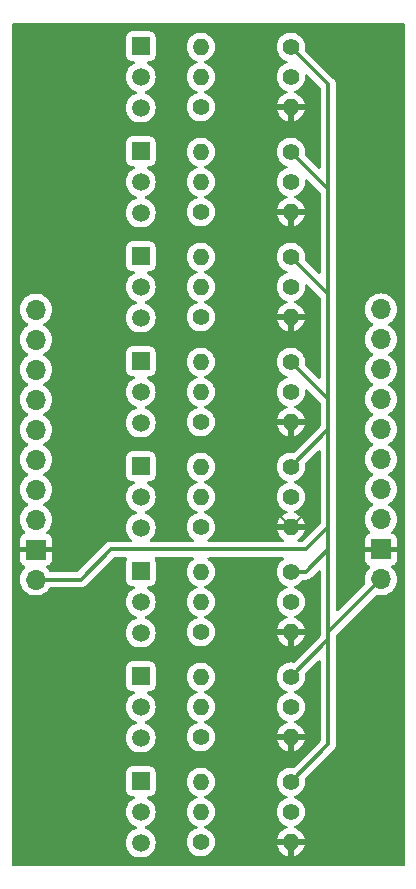
<source format=gbl>
%TF.GenerationSoftware,KiCad,Pcbnew,7.0.11*%
%TF.CreationDate,2024-05-22T14:54:00+02:00*%
%TF.ProjectId,Untitled,556e7469-746c-4656-942e-6b696361645f,1.0*%
%TF.SameCoordinates,Original*%
%TF.FileFunction,Copper,L2,Bot*%
%TF.FilePolarity,Positive*%
%FSLAX46Y46*%
G04 Gerber Fmt 4.6, Leading zero omitted, Abs format (unit mm)*
G04 Created by KiCad (PCBNEW 7.0.11) date 2024-05-22 14:54:00*
%MOMM*%
%LPD*%
G01*
G04 APERTURE LIST*
%TA.AperFunction,ComponentPad*%
%ADD10R,1.500000X1.500000*%
%TD*%
%TA.AperFunction,ComponentPad*%
%ADD11C,1.500000*%
%TD*%
%TA.AperFunction,ComponentPad*%
%ADD12O,1.700000X1.700000*%
%TD*%
%TA.AperFunction,ComponentPad*%
%ADD13R,1.700000X1.700000*%
%TD*%
%TA.AperFunction,ComponentPad*%
%ADD14C,1.400000*%
%TD*%
%TA.AperFunction,ComponentPad*%
%ADD15O,1.400000X1.400000*%
%TD*%
%TA.AperFunction,Conductor*%
%ADD16C,0.200000*%
%TD*%
%TA.AperFunction,Conductor*%
%ADD17C,0.300000*%
%TD*%
G04 APERTURE END LIST*
D10*
%TO.P,Q1,1,C*%
%TO.N,Net-(Q1-C)*%
X81280000Y-106620000D03*
D11*
%TO.P,Q1,2,B*%
%TO.N,Net-(Q1-B)*%
X81280000Y-109220000D03*
%TO.P,Q1,3,E*%
%TO.N,/VMA436_IN_1*%
X81280000Y-111820000D03*
%TD*%
D10*
%TO.P,Q2,1,C*%
%TO.N,Net-(Q2-C)*%
X81280000Y-97730000D03*
D11*
%TO.P,Q2,2,B*%
%TO.N,Net-(Q2-B)*%
X81280000Y-100330000D03*
%TO.P,Q2,3,E*%
%TO.N,/VMA436_IN_2*%
X81280000Y-102930000D03*
%TD*%
D10*
%TO.P,Q3,1,C*%
%TO.N,Net-(Q3-C)*%
X81280000Y-88840000D03*
D11*
%TO.P,Q3,2,B*%
%TO.N,Net-(Q3-B)*%
X81280000Y-91440000D03*
%TO.P,Q3,3,E*%
%TO.N,/VMA436_IN_3*%
X81280000Y-94040000D03*
%TD*%
D10*
%TO.P,Q4,1,C*%
%TO.N,Net-(Q4-C)*%
X81280000Y-79950000D03*
D11*
%TO.P,Q4,2,B*%
%TO.N,Net-(Q4-B)*%
X81280000Y-82550000D03*
%TO.P,Q4,3,E*%
%TO.N,/VMA436_IN_4*%
X81280000Y-85150000D03*
%TD*%
D10*
%TO.P,Q5,1,C*%
%TO.N,Net-(Q5-C)*%
X81280000Y-71060000D03*
D11*
%TO.P,Q5,2,B*%
%TO.N,Net-(Q5-B)*%
X81280000Y-73660000D03*
%TO.P,Q5,3,E*%
%TO.N,/VMA436_IN_5*%
X81280000Y-76260000D03*
%TD*%
D10*
%TO.P,Q6,1,C*%
%TO.N,Net-(Q6-C)*%
X81280000Y-62170000D03*
D11*
%TO.P,Q6,2,B*%
%TO.N,Net-(Q6-B)*%
X81280000Y-64770000D03*
%TO.P,Q6,3,E*%
%TO.N,/VMA436_IN_6*%
X81280000Y-67370000D03*
%TD*%
D10*
%TO.P,Q7,1,C*%
%TO.N,Net-(Q7-C)*%
X81280000Y-53280000D03*
D11*
%TO.P,Q7,2,B*%
%TO.N,Net-(Q7-B)*%
X81280000Y-55880000D03*
%TO.P,Q7,3,E*%
%TO.N,/VMA436_IN_7*%
X81280000Y-58480000D03*
%TD*%
D10*
%TO.P,Q8,1,C*%
%TO.N,Net-(Q8-C)*%
X81280000Y-44390000D03*
D11*
%TO.P,Q8,2,B*%
%TO.N,Net-(Q8-B)*%
X81280000Y-46990000D03*
%TO.P,Q8,3,E*%
%TO.N,/VMA436_IN_8*%
X81280000Y-49590000D03*
%TD*%
D12*
%TO.P,J2,1,Pin_1*%
%TO.N,/VMA436_IN_8*%
X72390000Y-66680000D03*
%TO.P,J2,2,Pin_2*%
%TO.N,/VMA436_IN_7*%
X72390000Y-69220000D03*
%TO.P,J2,3,Pin_3*%
%TO.N,/VMA436_IN_6*%
X72390000Y-71760000D03*
%TO.P,J2,4,Pin_4*%
%TO.N,/VMA436_IN_5*%
X72390000Y-74300000D03*
%TO.P,J2,5,Pin_5*%
%TO.N,/VMA436_IN_4*%
X72390000Y-76840000D03*
%TO.P,J2,6,Pin_6*%
%TO.N,/VMA436_IN_3*%
X72390000Y-79380000D03*
%TO.P,J2,7,Pin_7*%
%TO.N,/VMA436_IN_2*%
X72390000Y-81920000D03*
%TO.P,J2,8,Pin_8*%
%TO.N,/VMA436_IN_1*%
X72390000Y-84460000D03*
D13*
%TO.P,J2,9,Pin_9*%
%TO.N,GND*%
X72390000Y-87000000D03*
D12*
%TO.P,J2,10,Pin_10*%
%TO.N,/5V*%
X72390000Y-89540000D03*
%TD*%
D14*
%TO.P,R73,1*%
%TO.N,/5V*%
X93980000Y-53340000D03*
D15*
%TO.P,R73,2*%
%TO.N,Net-(Q7-C)*%
X86360000Y-53340000D03*
%TD*%
D14*
%TO.P,R83,1*%
%TO.N,/5V*%
X93980000Y-44450000D03*
D15*
%TO.P,R83,2*%
%TO.N,Net-(Q8-C)*%
X86360000Y-44450000D03*
%TD*%
D14*
%TO.P,R72,1*%
%TO.N,Net-(Q7-B)*%
X86360000Y-58420000D03*
D15*
%TO.P,R72,2*%
%TO.N,GND*%
X93980000Y-58420000D03*
%TD*%
D14*
%TO.P,R82,1*%
%TO.N,Net-(Q8-B)*%
X86360000Y-49530000D03*
D15*
%TO.P,R82,2*%
%TO.N,GND*%
X93980000Y-49530000D03*
%TD*%
D14*
%TO.P,R42,1*%
%TO.N,Net-(Q4-B)*%
X86360000Y-85090000D03*
D15*
%TO.P,R42,2*%
%TO.N,GND*%
X93980000Y-85090000D03*
%TD*%
D12*
%TO.P,J1,1,Pin_1*%
%TO.N,/TEGRA_OUT_8*%
X101600000Y-66675000D03*
%TO.P,J1,2,Pin_2*%
%TO.N,/TEGRA_OUT_7*%
X101600000Y-69215000D03*
%TO.P,J1,3,Pin_3*%
%TO.N,/TEGRA_OUT_6*%
X101600000Y-71755000D03*
%TO.P,J1,4,Pin_4*%
%TO.N,/TEGRA_OUT_5*%
X101600000Y-74295000D03*
%TO.P,J1,5,Pin_5*%
%TO.N,/TEGRA_OUT_4*%
X101600000Y-76835000D03*
%TO.P,J1,6,Pin_6*%
%TO.N,/TEGRA_OUT_3*%
X101600000Y-79375000D03*
%TO.P,J1,7,Pin_7*%
%TO.N,/TEGRA_OUT_2*%
X101600000Y-81915000D03*
%TO.P,J1,8,Pin_8*%
%TO.N,/TEGRA_OUT_1*%
X101600000Y-84455000D03*
D13*
%TO.P,J1,9,Pin_9*%
%TO.N,GND*%
X101600000Y-86995000D03*
D12*
%TO.P,J1,10,Pin_10*%
%TO.N,/5V*%
X101600000Y-89535000D03*
%TD*%
D14*
%TO.P,R31,1*%
%TO.N,/TEGRA_OUT_3*%
X93980000Y-91440000D03*
D15*
%TO.P,R31,2*%
%TO.N,Net-(Q3-B)*%
X86360000Y-91440000D03*
%TD*%
D14*
%TO.P,R51,1*%
%TO.N,/TEGRA_OUT_5*%
X93980000Y-73660000D03*
D15*
%TO.P,R51,2*%
%TO.N,Net-(Q5-B)*%
X86360000Y-73660000D03*
%TD*%
D14*
%TO.P,R22,1*%
%TO.N,Net-(Q2-B)*%
X86360000Y-102870000D03*
D15*
%TO.P,R22,2*%
%TO.N,GND*%
X93980000Y-102870000D03*
%TD*%
D14*
%TO.P,R81,1*%
%TO.N,/TEGRA_OUT_8*%
X93980000Y-46990000D03*
D15*
%TO.P,R81,2*%
%TO.N,Net-(Q8-B)*%
X86360000Y-46990000D03*
%TD*%
D14*
%TO.P,R23,1*%
%TO.N,/5V*%
X93980000Y-97790000D03*
D15*
%TO.P,R23,2*%
%TO.N,Net-(Q2-C)*%
X86360000Y-97790000D03*
%TD*%
D14*
%TO.P,R33,1*%
%TO.N,/5V*%
X93980000Y-88900000D03*
D15*
%TO.P,R33,2*%
%TO.N,Net-(Q3-C)*%
X86360000Y-88900000D03*
%TD*%
D14*
%TO.P,R13,1*%
%TO.N,/5V*%
X93980000Y-106680000D03*
D15*
%TO.P,R13,2*%
%TO.N,Net-(Q1-C)*%
X86360000Y-106680000D03*
%TD*%
D14*
%TO.P,R32,1*%
%TO.N,Net-(Q3-B)*%
X86360000Y-93980000D03*
D15*
%TO.P,R32,2*%
%TO.N,GND*%
X93980000Y-93980000D03*
%TD*%
D14*
%TO.P,R62,1*%
%TO.N,Net-(Q6-B)*%
X86360000Y-67310000D03*
D15*
%TO.P,R62,2*%
%TO.N,GND*%
X93980000Y-67310000D03*
%TD*%
D14*
%TO.P,R11,1*%
%TO.N,/TEGRA_OUT_1*%
X93980000Y-109220000D03*
D15*
%TO.P,R11,2*%
%TO.N,Net-(Q1-B)*%
X86360000Y-109220000D03*
%TD*%
D14*
%TO.P,R52,1*%
%TO.N,Net-(Q5-B)*%
X86360000Y-76200000D03*
D15*
%TO.P,R52,2*%
%TO.N,GND*%
X93980000Y-76200000D03*
%TD*%
D14*
%TO.P,R43,1*%
%TO.N,/5V*%
X93980000Y-80010000D03*
D15*
%TO.P,R43,2*%
%TO.N,Net-(Q4-C)*%
X86360000Y-80010000D03*
%TD*%
D14*
%TO.P,R71,1*%
%TO.N,/TEGRA_OUT_7*%
X93980000Y-55880000D03*
D15*
%TO.P,R71,2*%
%TO.N,Net-(Q7-B)*%
X86360000Y-55880000D03*
%TD*%
D14*
%TO.P,R21,1*%
%TO.N,/TEGRA_OUT_2*%
X93980000Y-100330000D03*
D15*
%TO.P,R21,2*%
%TO.N,Net-(Q2-B)*%
X86360000Y-100330000D03*
%TD*%
D14*
%TO.P,R61,1*%
%TO.N,/TEGRA_OUT_6*%
X93980000Y-64770000D03*
D15*
%TO.P,R61,2*%
%TO.N,Net-(Q6-B)*%
X86360000Y-64770000D03*
%TD*%
D14*
%TO.P,R63,1*%
%TO.N,/5V*%
X93980000Y-62230000D03*
D15*
%TO.P,R63,2*%
%TO.N,Net-(Q6-C)*%
X86360000Y-62230000D03*
%TD*%
D14*
%TO.P,R53,1*%
%TO.N,/5V*%
X93980000Y-71120000D03*
D15*
%TO.P,R53,2*%
%TO.N,Net-(Q5-C)*%
X86360000Y-71120000D03*
%TD*%
D14*
%TO.P,R12,1*%
%TO.N,Net-(Q1-B)*%
X86360000Y-111760000D03*
D15*
%TO.P,R12,2*%
%TO.N,GND*%
X93980000Y-111760000D03*
%TD*%
D14*
%TO.P,R41,1*%
%TO.N,/TEGRA_OUT_4*%
X93980000Y-82550000D03*
D15*
%TO.P,R41,2*%
%TO.N,Net-(Q4-B)*%
X86360000Y-82550000D03*
%TD*%
D16*
%TO.N,GND*%
X93980000Y-85090000D02*
X92710000Y-83820000D01*
X93980000Y-85090000D02*
X95250000Y-83820000D01*
D17*
%TO.N,/5V*%
X97155000Y-85090000D02*
X95250000Y-86995000D01*
X78740000Y-86995000D02*
X76195000Y-89540000D01*
X76195000Y-89540000D02*
X72390000Y-89540000D01*
X95250000Y-86995000D02*
X78740000Y-86995000D01*
X97155000Y-93980000D02*
X97155000Y-86995000D01*
X97155000Y-86995000D02*
X97155000Y-85725000D01*
X93980000Y-88900000D02*
X95250000Y-88900000D01*
X95250000Y-88900000D02*
X97155000Y-86995000D01*
X97155000Y-85725000D02*
X97155000Y-85090000D01*
X97155000Y-85090000D02*
X97155000Y-82550000D01*
X97155000Y-83820000D02*
X97155000Y-84455000D01*
X97155000Y-82550000D02*
X97155000Y-83820000D01*
X97155000Y-74295000D02*
X97155000Y-67310000D01*
X97155000Y-82550000D02*
X97155000Y-76835000D01*
X101600000Y-89535000D02*
X97155000Y-93980000D01*
X97155000Y-94615000D02*
X93980000Y-97790000D01*
X97155000Y-47625000D02*
X93980000Y-44450000D01*
X97155000Y-103505000D02*
X93980000Y-106680000D01*
D16*
X93980000Y-97155000D02*
X93980000Y-97790000D01*
D17*
X97155000Y-76835000D02*
X97155000Y-74295000D01*
X97155000Y-74295000D02*
X93980000Y-71120000D01*
X97155000Y-93980000D02*
X97155000Y-94615000D01*
X97155000Y-93980000D02*
X97155000Y-103505000D01*
X97155000Y-56515000D02*
X93980000Y-53340000D01*
X97155000Y-65405000D02*
X93980000Y-62230000D01*
X97155000Y-65405000D02*
X97155000Y-56515000D01*
X97155000Y-76835000D02*
X93980000Y-80010000D01*
X97155000Y-67310000D02*
X97155000Y-65405000D01*
X97155000Y-56515000D02*
X97155000Y-47625000D01*
%TD*%
%TA.AperFunction,Conductor*%
%TO.N,GND*%
G36*
X96423834Y-78588625D02*
G01*
X96479767Y-78630497D01*
X96504184Y-78695961D01*
X96504500Y-78704807D01*
X96504500Y-84769192D01*
X96484815Y-84836231D01*
X96468181Y-84856873D01*
X95016873Y-86308181D01*
X94955550Y-86341666D01*
X94929192Y-86344500D01*
X94669225Y-86344500D01*
X94602186Y-86324815D01*
X94556431Y-86272011D01*
X94546487Y-86202853D01*
X94575512Y-86139297D01*
X94603947Y-86115073D01*
X94706261Y-86051721D01*
X94870608Y-85901900D01*
X95004631Y-85724425D01*
X95103760Y-85525349D01*
X95156495Y-85340000D01*
X94225581Y-85340000D01*
X94277060Y-85284079D01*
X94323982Y-85177108D01*
X94333628Y-85060698D01*
X94304953Y-84947462D01*
X94241064Y-84849673D01*
X94228636Y-84840000D01*
X95156495Y-84840000D01*
X95103760Y-84654650D01*
X95004631Y-84455574D01*
X94870608Y-84278099D01*
X94706261Y-84128278D01*
X94517179Y-84011202D01*
X94517177Y-84011201D01*
X94322786Y-83935894D01*
X94267384Y-83893321D01*
X94243794Y-83827554D01*
X94259505Y-83759474D01*
X94309529Y-83710695D01*
X94322772Y-83704646D01*
X94517401Y-83629247D01*
X94706562Y-83512124D01*
X94870981Y-83362236D01*
X95005058Y-83184689D01*
X95104229Y-82985528D01*
X95165115Y-82771536D01*
X95185643Y-82550000D01*
X95165115Y-82328464D01*
X95104229Y-82114472D01*
X95104224Y-82114461D01*
X95005061Y-81915316D01*
X95005056Y-81915308D01*
X94870979Y-81737761D01*
X94706562Y-81587876D01*
X94706560Y-81587874D01*
X94517404Y-81470754D01*
X94517395Y-81470750D01*
X94423956Y-81434552D01*
X94323475Y-81395625D01*
X94268075Y-81353054D01*
X94244484Y-81287288D01*
X94260195Y-81219207D01*
X94310219Y-81170428D01*
X94323466Y-81164377D01*
X94517401Y-81089247D01*
X94706562Y-80972124D01*
X94870981Y-80822236D01*
X95005058Y-80644689D01*
X95104229Y-80445528D01*
X95165115Y-80231536D01*
X95185643Y-80010000D01*
X95166785Y-79806489D01*
X95180200Y-79737922D01*
X95202572Y-79707372D01*
X96292820Y-78617124D01*
X96354142Y-78583641D01*
X96423834Y-78588625D01*
G37*
%TD.AperFunction*%
%TA.AperFunction,Conductor*%
G36*
X103582539Y-42430185D02*
G01*
X103628294Y-42482989D01*
X103639500Y-42534500D01*
X103639500Y-113675500D01*
X103619815Y-113742539D01*
X103567011Y-113788294D01*
X103515500Y-113799500D01*
X70474500Y-113799500D01*
X70407461Y-113779815D01*
X70361706Y-113727011D01*
X70350500Y-113675500D01*
X70350500Y-111820002D01*
X80024723Y-111820002D01*
X80031944Y-111902538D01*
X80041345Y-112010000D01*
X80043793Y-112037975D01*
X80043793Y-112037979D01*
X80100422Y-112249322D01*
X80100424Y-112249326D01*
X80100425Y-112249330D01*
X80146661Y-112348484D01*
X80192897Y-112447638D01*
X80192898Y-112447639D01*
X80318402Y-112626877D01*
X80473123Y-112781598D01*
X80652361Y-112907102D01*
X80850670Y-112999575D01*
X81062023Y-113056207D01*
X81244926Y-113072208D01*
X81279998Y-113075277D01*
X81280000Y-113075277D01*
X81280002Y-113075277D01*
X81308254Y-113072805D01*
X81497977Y-113056207D01*
X81709330Y-112999575D01*
X81907639Y-112907102D01*
X82086877Y-112781598D01*
X82241598Y-112626877D01*
X82367102Y-112447639D01*
X82459575Y-112249330D01*
X82516207Y-112037977D01*
X82535277Y-111820000D01*
X82530028Y-111760000D01*
X85154357Y-111760000D01*
X85174884Y-111981535D01*
X85174885Y-111981537D01*
X85235769Y-112195523D01*
X85235775Y-112195538D01*
X85334938Y-112394683D01*
X85334943Y-112394691D01*
X85469020Y-112572238D01*
X85633437Y-112722123D01*
X85633439Y-112722125D01*
X85822595Y-112839245D01*
X85822596Y-112839245D01*
X85822599Y-112839247D01*
X86030060Y-112919618D01*
X86248757Y-112960500D01*
X86248759Y-112960500D01*
X86471241Y-112960500D01*
X86471243Y-112960500D01*
X86689940Y-112919618D01*
X86897401Y-112839247D01*
X87086562Y-112722124D01*
X87250981Y-112572236D01*
X87385058Y-112394689D01*
X87484229Y-112195528D01*
X87537016Y-112010000D01*
X92803505Y-112010000D01*
X92856239Y-112195349D01*
X92955368Y-112394425D01*
X93089391Y-112571900D01*
X93253738Y-112721721D01*
X93442820Y-112838797D01*
X93442822Y-112838798D01*
X93650195Y-112919135D01*
X93730000Y-112934052D01*
X93730000Y-112010000D01*
X92803505Y-112010000D01*
X87537016Y-112010000D01*
X87545115Y-111981536D01*
X87565643Y-111760000D01*
X87545115Y-111538464D01*
X87484229Y-111324472D01*
X87418446Y-111192362D01*
X87385061Y-111125316D01*
X87385056Y-111125308D01*
X87250979Y-110947761D01*
X87086562Y-110797876D01*
X87086560Y-110797874D01*
X86897404Y-110680754D01*
X86897395Y-110680750D01*
X86793305Y-110640426D01*
X86703475Y-110605625D01*
X86648075Y-110563054D01*
X86624484Y-110497288D01*
X86640195Y-110429207D01*
X86690219Y-110380428D01*
X86703466Y-110374377D01*
X86897401Y-110299247D01*
X87086562Y-110182124D01*
X87250981Y-110032236D01*
X87385058Y-109854689D01*
X87484229Y-109655528D01*
X87545115Y-109441536D01*
X87565643Y-109220000D01*
X87545115Y-108998464D01*
X87484229Y-108784472D01*
X87484224Y-108784461D01*
X87385061Y-108585316D01*
X87385056Y-108585308D01*
X87250979Y-108407761D01*
X87086562Y-108257876D01*
X87086560Y-108257874D01*
X86897404Y-108140754D01*
X86897395Y-108140750D01*
X86803956Y-108104552D01*
X86703475Y-108065625D01*
X86648075Y-108023054D01*
X86624484Y-107957288D01*
X86640195Y-107889207D01*
X86690219Y-107840428D01*
X86703466Y-107834377D01*
X86897401Y-107759247D01*
X87086562Y-107642124D01*
X87250981Y-107492236D01*
X87385058Y-107314689D01*
X87484229Y-107115528D01*
X87545115Y-106901536D01*
X87565643Y-106680000D01*
X87545115Y-106458464D01*
X87484229Y-106244472D01*
X87484224Y-106244461D01*
X87385061Y-106045316D01*
X87385056Y-106045308D01*
X87250979Y-105867761D01*
X87086562Y-105717876D01*
X87086560Y-105717874D01*
X86897404Y-105600754D01*
X86897398Y-105600752D01*
X86689940Y-105520382D01*
X86471243Y-105479500D01*
X86248757Y-105479500D01*
X86030060Y-105520382D01*
X85898864Y-105571207D01*
X85822601Y-105600752D01*
X85822595Y-105600754D01*
X85633439Y-105717874D01*
X85633437Y-105717876D01*
X85469020Y-105867761D01*
X85334943Y-106045308D01*
X85334938Y-106045316D01*
X85235775Y-106244461D01*
X85235769Y-106244476D01*
X85174885Y-106458462D01*
X85174884Y-106458464D01*
X85154357Y-106679999D01*
X85154357Y-106680000D01*
X85174884Y-106901535D01*
X85174885Y-106901537D01*
X85235769Y-107115523D01*
X85235775Y-107115538D01*
X85334938Y-107314683D01*
X85334943Y-107314691D01*
X85469020Y-107492238D01*
X85633437Y-107642123D01*
X85633439Y-107642125D01*
X85822595Y-107759245D01*
X85822596Y-107759245D01*
X85822599Y-107759247D01*
X86016524Y-107834374D01*
X86071924Y-107876946D01*
X86095515Y-107942713D01*
X86079804Y-108010793D01*
X86029780Y-108059572D01*
X86016533Y-108065622D01*
X85910033Y-108106881D01*
X85822601Y-108140752D01*
X85822595Y-108140754D01*
X85633439Y-108257874D01*
X85633437Y-108257876D01*
X85469020Y-108407761D01*
X85334943Y-108585308D01*
X85334938Y-108585316D01*
X85235775Y-108784461D01*
X85235769Y-108784476D01*
X85174885Y-108998462D01*
X85174884Y-108998464D01*
X85154357Y-109219999D01*
X85154357Y-109220000D01*
X85174884Y-109441535D01*
X85174885Y-109441537D01*
X85235769Y-109655523D01*
X85235775Y-109655538D01*
X85334938Y-109854683D01*
X85334943Y-109854691D01*
X85469020Y-110032238D01*
X85633437Y-110182123D01*
X85633439Y-110182125D01*
X85822595Y-110299245D01*
X85822596Y-110299245D01*
X85822599Y-110299247D01*
X86016524Y-110374374D01*
X86071924Y-110416946D01*
X86095515Y-110482713D01*
X86079804Y-110550793D01*
X86029780Y-110599572D01*
X86016533Y-110605622D01*
X85926695Y-110640426D01*
X85822601Y-110680752D01*
X85822595Y-110680754D01*
X85633439Y-110797874D01*
X85633437Y-110797876D01*
X85469020Y-110947761D01*
X85334943Y-111125308D01*
X85334938Y-111125316D01*
X85235775Y-111324461D01*
X85235769Y-111324476D01*
X85174885Y-111538462D01*
X85174884Y-111538464D01*
X85154357Y-111759999D01*
X85154357Y-111760000D01*
X82530028Y-111760000D01*
X82516207Y-111602023D01*
X82468609Y-111424386D01*
X82459577Y-111390677D01*
X82459576Y-111390676D01*
X82459575Y-111390670D01*
X82367102Y-111192362D01*
X82367100Y-111192359D01*
X82367099Y-111192357D01*
X82241599Y-111013124D01*
X82176236Y-110947761D01*
X82086877Y-110858402D01*
X81907639Y-110732898D01*
X81907640Y-110732898D01*
X81907638Y-110732897D01*
X81808484Y-110686661D01*
X81709330Y-110640425D01*
X81709326Y-110640424D01*
X81709317Y-110640420D01*
X81706907Y-110639775D01*
X81705963Y-110639199D01*
X81704236Y-110638571D01*
X81704362Y-110638224D01*
X81647246Y-110603412D01*
X81616715Y-110540565D01*
X81625009Y-110471189D01*
X81669493Y-110417311D01*
X81704240Y-110401442D01*
X81704236Y-110401429D01*
X81704406Y-110401367D01*
X81706907Y-110400225D01*
X81709317Y-110399579D01*
X81709320Y-110399577D01*
X81709330Y-110399575D01*
X81907639Y-110307102D01*
X82086877Y-110181598D01*
X82241598Y-110026877D01*
X82367102Y-109847639D01*
X82459575Y-109649330D01*
X82516207Y-109437977D01*
X82535277Y-109220000D01*
X82516207Y-109002023D01*
X82459575Y-108790670D01*
X82367102Y-108592362D01*
X82367100Y-108592359D01*
X82367099Y-108592357D01*
X82241599Y-108413124D01*
X82236236Y-108407761D01*
X82086877Y-108258402D01*
X81907639Y-108132898D01*
X81907640Y-108132898D01*
X81907638Y-108132897D01*
X81851845Y-108106881D01*
X81799406Y-108060709D01*
X81780254Y-107993515D01*
X81800470Y-107926634D01*
X81853635Y-107881299D01*
X81904249Y-107870499D01*
X82077872Y-107870499D01*
X82137483Y-107864091D01*
X82272331Y-107813796D01*
X82387546Y-107727546D01*
X82473796Y-107612331D01*
X82524091Y-107477483D01*
X82530500Y-107417873D01*
X82530499Y-105822128D01*
X82524091Y-105762517D01*
X82507440Y-105717874D01*
X82473797Y-105627671D01*
X82473793Y-105627664D01*
X82387547Y-105512455D01*
X82387544Y-105512452D01*
X82272335Y-105426206D01*
X82272328Y-105426202D01*
X82137482Y-105375908D01*
X82137483Y-105375908D01*
X82077883Y-105369501D01*
X82077881Y-105369500D01*
X82077873Y-105369500D01*
X82077864Y-105369500D01*
X80482129Y-105369500D01*
X80482123Y-105369501D01*
X80422516Y-105375908D01*
X80287671Y-105426202D01*
X80287664Y-105426206D01*
X80172455Y-105512452D01*
X80172452Y-105512455D01*
X80086206Y-105627664D01*
X80086202Y-105627671D01*
X80035908Y-105762517D01*
X80029501Y-105822116D01*
X80029501Y-105822123D01*
X80029500Y-105822135D01*
X80029500Y-107417870D01*
X80029501Y-107417876D01*
X80035908Y-107477483D01*
X80086202Y-107612328D01*
X80086206Y-107612335D01*
X80172452Y-107727544D01*
X80172455Y-107727547D01*
X80287664Y-107813793D01*
X80287671Y-107813797D01*
X80422517Y-107864091D01*
X80422516Y-107864091D01*
X80429444Y-107864835D01*
X80482127Y-107870500D01*
X80655750Y-107870499D01*
X80722787Y-107890183D01*
X80768542Y-107942987D01*
X80778486Y-108012145D01*
X80749461Y-108075701D01*
X80708155Y-108106880D01*
X80652363Y-108132897D01*
X80652357Y-108132900D01*
X80473121Y-108258402D01*
X80318402Y-108413121D01*
X80192900Y-108592357D01*
X80192898Y-108592361D01*
X80100426Y-108790668D01*
X80100422Y-108790677D01*
X80043793Y-109002020D01*
X80043793Y-109002024D01*
X80024723Y-109219997D01*
X80024723Y-109220002D01*
X80043793Y-109437975D01*
X80043793Y-109437979D01*
X80100422Y-109649322D01*
X80100424Y-109649326D01*
X80100425Y-109649330D01*
X80103320Y-109655538D01*
X80192897Y-109847638D01*
X80192898Y-109847639D01*
X80318402Y-110026877D01*
X80473123Y-110181598D01*
X80652361Y-110307102D01*
X80850670Y-110399575D01*
X80850679Y-110399577D01*
X80850683Y-110399579D01*
X80853096Y-110400226D01*
X80854040Y-110400801D01*
X80855764Y-110401429D01*
X80855637Y-110401775D01*
X80912756Y-110436591D01*
X80943284Y-110499439D01*
X80934989Y-110568814D01*
X80890502Y-110622692D01*
X80855759Y-110638557D01*
X80855764Y-110638571D01*
X80855597Y-110638631D01*
X80853096Y-110639774D01*
X80850683Y-110640420D01*
X80850668Y-110640426D01*
X80652361Y-110732898D01*
X80652357Y-110732900D01*
X80473121Y-110858402D01*
X80318402Y-111013121D01*
X80192900Y-111192357D01*
X80192898Y-111192361D01*
X80100426Y-111390668D01*
X80100422Y-111390677D01*
X80043793Y-111602020D01*
X80043793Y-111602024D01*
X80024723Y-111819997D01*
X80024723Y-111820002D01*
X70350500Y-111820002D01*
X70350500Y-102930002D01*
X80024723Y-102930002D01*
X80031944Y-103012538D01*
X80041345Y-103120000D01*
X80043793Y-103147975D01*
X80043793Y-103147979D01*
X80100422Y-103359322D01*
X80100424Y-103359326D01*
X80100425Y-103359330D01*
X80146661Y-103458484D01*
X80192897Y-103557638D01*
X80192898Y-103557639D01*
X80318402Y-103736877D01*
X80473123Y-103891598D01*
X80652361Y-104017102D01*
X80850670Y-104109575D01*
X81062023Y-104166207D01*
X81244926Y-104182208D01*
X81279998Y-104185277D01*
X81280000Y-104185277D01*
X81280002Y-104185277D01*
X81308254Y-104182805D01*
X81497977Y-104166207D01*
X81709330Y-104109575D01*
X81907639Y-104017102D01*
X82086877Y-103891598D01*
X82241598Y-103736877D01*
X82367102Y-103557639D01*
X82459575Y-103359330D01*
X82516207Y-103147977D01*
X82535277Y-102930000D01*
X82530028Y-102870000D01*
X85154357Y-102870000D01*
X85174884Y-103091535D01*
X85174885Y-103091537D01*
X85235769Y-103305523D01*
X85235775Y-103305538D01*
X85334938Y-103504683D01*
X85334943Y-103504691D01*
X85469020Y-103682238D01*
X85633437Y-103832123D01*
X85633439Y-103832125D01*
X85822595Y-103949245D01*
X85822596Y-103949245D01*
X85822599Y-103949247D01*
X86030060Y-104029618D01*
X86248757Y-104070500D01*
X86248759Y-104070500D01*
X86471241Y-104070500D01*
X86471243Y-104070500D01*
X86689940Y-104029618D01*
X86897401Y-103949247D01*
X87086562Y-103832124D01*
X87244738Y-103687927D01*
X87250979Y-103682238D01*
X87251235Y-103681900D01*
X87385058Y-103504689D01*
X87484229Y-103305528D01*
X87537016Y-103120000D01*
X92803505Y-103120000D01*
X92856239Y-103305349D01*
X92955368Y-103504425D01*
X93089391Y-103681900D01*
X93253738Y-103831721D01*
X93442820Y-103948797D01*
X93442822Y-103948798D01*
X93650195Y-104029135D01*
X93730000Y-104044052D01*
X93730000Y-103120000D01*
X92803505Y-103120000D01*
X87537016Y-103120000D01*
X87545115Y-103091536D01*
X87565643Y-102870000D01*
X87545115Y-102648464D01*
X87484229Y-102434472D01*
X87418446Y-102302362D01*
X87385061Y-102235316D01*
X87385056Y-102235308D01*
X87250979Y-102057761D01*
X87086562Y-101907876D01*
X87086560Y-101907874D01*
X86897404Y-101790754D01*
X86897395Y-101790750D01*
X86793305Y-101750426D01*
X86703475Y-101715625D01*
X86648075Y-101673054D01*
X86624484Y-101607288D01*
X86640195Y-101539207D01*
X86690219Y-101490428D01*
X86703466Y-101484377D01*
X86897401Y-101409247D01*
X87086562Y-101292124D01*
X87250981Y-101142236D01*
X87385058Y-100964689D01*
X87484229Y-100765528D01*
X87545115Y-100551536D01*
X87565643Y-100330000D01*
X87545115Y-100108464D01*
X87484229Y-99894472D01*
X87484224Y-99894461D01*
X87385061Y-99695316D01*
X87385056Y-99695308D01*
X87250979Y-99517761D01*
X87086562Y-99367876D01*
X87086560Y-99367874D01*
X86897404Y-99250754D01*
X86897395Y-99250750D01*
X86803956Y-99214552D01*
X86703475Y-99175625D01*
X86648075Y-99133054D01*
X86624484Y-99067288D01*
X86640195Y-98999207D01*
X86690219Y-98950428D01*
X86703466Y-98944377D01*
X86897401Y-98869247D01*
X87086562Y-98752124D01*
X87250981Y-98602236D01*
X87385058Y-98424689D01*
X87484229Y-98225528D01*
X87545115Y-98011536D01*
X87565643Y-97790000D01*
X87545115Y-97568464D01*
X87484229Y-97354472D01*
X87484224Y-97354461D01*
X87385061Y-97155316D01*
X87385056Y-97155308D01*
X87250979Y-96977761D01*
X87086562Y-96827876D01*
X87086560Y-96827874D01*
X86897404Y-96710754D01*
X86897398Y-96710752D01*
X86689940Y-96630382D01*
X86471243Y-96589500D01*
X86248757Y-96589500D01*
X86030060Y-96630382D01*
X85898864Y-96681207D01*
X85822601Y-96710752D01*
X85822595Y-96710754D01*
X85633439Y-96827874D01*
X85633437Y-96827876D01*
X85469020Y-96977761D01*
X85334943Y-97155308D01*
X85334938Y-97155316D01*
X85235775Y-97354461D01*
X85235769Y-97354476D01*
X85174885Y-97568462D01*
X85174884Y-97568464D01*
X85154357Y-97789999D01*
X85154357Y-97790000D01*
X85174884Y-98011535D01*
X85174885Y-98011537D01*
X85235769Y-98225523D01*
X85235775Y-98225538D01*
X85334938Y-98424683D01*
X85334943Y-98424691D01*
X85469020Y-98602238D01*
X85633437Y-98752123D01*
X85633439Y-98752125D01*
X85822595Y-98869245D01*
X85822596Y-98869245D01*
X85822599Y-98869247D01*
X86016524Y-98944374D01*
X86071924Y-98986946D01*
X86095515Y-99052713D01*
X86079804Y-99120793D01*
X86029780Y-99169572D01*
X86016533Y-99175622D01*
X85910033Y-99216881D01*
X85822601Y-99250752D01*
X85822595Y-99250754D01*
X85633439Y-99367874D01*
X85633437Y-99367876D01*
X85469020Y-99517761D01*
X85334943Y-99695308D01*
X85334938Y-99695316D01*
X85235775Y-99894461D01*
X85235769Y-99894476D01*
X85174885Y-100108462D01*
X85174884Y-100108464D01*
X85154357Y-100329999D01*
X85154357Y-100330000D01*
X85174884Y-100551535D01*
X85174885Y-100551537D01*
X85235769Y-100765523D01*
X85235775Y-100765538D01*
X85334938Y-100964683D01*
X85334943Y-100964691D01*
X85469020Y-101142238D01*
X85633437Y-101292123D01*
X85633439Y-101292125D01*
X85822595Y-101409245D01*
X85822596Y-101409245D01*
X85822599Y-101409247D01*
X86016524Y-101484374D01*
X86071924Y-101526946D01*
X86095515Y-101592713D01*
X86079804Y-101660793D01*
X86029780Y-101709572D01*
X86016533Y-101715622D01*
X85926695Y-101750426D01*
X85822601Y-101790752D01*
X85822595Y-101790754D01*
X85633439Y-101907874D01*
X85633437Y-101907876D01*
X85469020Y-102057761D01*
X85334943Y-102235308D01*
X85334938Y-102235316D01*
X85235775Y-102434461D01*
X85235769Y-102434476D01*
X85174885Y-102648462D01*
X85174884Y-102648464D01*
X85154357Y-102869999D01*
X85154357Y-102870000D01*
X82530028Y-102870000D01*
X82516207Y-102712023D01*
X82468609Y-102534386D01*
X82459577Y-102500677D01*
X82459576Y-102500676D01*
X82459575Y-102500670D01*
X82367102Y-102302362D01*
X82367100Y-102302359D01*
X82367099Y-102302357D01*
X82241599Y-102123124D01*
X82176236Y-102057761D01*
X82086877Y-101968402D01*
X81907639Y-101842898D01*
X81907640Y-101842898D01*
X81907638Y-101842897D01*
X81808484Y-101796661D01*
X81709330Y-101750425D01*
X81709326Y-101750424D01*
X81709317Y-101750420D01*
X81706907Y-101749775D01*
X81705963Y-101749199D01*
X81704236Y-101748571D01*
X81704362Y-101748224D01*
X81647246Y-101713412D01*
X81616715Y-101650565D01*
X81625009Y-101581189D01*
X81669493Y-101527311D01*
X81704240Y-101511442D01*
X81704236Y-101511429D01*
X81704406Y-101511367D01*
X81706907Y-101510225D01*
X81709317Y-101509579D01*
X81709320Y-101509577D01*
X81709330Y-101509575D01*
X81907639Y-101417102D01*
X82086877Y-101291598D01*
X82241598Y-101136877D01*
X82367102Y-100957639D01*
X82459575Y-100759330D01*
X82516207Y-100547977D01*
X82535277Y-100330000D01*
X82516207Y-100112023D01*
X82459575Y-99900670D01*
X82367102Y-99702362D01*
X82367100Y-99702359D01*
X82367099Y-99702357D01*
X82241599Y-99523124D01*
X82236236Y-99517761D01*
X82086877Y-99368402D01*
X81907639Y-99242898D01*
X81907640Y-99242898D01*
X81907638Y-99242897D01*
X81851845Y-99216881D01*
X81799406Y-99170709D01*
X81780254Y-99103515D01*
X81800470Y-99036634D01*
X81853635Y-98991299D01*
X81904249Y-98980499D01*
X82077872Y-98980499D01*
X82137483Y-98974091D01*
X82272331Y-98923796D01*
X82387546Y-98837546D01*
X82473796Y-98722331D01*
X82524091Y-98587483D01*
X82530500Y-98527873D01*
X82530499Y-96932128D01*
X82524091Y-96872517D01*
X82507440Y-96827874D01*
X82473797Y-96737671D01*
X82473793Y-96737664D01*
X82387547Y-96622455D01*
X82387544Y-96622452D01*
X82272335Y-96536206D01*
X82272328Y-96536202D01*
X82137482Y-96485908D01*
X82137483Y-96485908D01*
X82077883Y-96479501D01*
X82077881Y-96479500D01*
X82077873Y-96479500D01*
X82077864Y-96479500D01*
X80482129Y-96479500D01*
X80482123Y-96479501D01*
X80422516Y-96485908D01*
X80287671Y-96536202D01*
X80287664Y-96536206D01*
X80172455Y-96622452D01*
X80172452Y-96622455D01*
X80086206Y-96737664D01*
X80086202Y-96737671D01*
X80035908Y-96872517D01*
X80029501Y-96932116D01*
X80029501Y-96932123D01*
X80029500Y-96932135D01*
X80029500Y-98527870D01*
X80029501Y-98527876D01*
X80035908Y-98587483D01*
X80086202Y-98722328D01*
X80086206Y-98722335D01*
X80172452Y-98837544D01*
X80172455Y-98837547D01*
X80287664Y-98923793D01*
X80287671Y-98923797D01*
X80422517Y-98974091D01*
X80422516Y-98974091D01*
X80429444Y-98974835D01*
X80482127Y-98980500D01*
X80655750Y-98980499D01*
X80722787Y-99000183D01*
X80768542Y-99052987D01*
X80778486Y-99122145D01*
X80749461Y-99185701D01*
X80708155Y-99216880D01*
X80652363Y-99242897D01*
X80652357Y-99242900D01*
X80473121Y-99368402D01*
X80318402Y-99523121D01*
X80192900Y-99702357D01*
X80192898Y-99702361D01*
X80100426Y-99900668D01*
X80100422Y-99900677D01*
X80043793Y-100112020D01*
X80043793Y-100112024D01*
X80024723Y-100329997D01*
X80024723Y-100330002D01*
X80043793Y-100547975D01*
X80043793Y-100547979D01*
X80100422Y-100759322D01*
X80100424Y-100759326D01*
X80100425Y-100759330D01*
X80103320Y-100765538D01*
X80192897Y-100957638D01*
X80192898Y-100957639D01*
X80318402Y-101136877D01*
X80473123Y-101291598D01*
X80652361Y-101417102D01*
X80850670Y-101509575D01*
X80850679Y-101509577D01*
X80850683Y-101509579D01*
X80853096Y-101510226D01*
X80854040Y-101510801D01*
X80855764Y-101511429D01*
X80855637Y-101511775D01*
X80912756Y-101546591D01*
X80943284Y-101609439D01*
X80934989Y-101678814D01*
X80890502Y-101732692D01*
X80855759Y-101748557D01*
X80855764Y-101748571D01*
X80855597Y-101748631D01*
X80853096Y-101749774D01*
X80850683Y-101750420D01*
X80850668Y-101750426D01*
X80652361Y-101842898D01*
X80652357Y-101842900D01*
X80473121Y-101968402D01*
X80318402Y-102123121D01*
X80192900Y-102302357D01*
X80192898Y-102302361D01*
X80100426Y-102500668D01*
X80100422Y-102500677D01*
X80043793Y-102712020D01*
X80043793Y-102712024D01*
X80024723Y-102929997D01*
X80024723Y-102930002D01*
X70350500Y-102930002D01*
X70350500Y-89540000D01*
X71034341Y-89540000D01*
X71054936Y-89775403D01*
X71054938Y-89775413D01*
X71116094Y-90003655D01*
X71116096Y-90003659D01*
X71116097Y-90003663D01*
X71190391Y-90162987D01*
X71215965Y-90217830D01*
X71215967Y-90217834D01*
X71324281Y-90372521D01*
X71351505Y-90411401D01*
X71518599Y-90578495D01*
X71596613Y-90633121D01*
X71712165Y-90714032D01*
X71712167Y-90714033D01*
X71712170Y-90714035D01*
X71926337Y-90813903D01*
X72154592Y-90875063D01*
X72332851Y-90890659D01*
X72389999Y-90895659D01*
X72390000Y-90895659D01*
X72390001Y-90895659D01*
X72447149Y-90890659D01*
X72625408Y-90875063D01*
X72853663Y-90813903D01*
X73067830Y-90714035D01*
X73261401Y-90578495D01*
X73428495Y-90411401D01*
X73546147Y-90243377D01*
X73600724Y-90199752D01*
X73647722Y-90190500D01*
X76109495Y-90190500D01*
X76125505Y-90192267D01*
X76125528Y-90192026D01*
X76133289Y-90192758D01*
X76133296Y-90192760D01*
X76203262Y-90190560D01*
X76207157Y-90190500D01*
X76235925Y-90190500D01*
X76240287Y-90189948D01*
X76251939Y-90189030D01*
X76297569Y-90187597D01*
X76317956Y-90181673D01*
X76336996Y-90177731D01*
X76358058Y-90175071D01*
X76400520Y-90158258D01*
X76411557Y-90154480D01*
X76455398Y-90141744D01*
X76473665Y-90130939D01*
X76491136Y-90122380D01*
X76510871Y-90114568D01*
X76547816Y-90087725D01*
X76557558Y-90081326D01*
X76596865Y-90058081D01*
X76611870Y-90043075D01*
X76626668Y-90030436D01*
X76643837Y-90017963D01*
X76672946Y-89982774D01*
X76680790Y-89974154D01*
X78973127Y-87681819D01*
X79034450Y-87648334D01*
X79060808Y-87645500D01*
X79989825Y-87645500D01*
X80056864Y-87665185D01*
X80102619Y-87717989D01*
X80112563Y-87787147D01*
X80089092Y-87843810D01*
X80086206Y-87847664D01*
X80086202Y-87847671D01*
X80035908Y-87982517D01*
X80029501Y-88042116D01*
X80029501Y-88042123D01*
X80029500Y-88042135D01*
X80029500Y-89637870D01*
X80029501Y-89637876D01*
X80035908Y-89697483D01*
X80086202Y-89832328D01*
X80086206Y-89832335D01*
X80172452Y-89947544D01*
X80172455Y-89947547D01*
X80287664Y-90033793D01*
X80287671Y-90033797D01*
X80422517Y-90084091D01*
X80422516Y-90084091D01*
X80424442Y-90084298D01*
X80482127Y-90090500D01*
X80655750Y-90090499D01*
X80722787Y-90110183D01*
X80768542Y-90162987D01*
X80778486Y-90232145D01*
X80749461Y-90295701D01*
X80708155Y-90326880D01*
X80652363Y-90352897D01*
X80652357Y-90352900D01*
X80473121Y-90478402D01*
X80318402Y-90633121D01*
X80192900Y-90812357D01*
X80192898Y-90812361D01*
X80100426Y-91010668D01*
X80100422Y-91010677D01*
X80043793Y-91222020D01*
X80043793Y-91222024D01*
X80024723Y-91439997D01*
X80024723Y-91440002D01*
X80043793Y-91657975D01*
X80043793Y-91657979D01*
X80100422Y-91869322D01*
X80100424Y-91869326D01*
X80100425Y-91869330D01*
X80103320Y-91875538D01*
X80192897Y-92067638D01*
X80192898Y-92067639D01*
X80318402Y-92246877D01*
X80473123Y-92401598D01*
X80652361Y-92527102D01*
X80850670Y-92619575D01*
X80850679Y-92619577D01*
X80850683Y-92619579D01*
X80853096Y-92620226D01*
X80854040Y-92620801D01*
X80855764Y-92621429D01*
X80855637Y-92621775D01*
X80912756Y-92656591D01*
X80943284Y-92719439D01*
X80934989Y-92788814D01*
X80890502Y-92842692D01*
X80855759Y-92858557D01*
X80855764Y-92858571D01*
X80855597Y-92858631D01*
X80853096Y-92859774D01*
X80850683Y-92860420D01*
X80850668Y-92860426D01*
X80652361Y-92952898D01*
X80652357Y-92952900D01*
X80473121Y-93078402D01*
X80318402Y-93233121D01*
X80192900Y-93412357D01*
X80192898Y-93412361D01*
X80100426Y-93610668D01*
X80100422Y-93610677D01*
X80043793Y-93822020D01*
X80043793Y-93822024D01*
X80024723Y-94039997D01*
X80024723Y-94040002D01*
X80031944Y-94122538D01*
X80041345Y-94230000D01*
X80043793Y-94257975D01*
X80043793Y-94257979D01*
X80100422Y-94469322D01*
X80100424Y-94469326D01*
X80100425Y-94469330D01*
X80146661Y-94568484D01*
X80192897Y-94667638D01*
X80192898Y-94667639D01*
X80318402Y-94846877D01*
X80473123Y-95001598D01*
X80652361Y-95127102D01*
X80850670Y-95219575D01*
X81062023Y-95276207D01*
X81244926Y-95292208D01*
X81279998Y-95295277D01*
X81280000Y-95295277D01*
X81280002Y-95295277D01*
X81308254Y-95292805D01*
X81497977Y-95276207D01*
X81709330Y-95219575D01*
X81907639Y-95127102D01*
X82086877Y-95001598D01*
X82241598Y-94846877D01*
X82367102Y-94667639D01*
X82459575Y-94469330D01*
X82516207Y-94257977D01*
X82535277Y-94040000D01*
X82516207Y-93822023D01*
X82468609Y-93644386D01*
X82459577Y-93610677D01*
X82459576Y-93610676D01*
X82459575Y-93610670D01*
X82367102Y-93412362D01*
X82367100Y-93412359D01*
X82367099Y-93412357D01*
X82241599Y-93233124D01*
X82176236Y-93167761D01*
X82086877Y-93078402D01*
X81907639Y-92952898D01*
X81907640Y-92952898D01*
X81907638Y-92952897D01*
X81808484Y-92906661D01*
X81709330Y-92860425D01*
X81709326Y-92860424D01*
X81709317Y-92860420D01*
X81706907Y-92859775D01*
X81705963Y-92859199D01*
X81704236Y-92858571D01*
X81704362Y-92858224D01*
X81647246Y-92823412D01*
X81616715Y-92760565D01*
X81625009Y-92691189D01*
X81669493Y-92637311D01*
X81704240Y-92621442D01*
X81704236Y-92621429D01*
X81704406Y-92621367D01*
X81706907Y-92620225D01*
X81709317Y-92619579D01*
X81709320Y-92619577D01*
X81709330Y-92619575D01*
X81907639Y-92527102D01*
X82086877Y-92401598D01*
X82241598Y-92246877D01*
X82367102Y-92067639D01*
X82459575Y-91869330D01*
X82516207Y-91657977D01*
X82535277Y-91440000D01*
X82516207Y-91222023D01*
X82459575Y-91010670D01*
X82367102Y-90812362D01*
X82367100Y-90812359D01*
X82367099Y-90812357D01*
X82241599Y-90633124D01*
X82181968Y-90573493D01*
X82086877Y-90478402D01*
X81907639Y-90352898D01*
X81907640Y-90352898D01*
X81907638Y-90352897D01*
X81851845Y-90326881D01*
X81799406Y-90280709D01*
X81780254Y-90213515D01*
X81800470Y-90146634D01*
X81853635Y-90101299D01*
X81904249Y-90090499D01*
X82077872Y-90090499D01*
X82137483Y-90084091D01*
X82272331Y-90033796D01*
X82387546Y-89947546D01*
X82473796Y-89832331D01*
X82524091Y-89697483D01*
X82530500Y-89637873D01*
X82530499Y-88042128D01*
X82524091Y-87982517D01*
X82512850Y-87952379D01*
X82473797Y-87847671D01*
X82473793Y-87847664D01*
X82470908Y-87843810D01*
X82446491Y-87778346D01*
X82461343Y-87710073D01*
X82510748Y-87660668D01*
X82570175Y-87645500D01*
X85669827Y-87645500D01*
X85736866Y-87665185D01*
X85782621Y-87717989D01*
X85792565Y-87787147D01*
X85763540Y-87850703D01*
X85735104Y-87874927D01*
X85633439Y-87937874D01*
X85633437Y-87937876D01*
X85469020Y-88087761D01*
X85334943Y-88265308D01*
X85334938Y-88265316D01*
X85235775Y-88464461D01*
X85235769Y-88464476D01*
X85174885Y-88678462D01*
X85174884Y-88678464D01*
X85154357Y-88899999D01*
X85154357Y-88900000D01*
X85174884Y-89121535D01*
X85174885Y-89121537D01*
X85235769Y-89335523D01*
X85235775Y-89335538D01*
X85334938Y-89534683D01*
X85334943Y-89534691D01*
X85469020Y-89712238D01*
X85633437Y-89862123D01*
X85633439Y-89862125D01*
X85822595Y-89979245D01*
X85822596Y-89979245D01*
X85822599Y-89979247D01*
X86016524Y-90054374D01*
X86071924Y-90096946D01*
X86095515Y-90162713D01*
X86079804Y-90230793D01*
X86029780Y-90279572D01*
X86016533Y-90285622D01*
X85910033Y-90326881D01*
X85822601Y-90360752D01*
X85822595Y-90360754D01*
X85633439Y-90477874D01*
X85633437Y-90477876D01*
X85469020Y-90627761D01*
X85334943Y-90805308D01*
X85334938Y-90805316D01*
X85235775Y-91004461D01*
X85235769Y-91004476D01*
X85174885Y-91218462D01*
X85174884Y-91218464D01*
X85154357Y-91439999D01*
X85154357Y-91440000D01*
X85174884Y-91661535D01*
X85174885Y-91661537D01*
X85235769Y-91875523D01*
X85235775Y-91875538D01*
X85334938Y-92074683D01*
X85334943Y-92074691D01*
X85469020Y-92252238D01*
X85633437Y-92402123D01*
X85633439Y-92402125D01*
X85822595Y-92519245D01*
X85822596Y-92519245D01*
X85822599Y-92519247D01*
X86016524Y-92594374D01*
X86071924Y-92636946D01*
X86095515Y-92702713D01*
X86079804Y-92770793D01*
X86029780Y-92819572D01*
X86016533Y-92825622D01*
X85926695Y-92860426D01*
X85822601Y-92900752D01*
X85822595Y-92900754D01*
X85633439Y-93017874D01*
X85633437Y-93017876D01*
X85469020Y-93167761D01*
X85334943Y-93345308D01*
X85334938Y-93345316D01*
X85235775Y-93544461D01*
X85235769Y-93544476D01*
X85174885Y-93758462D01*
X85174884Y-93758464D01*
X85154357Y-93979999D01*
X85154357Y-93980000D01*
X85174884Y-94201535D01*
X85174885Y-94201537D01*
X85235769Y-94415523D01*
X85235775Y-94415538D01*
X85334938Y-94614683D01*
X85334943Y-94614691D01*
X85469020Y-94792238D01*
X85633437Y-94942123D01*
X85633439Y-94942125D01*
X85822595Y-95059245D01*
X85822596Y-95059245D01*
X85822599Y-95059247D01*
X86030060Y-95139618D01*
X86248757Y-95180500D01*
X86248759Y-95180500D01*
X86471241Y-95180500D01*
X86471243Y-95180500D01*
X86689940Y-95139618D01*
X86897401Y-95059247D01*
X87086562Y-94942124D01*
X87250981Y-94792236D01*
X87385058Y-94614689D01*
X87484229Y-94415528D01*
X87537016Y-94230000D01*
X92803505Y-94230000D01*
X92856239Y-94415349D01*
X92955368Y-94614425D01*
X93089391Y-94791900D01*
X93253738Y-94941721D01*
X93442820Y-95058797D01*
X93442822Y-95058798D01*
X93650195Y-95139135D01*
X93730000Y-95154052D01*
X93730000Y-94230000D01*
X92803505Y-94230000D01*
X87537016Y-94230000D01*
X87545115Y-94201536D01*
X87565643Y-93980000D01*
X87563734Y-93959403D01*
X87545115Y-93758464D01*
X87545114Y-93758462D01*
X87484230Y-93544476D01*
X87484229Y-93544472D01*
X87418446Y-93412362D01*
X87385061Y-93345316D01*
X87385056Y-93345308D01*
X87250979Y-93167761D01*
X87086562Y-93017876D01*
X87086560Y-93017874D01*
X86897404Y-92900754D01*
X86897395Y-92900750D01*
X86793305Y-92860426D01*
X86703475Y-92825625D01*
X86648075Y-92783054D01*
X86624484Y-92717288D01*
X86640195Y-92649207D01*
X86690219Y-92600428D01*
X86703466Y-92594377D01*
X86897401Y-92519247D01*
X87086562Y-92402124D01*
X87250981Y-92252236D01*
X87385058Y-92074689D01*
X87484229Y-91875528D01*
X87545115Y-91661536D01*
X87565643Y-91440000D01*
X87545115Y-91218464D01*
X87484229Y-91004472D01*
X87484224Y-91004461D01*
X87385061Y-90805316D01*
X87385056Y-90805308D01*
X87250979Y-90627761D01*
X87086562Y-90477876D01*
X87086560Y-90477874D01*
X86897404Y-90360754D01*
X86897395Y-90360750D01*
X86803956Y-90324552D01*
X86703475Y-90285625D01*
X86648075Y-90243054D01*
X86624484Y-90177288D01*
X86640195Y-90109207D01*
X86690219Y-90060428D01*
X86703466Y-90054377D01*
X86897401Y-89979247D01*
X87086562Y-89862124D01*
X87226282Y-89734751D01*
X87250979Y-89712238D01*
X87262122Y-89697483D01*
X87385058Y-89534689D01*
X87484229Y-89335528D01*
X87545115Y-89121536D01*
X87565643Y-88900000D01*
X87564407Y-88886666D01*
X87545115Y-88678464D01*
X87545114Y-88678462D01*
X87540885Y-88663600D01*
X87484229Y-88464472D01*
X87484224Y-88464461D01*
X87385061Y-88265316D01*
X87385056Y-88265308D01*
X87250979Y-88087761D01*
X87086562Y-87937876D01*
X87086560Y-87937874D01*
X86984896Y-87874927D01*
X86938260Y-87822899D01*
X86927156Y-87753918D01*
X86955109Y-87689883D01*
X87013244Y-87651127D01*
X87050173Y-87645500D01*
X93289827Y-87645500D01*
X93356866Y-87665185D01*
X93402621Y-87717989D01*
X93412565Y-87787147D01*
X93383540Y-87850703D01*
X93355104Y-87874927D01*
X93253439Y-87937874D01*
X93253437Y-87937876D01*
X93089020Y-88087761D01*
X92954943Y-88265308D01*
X92954938Y-88265316D01*
X92855775Y-88464461D01*
X92855769Y-88464476D01*
X92794885Y-88678462D01*
X92794884Y-88678464D01*
X92774357Y-88899999D01*
X92774357Y-88900000D01*
X92794884Y-89121535D01*
X92794885Y-89121537D01*
X92855769Y-89335523D01*
X92855775Y-89335538D01*
X92954938Y-89534683D01*
X92954943Y-89534691D01*
X93089020Y-89712238D01*
X93253437Y-89862123D01*
X93253439Y-89862125D01*
X93442595Y-89979245D01*
X93442596Y-89979245D01*
X93442599Y-89979247D01*
X93636524Y-90054374D01*
X93691924Y-90096946D01*
X93715515Y-90162713D01*
X93699804Y-90230793D01*
X93649780Y-90279572D01*
X93636533Y-90285622D01*
X93530033Y-90326881D01*
X93442601Y-90360752D01*
X93442595Y-90360754D01*
X93253439Y-90477874D01*
X93253437Y-90477876D01*
X93089020Y-90627761D01*
X92954943Y-90805308D01*
X92954938Y-90805316D01*
X92855775Y-91004461D01*
X92855769Y-91004476D01*
X92794885Y-91218462D01*
X92794884Y-91218464D01*
X92774357Y-91439999D01*
X92774357Y-91440000D01*
X92794884Y-91661535D01*
X92794885Y-91661537D01*
X92855769Y-91875523D01*
X92855775Y-91875538D01*
X92954938Y-92074683D01*
X92954943Y-92074691D01*
X93089020Y-92252238D01*
X93253437Y-92402123D01*
X93253439Y-92402125D01*
X93442595Y-92519245D01*
X93442596Y-92519245D01*
X93442599Y-92519247D01*
X93637215Y-92594642D01*
X93692614Y-92637213D01*
X93716205Y-92702980D01*
X93700494Y-92771060D01*
X93650470Y-92819839D01*
X93637213Y-92825893D01*
X93442831Y-92901197D01*
X93442820Y-92901202D01*
X93253738Y-93018278D01*
X93089391Y-93168099D01*
X92955368Y-93345574D01*
X92856239Y-93544650D01*
X92803505Y-93730000D01*
X93734419Y-93730000D01*
X93682940Y-93785921D01*
X93636018Y-93892892D01*
X93626372Y-94009302D01*
X93655047Y-94122538D01*
X93718936Y-94220327D01*
X93811115Y-94292072D01*
X93921595Y-94330000D01*
X94009005Y-94330000D01*
X94095216Y-94315614D01*
X94197947Y-94260019D01*
X94225581Y-94230000D01*
X94230000Y-94230000D01*
X94230000Y-95154052D01*
X94309804Y-95139135D01*
X94517177Y-95058798D01*
X94517179Y-95058797D01*
X94706261Y-94941721D01*
X94870608Y-94791900D01*
X95004631Y-94614425D01*
X95103760Y-94415349D01*
X95156495Y-94230000D01*
X94230000Y-94230000D01*
X94225581Y-94230000D01*
X94277060Y-94174079D01*
X94323982Y-94067108D01*
X94333628Y-93950698D01*
X94304953Y-93837462D01*
X94241064Y-93739673D01*
X94228636Y-93730000D01*
X95156495Y-93730000D01*
X95103760Y-93544650D01*
X95004631Y-93345574D01*
X94870608Y-93168099D01*
X94706261Y-93018278D01*
X94517179Y-92901202D01*
X94517177Y-92901201D01*
X94322786Y-92825894D01*
X94267384Y-92783321D01*
X94243794Y-92717554D01*
X94259505Y-92649474D01*
X94309529Y-92600695D01*
X94322772Y-92594646D01*
X94517401Y-92519247D01*
X94706562Y-92402124D01*
X94870981Y-92252236D01*
X95005058Y-92074689D01*
X95104229Y-91875528D01*
X95165115Y-91661536D01*
X95185643Y-91440000D01*
X95165115Y-91218464D01*
X95104229Y-91004472D01*
X95104224Y-91004461D01*
X95005061Y-90805316D01*
X95005056Y-90805308D01*
X94870979Y-90627761D01*
X94706562Y-90477876D01*
X94706560Y-90477874D01*
X94517404Y-90360754D01*
X94517395Y-90360750D01*
X94423956Y-90324552D01*
X94323475Y-90285625D01*
X94268075Y-90243054D01*
X94244484Y-90177288D01*
X94260195Y-90109207D01*
X94310219Y-90060428D01*
X94323466Y-90054377D01*
X94517401Y-89979247D01*
X94706562Y-89862124D01*
X94870981Y-89712236D01*
X94955909Y-89599773D01*
X95012018Y-89558137D01*
X95054863Y-89550500D01*
X95164495Y-89550500D01*
X95180505Y-89552267D01*
X95180528Y-89552026D01*
X95188289Y-89552758D01*
X95188296Y-89552760D01*
X95258262Y-89550560D01*
X95262157Y-89550500D01*
X95290925Y-89550500D01*
X95295287Y-89549948D01*
X95306939Y-89549030D01*
X95352569Y-89547597D01*
X95372956Y-89541673D01*
X95391996Y-89537731D01*
X95413058Y-89535071D01*
X95455520Y-89518258D01*
X95466557Y-89514480D01*
X95510398Y-89501744D01*
X95528665Y-89490939D01*
X95546136Y-89482380D01*
X95565871Y-89474568D01*
X95602816Y-89447725D01*
X95612558Y-89441326D01*
X95651865Y-89418081D01*
X95666870Y-89403075D01*
X95681668Y-89390436D01*
X95698837Y-89377963D01*
X95727946Y-89342774D01*
X95735790Y-89334154D01*
X96292820Y-88777125D01*
X96354142Y-88743641D01*
X96423834Y-88748625D01*
X96479767Y-88790497D01*
X96504184Y-88855961D01*
X96504500Y-88864807D01*
X96504500Y-93919044D01*
X96502973Y-93938444D01*
X96499653Y-93959403D01*
X96503950Y-94004858D01*
X96504500Y-94016528D01*
X96504500Y-94294191D01*
X96484815Y-94361230D01*
X96468181Y-94381872D01*
X94296701Y-96553351D01*
X94235378Y-96586836D01*
X94165686Y-96581852D01*
X94161585Y-96580238D01*
X94136762Y-96569956D01*
X94136760Y-96569955D01*
X93980001Y-96549318D01*
X93979999Y-96549318D01*
X93823240Y-96569955D01*
X93711758Y-96616132D01*
X93687094Y-96623458D01*
X93650067Y-96630380D01*
X93650060Y-96630382D01*
X93442601Y-96710751D01*
X93442595Y-96710754D01*
X93253439Y-96827874D01*
X93253437Y-96827876D01*
X93089020Y-96977761D01*
X92954943Y-97155308D01*
X92954938Y-97155316D01*
X92855775Y-97354461D01*
X92855769Y-97354476D01*
X92794885Y-97568462D01*
X92794884Y-97568464D01*
X92774357Y-97789999D01*
X92774357Y-97790000D01*
X92794884Y-98011535D01*
X92794885Y-98011537D01*
X92855769Y-98225523D01*
X92855775Y-98225538D01*
X92954938Y-98424683D01*
X92954943Y-98424691D01*
X93089020Y-98602238D01*
X93253437Y-98752123D01*
X93253439Y-98752125D01*
X93442595Y-98869245D01*
X93442596Y-98869245D01*
X93442599Y-98869247D01*
X93636524Y-98944374D01*
X93691924Y-98986946D01*
X93715515Y-99052713D01*
X93699804Y-99120793D01*
X93649780Y-99169572D01*
X93636533Y-99175622D01*
X93530033Y-99216881D01*
X93442601Y-99250752D01*
X93442595Y-99250754D01*
X93253439Y-99367874D01*
X93253437Y-99367876D01*
X93089020Y-99517761D01*
X92954943Y-99695308D01*
X92954938Y-99695316D01*
X92855775Y-99894461D01*
X92855769Y-99894476D01*
X92794885Y-100108462D01*
X92794884Y-100108464D01*
X92774357Y-100329999D01*
X92774357Y-100330000D01*
X92794884Y-100551535D01*
X92794885Y-100551537D01*
X92855769Y-100765523D01*
X92855775Y-100765538D01*
X92954938Y-100964683D01*
X92954943Y-100964691D01*
X93089020Y-101142238D01*
X93253437Y-101292123D01*
X93253439Y-101292125D01*
X93442595Y-101409245D01*
X93442596Y-101409245D01*
X93442599Y-101409247D01*
X93637215Y-101484642D01*
X93692614Y-101527213D01*
X93716205Y-101592980D01*
X93700494Y-101661060D01*
X93650470Y-101709839D01*
X93637213Y-101715893D01*
X93442831Y-101791197D01*
X93442820Y-101791202D01*
X93253738Y-101908278D01*
X93089391Y-102058099D01*
X92955368Y-102235574D01*
X92856239Y-102434650D01*
X92803505Y-102620000D01*
X93734419Y-102620000D01*
X93682940Y-102675921D01*
X93636018Y-102782892D01*
X93626372Y-102899302D01*
X93655047Y-103012538D01*
X93718936Y-103110327D01*
X93811115Y-103182072D01*
X93921595Y-103220000D01*
X94009005Y-103220000D01*
X94095216Y-103205614D01*
X94197947Y-103150019D01*
X94225581Y-103120000D01*
X94230000Y-103120000D01*
X94230000Y-104044052D01*
X94309804Y-104029135D01*
X94517177Y-103948798D01*
X94517179Y-103948797D01*
X94706261Y-103831721D01*
X94870608Y-103681900D01*
X95004631Y-103504425D01*
X95103760Y-103305349D01*
X95156495Y-103120000D01*
X94230000Y-103120000D01*
X94225581Y-103120000D01*
X94277060Y-103064079D01*
X94323982Y-102957108D01*
X94333628Y-102840698D01*
X94304953Y-102727462D01*
X94241064Y-102629673D01*
X94228636Y-102620000D01*
X95156495Y-102620000D01*
X95103760Y-102434650D01*
X95004631Y-102235574D01*
X94870608Y-102058099D01*
X94706261Y-101908278D01*
X94517179Y-101791202D01*
X94517177Y-101791201D01*
X94322786Y-101715894D01*
X94267384Y-101673321D01*
X94243794Y-101607554D01*
X94259505Y-101539474D01*
X94309529Y-101490695D01*
X94322772Y-101484646D01*
X94517401Y-101409247D01*
X94706562Y-101292124D01*
X94870981Y-101142236D01*
X95005058Y-100964689D01*
X95104229Y-100765528D01*
X95165115Y-100551536D01*
X95185643Y-100330000D01*
X95165115Y-100108464D01*
X95104229Y-99894472D01*
X95104224Y-99894461D01*
X95005061Y-99695316D01*
X95005056Y-99695308D01*
X94870979Y-99517761D01*
X94706562Y-99367876D01*
X94706560Y-99367874D01*
X94517404Y-99250754D01*
X94517395Y-99250750D01*
X94423956Y-99214552D01*
X94323475Y-99175625D01*
X94268075Y-99133054D01*
X94244484Y-99067288D01*
X94260195Y-98999207D01*
X94310219Y-98950428D01*
X94323466Y-98944377D01*
X94517401Y-98869247D01*
X94706562Y-98752124D01*
X94870981Y-98602236D01*
X95005058Y-98424689D01*
X95104229Y-98225528D01*
X95165115Y-98011536D01*
X95185643Y-97790000D01*
X95166785Y-97586489D01*
X95180200Y-97517922D01*
X95202572Y-97487372D01*
X96292820Y-96397124D01*
X96354142Y-96363641D01*
X96423834Y-96368625D01*
X96479767Y-96410497D01*
X96504184Y-96475961D01*
X96504500Y-96484807D01*
X96504500Y-103184191D01*
X96484815Y-103251230D01*
X96468181Y-103271872D01*
X94280105Y-105459947D01*
X94218782Y-105493432D01*
X94169640Y-105494154D01*
X94091243Y-105479500D01*
X93868757Y-105479500D01*
X93650060Y-105520382D01*
X93518864Y-105571207D01*
X93442601Y-105600752D01*
X93442595Y-105600754D01*
X93253439Y-105717874D01*
X93253437Y-105717876D01*
X93089020Y-105867761D01*
X92954943Y-106045308D01*
X92954938Y-106045316D01*
X92855775Y-106244461D01*
X92855769Y-106244476D01*
X92794885Y-106458462D01*
X92794884Y-106458464D01*
X92774357Y-106679999D01*
X92774357Y-106680000D01*
X92794884Y-106901535D01*
X92794885Y-106901537D01*
X92855769Y-107115523D01*
X92855775Y-107115538D01*
X92954938Y-107314683D01*
X92954943Y-107314691D01*
X93089020Y-107492238D01*
X93253437Y-107642123D01*
X93253439Y-107642125D01*
X93442595Y-107759245D01*
X93442596Y-107759245D01*
X93442599Y-107759247D01*
X93636524Y-107834374D01*
X93691924Y-107876946D01*
X93715515Y-107942713D01*
X93699804Y-108010793D01*
X93649780Y-108059572D01*
X93636533Y-108065622D01*
X93530033Y-108106881D01*
X93442601Y-108140752D01*
X93442595Y-108140754D01*
X93253439Y-108257874D01*
X93253437Y-108257876D01*
X93089020Y-108407761D01*
X92954943Y-108585308D01*
X92954938Y-108585316D01*
X92855775Y-108784461D01*
X92855769Y-108784476D01*
X92794885Y-108998462D01*
X92794884Y-108998464D01*
X92774357Y-109219999D01*
X92774357Y-109220000D01*
X92794884Y-109441535D01*
X92794885Y-109441537D01*
X92855769Y-109655523D01*
X92855775Y-109655538D01*
X92954938Y-109854683D01*
X92954943Y-109854691D01*
X93089020Y-110032238D01*
X93253437Y-110182123D01*
X93253439Y-110182125D01*
X93442595Y-110299245D01*
X93442596Y-110299245D01*
X93442599Y-110299247D01*
X93637215Y-110374642D01*
X93692614Y-110417213D01*
X93716205Y-110482980D01*
X93700494Y-110551060D01*
X93650470Y-110599839D01*
X93637213Y-110605893D01*
X93442831Y-110681197D01*
X93442820Y-110681202D01*
X93253738Y-110798278D01*
X93089391Y-110948099D01*
X92955368Y-111125574D01*
X92856239Y-111324650D01*
X92803505Y-111510000D01*
X93734419Y-111510000D01*
X93682940Y-111565921D01*
X93636018Y-111672892D01*
X93626372Y-111789302D01*
X93655047Y-111902538D01*
X93718936Y-112000327D01*
X93811115Y-112072072D01*
X93921595Y-112110000D01*
X94009005Y-112110000D01*
X94095216Y-112095614D01*
X94197947Y-112040019D01*
X94225581Y-112010000D01*
X94230000Y-112010000D01*
X94230000Y-112934052D01*
X94309804Y-112919135D01*
X94517177Y-112838798D01*
X94517179Y-112838797D01*
X94706261Y-112721721D01*
X94870608Y-112571900D01*
X95004631Y-112394425D01*
X95103760Y-112195349D01*
X95156495Y-112010000D01*
X94230000Y-112010000D01*
X94225581Y-112010000D01*
X94277060Y-111954079D01*
X94323982Y-111847108D01*
X94333628Y-111730698D01*
X94304953Y-111617462D01*
X94241064Y-111519673D01*
X94228636Y-111510000D01*
X95156495Y-111510000D01*
X95103760Y-111324650D01*
X95004631Y-111125574D01*
X94870608Y-110948099D01*
X94706261Y-110798278D01*
X94517179Y-110681202D01*
X94517177Y-110681201D01*
X94322786Y-110605894D01*
X94267384Y-110563321D01*
X94243794Y-110497554D01*
X94259505Y-110429474D01*
X94309529Y-110380695D01*
X94322772Y-110374646D01*
X94517401Y-110299247D01*
X94706562Y-110182124D01*
X94870981Y-110032236D01*
X95005058Y-109854689D01*
X95104229Y-109655528D01*
X95165115Y-109441536D01*
X95185643Y-109220000D01*
X95165115Y-108998464D01*
X95104229Y-108784472D01*
X95104224Y-108784461D01*
X95005061Y-108585316D01*
X95005056Y-108585308D01*
X94870979Y-108407761D01*
X94706562Y-108257876D01*
X94706560Y-108257874D01*
X94517404Y-108140754D01*
X94517395Y-108140750D01*
X94423956Y-108104552D01*
X94323475Y-108065625D01*
X94268075Y-108023054D01*
X94244484Y-107957288D01*
X94260195Y-107889207D01*
X94310219Y-107840428D01*
X94323466Y-107834377D01*
X94517401Y-107759247D01*
X94706562Y-107642124D01*
X94870981Y-107492236D01*
X95005058Y-107314689D01*
X95104229Y-107115528D01*
X95165115Y-106901536D01*
X95185643Y-106680000D01*
X95166785Y-106476489D01*
X95180200Y-106407922D01*
X95202572Y-106377372D01*
X97554513Y-104025431D01*
X97567079Y-104015365D01*
X97566925Y-104015178D01*
X97572933Y-104010205D01*
X97572940Y-104010202D01*
X97596227Y-103985402D01*
X97620865Y-103959167D01*
X97623578Y-103956367D01*
X97631148Y-103948797D01*
X97643911Y-103936035D01*
X97646606Y-103932560D01*
X97654199Y-103923669D01*
X97685448Y-103890393D01*
X97695674Y-103871790D01*
X97706353Y-103855533D01*
X97719362Y-103838764D01*
X97737498Y-103796850D01*
X97742620Y-103786395D01*
X97764627Y-103746368D01*
X97769907Y-103725802D01*
X97776209Y-103707395D01*
X97784635Y-103687926D01*
X97791777Y-103642824D01*
X97794145Y-103631397D01*
X97805499Y-103587179D01*
X97805500Y-103587177D01*
X97805500Y-103565955D01*
X97807027Y-103546555D01*
X97810347Y-103525595D01*
X97806050Y-103480140D01*
X97805500Y-103468470D01*
X97805500Y-94675955D01*
X97807027Y-94656555D01*
X97810347Y-94635595D01*
X97806050Y-94590140D01*
X97805500Y-94578470D01*
X97805500Y-94300807D01*
X97825185Y-94233768D01*
X97841814Y-94213131D01*
X101172238Y-90882706D01*
X101233559Y-90849223D01*
X101292006Y-90850613D01*
X101364592Y-90870063D01*
X101552918Y-90886539D01*
X101599999Y-90890659D01*
X101600000Y-90890659D01*
X101600001Y-90890659D01*
X101639234Y-90887226D01*
X101835408Y-90870063D01*
X102063663Y-90808903D01*
X102277830Y-90709035D01*
X102471401Y-90573495D01*
X102638495Y-90406401D01*
X102774035Y-90212830D01*
X102873903Y-89998663D01*
X102935063Y-89770408D01*
X102955659Y-89535000D01*
X102935063Y-89299592D01*
X102873903Y-89071337D01*
X102774035Y-88857171D01*
X102771241Y-88853181D01*
X102638496Y-88663600D01*
X102638495Y-88663599D01*
X102516179Y-88541283D01*
X102482696Y-88479963D01*
X102487680Y-88410271D01*
X102529551Y-88354337D01*
X102560529Y-88337422D01*
X102692086Y-88288354D01*
X102692093Y-88288350D01*
X102807187Y-88202190D01*
X102807190Y-88202187D01*
X102893350Y-88087093D01*
X102893354Y-88087086D01*
X102943596Y-87952379D01*
X102943598Y-87952372D01*
X102949999Y-87892844D01*
X102950000Y-87892827D01*
X102950000Y-87245000D01*
X102033686Y-87245000D01*
X102059493Y-87204844D01*
X102100000Y-87066889D01*
X102100000Y-86923111D01*
X102059493Y-86785156D01*
X102033686Y-86745000D01*
X102950000Y-86745000D01*
X102950000Y-86097172D01*
X102949999Y-86097155D01*
X102943598Y-86037627D01*
X102943596Y-86037620D01*
X102893354Y-85902913D01*
X102893350Y-85902906D01*
X102807190Y-85787812D01*
X102807187Y-85787809D01*
X102692093Y-85701649D01*
X102692088Y-85701646D01*
X102560528Y-85652577D01*
X102504595Y-85610705D01*
X102480178Y-85545241D01*
X102495030Y-85476968D01*
X102516175Y-85448720D01*
X102638495Y-85326401D01*
X102774035Y-85132830D01*
X102873903Y-84918663D01*
X102935063Y-84690408D01*
X102955659Y-84455000D01*
X102935063Y-84219592D01*
X102879226Y-84011202D01*
X102873905Y-83991344D01*
X102873904Y-83991343D01*
X102873903Y-83991337D01*
X102774035Y-83777171D01*
X102761644Y-83759474D01*
X102638494Y-83583597D01*
X102471402Y-83416506D01*
X102471396Y-83416501D01*
X102285842Y-83286575D01*
X102242217Y-83231998D01*
X102235023Y-83162500D01*
X102266546Y-83100145D01*
X102285842Y-83083425D01*
X102308026Y-83067891D01*
X102471401Y-82953495D01*
X102638495Y-82786401D01*
X102774035Y-82592830D01*
X102873903Y-82378663D01*
X102935063Y-82150408D01*
X102955659Y-81915000D01*
X102935063Y-81679592D01*
X102879106Y-81470754D01*
X102873905Y-81451344D01*
X102873904Y-81451343D01*
X102873903Y-81451337D01*
X102774035Y-81237171D01*
X102755920Y-81211299D01*
X102638494Y-81043597D01*
X102471402Y-80876506D01*
X102471396Y-80876501D01*
X102285842Y-80746575D01*
X102242217Y-80691998D01*
X102235023Y-80622500D01*
X102266546Y-80560145D01*
X102285842Y-80543425D01*
X102308026Y-80527891D01*
X102471401Y-80413495D01*
X102638495Y-80246401D01*
X102774035Y-80052830D01*
X102873903Y-79838663D01*
X102935063Y-79610408D01*
X102955659Y-79375000D01*
X102935063Y-79139592D01*
X102879106Y-78930754D01*
X102873905Y-78911344D01*
X102873904Y-78911343D01*
X102873903Y-78911337D01*
X102774035Y-78697171D01*
X102717988Y-78617126D01*
X102638494Y-78503597D01*
X102471402Y-78336506D01*
X102471396Y-78336501D01*
X102285842Y-78206575D01*
X102242217Y-78151998D01*
X102235023Y-78082500D01*
X102266546Y-78020145D01*
X102285842Y-78003425D01*
X102308026Y-77987891D01*
X102471401Y-77873495D01*
X102638495Y-77706401D01*
X102774035Y-77512830D01*
X102873903Y-77298663D01*
X102935063Y-77070408D01*
X102955659Y-76835000D01*
X102935063Y-76599592D01*
X102873903Y-76371337D01*
X102774035Y-76157171D01*
X102704219Y-76057462D01*
X102638494Y-75963597D01*
X102471402Y-75796506D01*
X102471396Y-75796501D01*
X102285842Y-75666575D01*
X102242217Y-75611998D01*
X102235023Y-75542500D01*
X102266546Y-75480145D01*
X102285842Y-75463425D01*
X102393901Y-75387761D01*
X102471401Y-75333495D01*
X102638495Y-75166401D01*
X102774035Y-74972830D01*
X102873903Y-74758663D01*
X102935063Y-74530408D01*
X102955659Y-74295000D01*
X102935063Y-74059592D01*
X102873903Y-73831337D01*
X102774035Y-73617171D01*
X102723661Y-73545228D01*
X102638494Y-73423597D01*
X102471402Y-73256506D01*
X102471396Y-73256501D01*
X102285842Y-73126575D01*
X102242217Y-73071998D01*
X102235023Y-73002500D01*
X102266546Y-72940145D01*
X102285842Y-72923425D01*
X102393901Y-72847761D01*
X102471401Y-72793495D01*
X102638495Y-72626401D01*
X102774035Y-72432830D01*
X102873903Y-72218663D01*
X102935063Y-71990408D01*
X102955659Y-71755000D01*
X102935063Y-71519592D01*
X102873903Y-71291337D01*
X102774035Y-71077171D01*
X102648903Y-70898462D01*
X102638494Y-70883597D01*
X102471402Y-70716506D01*
X102471396Y-70716501D01*
X102285842Y-70586575D01*
X102242217Y-70531998D01*
X102235023Y-70462500D01*
X102266546Y-70400145D01*
X102285842Y-70383425D01*
X102393901Y-70307761D01*
X102471401Y-70253495D01*
X102638495Y-70086401D01*
X102774035Y-69892830D01*
X102873903Y-69678663D01*
X102935063Y-69450408D01*
X102955659Y-69215000D01*
X102935063Y-68979592D01*
X102873903Y-68751337D01*
X102774035Y-68537171D01*
X102726734Y-68469617D01*
X102638494Y-68343597D01*
X102471402Y-68176506D01*
X102471396Y-68176501D01*
X102285842Y-68046575D01*
X102242217Y-67991998D01*
X102235023Y-67922500D01*
X102266546Y-67860145D01*
X102285842Y-67843425D01*
X102308026Y-67827891D01*
X102471401Y-67713495D01*
X102638495Y-67546401D01*
X102774035Y-67352830D01*
X102873903Y-67138663D01*
X102935063Y-66910408D01*
X102955659Y-66675000D01*
X102935063Y-66439592D01*
X102879226Y-66231202D01*
X102873905Y-66211344D01*
X102873904Y-66211343D01*
X102873903Y-66211337D01*
X102774035Y-65997171D01*
X102761644Y-65979474D01*
X102638494Y-65803597D01*
X102471402Y-65636506D01*
X102471395Y-65636501D01*
X102277834Y-65500967D01*
X102277830Y-65500965D01*
X102204357Y-65466704D01*
X102063663Y-65401097D01*
X102063659Y-65401096D01*
X102063655Y-65401094D01*
X101835413Y-65339938D01*
X101835403Y-65339936D01*
X101600001Y-65319341D01*
X101599999Y-65319341D01*
X101364596Y-65339936D01*
X101364586Y-65339938D01*
X101136344Y-65401094D01*
X101136335Y-65401098D01*
X100922171Y-65500964D01*
X100922169Y-65500965D01*
X100728597Y-65636505D01*
X100561505Y-65803597D01*
X100425965Y-65997169D01*
X100425964Y-65997171D01*
X100326098Y-66211335D01*
X100326094Y-66211344D01*
X100264938Y-66439586D01*
X100264936Y-66439596D01*
X100244341Y-66674999D01*
X100244341Y-66675000D01*
X100264936Y-66910403D01*
X100264938Y-66910413D01*
X100326094Y-67138655D01*
X100326096Y-67138659D01*
X100326097Y-67138663D01*
X100365374Y-67222892D01*
X100425965Y-67352830D01*
X100425967Y-67352834D01*
X100495781Y-67452538D01*
X100551096Y-67531536D01*
X100561501Y-67546395D01*
X100561506Y-67546402D01*
X100728597Y-67713493D01*
X100728603Y-67713498D01*
X100914158Y-67843425D01*
X100957783Y-67898002D01*
X100964977Y-67967500D01*
X100933454Y-68029855D01*
X100914158Y-68046575D01*
X100728597Y-68176505D01*
X100561505Y-68343597D01*
X100425965Y-68537169D01*
X100425964Y-68537171D01*
X100326098Y-68751335D01*
X100326094Y-68751344D01*
X100264938Y-68979586D01*
X100264936Y-68979596D01*
X100244341Y-69214999D01*
X100244341Y-69215000D01*
X100264936Y-69450403D01*
X100264938Y-69450413D01*
X100326094Y-69678655D01*
X100326096Y-69678659D01*
X100326097Y-69678663D01*
X100387108Y-69809501D01*
X100425965Y-69892830D01*
X100425967Y-69892834D01*
X100561501Y-70086395D01*
X100561506Y-70086402D01*
X100728597Y-70253493D01*
X100728603Y-70253498D01*
X100914158Y-70383425D01*
X100957783Y-70438002D01*
X100964977Y-70507500D01*
X100933454Y-70569855D01*
X100914158Y-70586575D01*
X100728597Y-70716505D01*
X100561505Y-70883597D01*
X100425965Y-71077169D01*
X100425964Y-71077171D01*
X100326098Y-71291335D01*
X100326094Y-71291344D01*
X100264938Y-71519586D01*
X100264936Y-71519596D01*
X100244341Y-71754999D01*
X100244341Y-71755000D01*
X100264936Y-71990403D01*
X100264938Y-71990413D01*
X100326094Y-72218655D01*
X100326096Y-72218659D01*
X100326097Y-72218663D01*
X100421751Y-72423793D01*
X100425965Y-72432830D01*
X100425967Y-72432834D01*
X100561501Y-72626395D01*
X100561506Y-72626402D01*
X100728597Y-72793493D01*
X100728603Y-72793498D01*
X100914158Y-72923425D01*
X100957783Y-72978002D01*
X100964977Y-73047500D01*
X100933454Y-73109855D01*
X100914158Y-73126575D01*
X100728597Y-73256505D01*
X100561505Y-73423597D01*
X100425965Y-73617169D01*
X100425964Y-73617171D01*
X100326098Y-73831335D01*
X100326094Y-73831344D01*
X100264938Y-74059586D01*
X100264936Y-74059596D01*
X100244341Y-74294999D01*
X100244341Y-74295000D01*
X100264936Y-74530403D01*
X100264938Y-74530413D01*
X100326094Y-74758655D01*
X100326096Y-74758659D01*
X100326097Y-74758663D01*
X100425965Y-74972830D01*
X100425967Y-74972834D01*
X100561501Y-75166395D01*
X100561506Y-75166402D01*
X100728597Y-75333493D01*
X100728603Y-75333498D01*
X100914158Y-75463425D01*
X100957783Y-75518002D01*
X100964977Y-75587500D01*
X100933454Y-75649855D01*
X100914158Y-75666575D01*
X100728597Y-75796505D01*
X100561505Y-75963597D01*
X100425965Y-76157169D01*
X100425964Y-76157171D01*
X100326098Y-76371335D01*
X100326094Y-76371344D01*
X100264938Y-76599586D01*
X100264936Y-76599596D01*
X100244341Y-76834999D01*
X100244341Y-76835000D01*
X100264936Y-77070403D01*
X100264938Y-77070413D01*
X100326094Y-77298655D01*
X100326096Y-77298659D01*
X100326097Y-77298663D01*
X100418213Y-77496206D01*
X100425965Y-77512830D01*
X100425967Y-77512834D01*
X100561501Y-77706395D01*
X100561506Y-77706402D01*
X100728597Y-77873493D01*
X100728603Y-77873498D01*
X100914158Y-78003425D01*
X100957783Y-78058002D01*
X100964977Y-78127500D01*
X100933454Y-78189855D01*
X100914158Y-78206575D01*
X100728597Y-78336505D01*
X100561505Y-78503597D01*
X100425965Y-78697169D01*
X100425964Y-78697171D01*
X100326098Y-78911335D01*
X100326094Y-78911344D01*
X100264938Y-79139586D01*
X100264936Y-79139596D01*
X100244341Y-79374999D01*
X100244341Y-79375000D01*
X100264936Y-79610403D01*
X100264938Y-79610413D01*
X100326094Y-79838655D01*
X100326096Y-79838659D01*
X100326097Y-79838663D01*
X100405993Y-80009999D01*
X100425965Y-80052830D01*
X100425967Y-80052834D01*
X100534281Y-80207521D01*
X100551096Y-80231536D01*
X100561501Y-80246395D01*
X100561506Y-80246402D01*
X100728597Y-80413493D01*
X100728603Y-80413498D01*
X100914158Y-80543425D01*
X100957783Y-80598002D01*
X100964977Y-80667500D01*
X100933454Y-80729855D01*
X100914158Y-80746575D01*
X100728597Y-80876505D01*
X100561505Y-81043597D01*
X100425965Y-81237169D01*
X100425964Y-81237171D01*
X100326098Y-81451335D01*
X100326094Y-81451344D01*
X100264938Y-81679586D01*
X100264936Y-81679596D01*
X100244341Y-81914999D01*
X100244341Y-81915000D01*
X100264936Y-82150403D01*
X100264938Y-82150413D01*
X100326094Y-82378655D01*
X100326096Y-82378659D01*
X100326097Y-82378663D01*
X100367673Y-82467823D01*
X100425965Y-82592830D01*
X100425967Y-82592834D01*
X100534281Y-82747521D01*
X100551096Y-82771536D01*
X100561501Y-82786395D01*
X100561506Y-82786402D01*
X100728597Y-82953493D01*
X100728603Y-82953498D01*
X100914158Y-83083425D01*
X100957783Y-83138002D01*
X100964977Y-83207500D01*
X100933454Y-83269855D01*
X100914158Y-83286575D01*
X100728597Y-83416505D01*
X100561505Y-83583597D01*
X100425965Y-83777169D01*
X100425964Y-83777171D01*
X100326098Y-83991335D01*
X100326094Y-83991344D01*
X100264938Y-84219586D01*
X100264936Y-84219596D01*
X100244341Y-84454999D01*
X100244341Y-84455000D01*
X100264936Y-84690403D01*
X100264938Y-84690413D01*
X100326094Y-84918655D01*
X100326096Y-84918659D01*
X100326097Y-84918663D01*
X100365374Y-85002892D01*
X100425965Y-85132830D01*
X100425967Y-85132834D01*
X100495781Y-85232538D01*
X100561501Y-85326396D01*
X100561506Y-85326402D01*
X100683818Y-85448714D01*
X100717303Y-85510037D01*
X100712319Y-85579729D01*
X100670447Y-85635662D01*
X100639471Y-85652577D01*
X100507912Y-85701646D01*
X100507906Y-85701649D01*
X100392812Y-85787809D01*
X100392809Y-85787812D01*
X100306649Y-85902906D01*
X100306645Y-85902913D01*
X100256403Y-86037620D01*
X100256401Y-86037627D01*
X100250000Y-86097155D01*
X100250000Y-86745000D01*
X101166314Y-86745000D01*
X101140507Y-86785156D01*
X101100000Y-86923111D01*
X101100000Y-87066889D01*
X101140507Y-87204844D01*
X101166314Y-87245000D01*
X100250000Y-87245000D01*
X100250000Y-87892844D01*
X100256401Y-87952372D01*
X100256403Y-87952379D01*
X100306645Y-88087086D01*
X100306649Y-88087093D01*
X100392809Y-88202187D01*
X100392812Y-88202190D01*
X100507906Y-88288350D01*
X100507913Y-88288354D01*
X100639470Y-88337421D01*
X100695403Y-88379292D01*
X100719821Y-88444756D01*
X100704970Y-88513029D01*
X100683819Y-88541284D01*
X100561503Y-88663600D01*
X100425965Y-88857169D01*
X100425964Y-88857171D01*
X100326098Y-89071335D01*
X100326094Y-89071344D01*
X100264938Y-89299586D01*
X100264936Y-89299596D01*
X100244341Y-89534999D01*
X100244341Y-89535000D01*
X100264936Y-89770403D01*
X100264939Y-89770416D01*
X100284384Y-89842989D01*
X100282721Y-89912839D01*
X100252290Y-89962762D01*
X98017181Y-92197872D01*
X97955858Y-92231357D01*
X97886166Y-92226373D01*
X97830233Y-92184501D01*
X97805816Y-92119037D01*
X97805500Y-92110191D01*
X97805500Y-87055955D01*
X97807027Y-87036555D01*
X97810347Y-87015595D01*
X97806050Y-86970140D01*
X97805500Y-86958470D01*
X97805500Y-85150955D01*
X97807027Y-85131555D01*
X97810347Y-85110595D01*
X97806050Y-85065140D01*
X97805500Y-85053470D01*
X97805500Y-76895955D01*
X97807027Y-76876555D01*
X97810347Y-76855595D01*
X97806050Y-76810140D01*
X97805500Y-76798470D01*
X97805500Y-74380502D01*
X97807268Y-74364489D01*
X97807026Y-74364467D01*
X97807758Y-74356711D01*
X97807760Y-74356704D01*
X97805561Y-74286736D01*
X97805500Y-74282841D01*
X97805500Y-65490502D01*
X97807268Y-65474489D01*
X97807026Y-65474467D01*
X97807758Y-65466711D01*
X97807760Y-65466704D01*
X97805561Y-65396736D01*
X97805500Y-65392841D01*
X97805500Y-56600502D01*
X97807268Y-56584489D01*
X97807026Y-56584467D01*
X97807758Y-56576711D01*
X97807760Y-56576704D01*
X97805561Y-56506736D01*
X97805500Y-56502841D01*
X97805500Y-47710502D01*
X97807268Y-47694489D01*
X97807026Y-47694467D01*
X97807758Y-47686711D01*
X97807760Y-47686704D01*
X97805561Y-47616736D01*
X97805500Y-47612841D01*
X97805500Y-47584077D01*
X97805499Y-47584070D01*
X97804949Y-47579716D01*
X97804030Y-47568054D01*
X97802597Y-47522431D01*
X97796676Y-47502053D01*
X97792731Y-47483004D01*
X97790071Y-47461942D01*
X97773263Y-47419491D01*
X97769480Y-47408442D01*
X97756743Y-47364600D01*
X97745940Y-47346334D01*
X97737378Y-47328856D01*
X97729568Y-47309129D01*
X97729565Y-47309125D01*
X97702730Y-47272189D01*
X97696331Y-47262448D01*
X97673081Y-47223135D01*
X97673079Y-47223133D01*
X97673078Y-47223131D01*
X97658075Y-47208129D01*
X97645435Y-47193330D01*
X97632961Y-47176160D01*
X97597780Y-47147056D01*
X97589140Y-47139194D01*
X95202575Y-44752629D01*
X95169090Y-44691306D01*
X95166785Y-44653510D01*
X95185643Y-44450000D01*
X95165115Y-44228464D01*
X95104229Y-44014472D01*
X95104224Y-44014461D01*
X95005061Y-43815316D01*
X95005056Y-43815308D01*
X94870979Y-43637761D01*
X94706562Y-43487876D01*
X94706560Y-43487874D01*
X94517404Y-43370754D01*
X94517398Y-43370752D01*
X94309940Y-43290382D01*
X94091243Y-43249500D01*
X93868757Y-43249500D01*
X93650060Y-43290382D01*
X93518864Y-43341207D01*
X93442601Y-43370752D01*
X93442595Y-43370754D01*
X93253439Y-43487874D01*
X93253437Y-43487876D01*
X93089020Y-43637761D01*
X92954943Y-43815308D01*
X92954938Y-43815316D01*
X92855775Y-44014461D01*
X92855769Y-44014476D01*
X92794885Y-44228462D01*
X92794884Y-44228464D01*
X92774357Y-44449999D01*
X92774357Y-44450000D01*
X92794884Y-44671535D01*
X92794885Y-44671537D01*
X92855769Y-44885523D01*
X92855775Y-44885538D01*
X92954938Y-45084683D01*
X92954943Y-45084691D01*
X93089020Y-45262238D01*
X93253437Y-45412123D01*
X93253439Y-45412125D01*
X93442595Y-45529245D01*
X93442596Y-45529245D01*
X93442599Y-45529247D01*
X93636524Y-45604374D01*
X93691924Y-45646946D01*
X93715515Y-45712713D01*
X93699804Y-45780793D01*
X93649780Y-45829572D01*
X93636533Y-45835622D01*
X93530033Y-45876881D01*
X93442601Y-45910752D01*
X93442595Y-45910754D01*
X93253439Y-46027874D01*
X93253437Y-46027876D01*
X93089020Y-46177761D01*
X92954943Y-46355308D01*
X92954938Y-46355316D01*
X92855775Y-46554461D01*
X92855769Y-46554476D01*
X92794885Y-46768462D01*
X92794884Y-46768464D01*
X92774357Y-46989999D01*
X92774357Y-46990000D01*
X92794884Y-47211535D01*
X92794885Y-47211537D01*
X92855769Y-47425523D01*
X92855775Y-47425538D01*
X92954938Y-47624683D01*
X92954943Y-47624691D01*
X93089020Y-47802238D01*
X93253437Y-47952123D01*
X93253439Y-47952125D01*
X93442595Y-48069245D01*
X93442596Y-48069245D01*
X93442599Y-48069247D01*
X93637215Y-48144642D01*
X93692614Y-48187213D01*
X93716205Y-48252980D01*
X93700494Y-48321060D01*
X93650470Y-48369839D01*
X93637213Y-48375893D01*
X93442831Y-48451197D01*
X93442820Y-48451202D01*
X93253738Y-48568278D01*
X93089391Y-48718099D01*
X92955368Y-48895574D01*
X92856239Y-49094650D01*
X92803505Y-49280000D01*
X93734419Y-49280000D01*
X93682940Y-49335921D01*
X93636018Y-49442892D01*
X93626372Y-49559302D01*
X93655047Y-49672538D01*
X93718936Y-49770327D01*
X93811115Y-49842072D01*
X93921595Y-49880000D01*
X94009005Y-49880000D01*
X94095216Y-49865614D01*
X94197947Y-49810019D01*
X94225581Y-49780000D01*
X94230000Y-49780000D01*
X94230000Y-50704052D01*
X94309804Y-50689135D01*
X94517177Y-50608798D01*
X94517179Y-50608797D01*
X94706261Y-50491721D01*
X94870608Y-50341900D01*
X95004631Y-50164425D01*
X95103760Y-49965349D01*
X95156495Y-49780000D01*
X94230000Y-49780000D01*
X94225581Y-49780000D01*
X94277060Y-49724079D01*
X94323982Y-49617108D01*
X94333628Y-49500698D01*
X94304953Y-49387462D01*
X94241064Y-49289673D01*
X94228636Y-49280000D01*
X95156495Y-49280000D01*
X95103760Y-49094650D01*
X95004631Y-48895574D01*
X94870608Y-48718099D01*
X94706261Y-48568278D01*
X94517179Y-48451202D01*
X94517177Y-48451201D01*
X94322786Y-48375894D01*
X94267384Y-48333321D01*
X94243794Y-48267554D01*
X94259505Y-48199474D01*
X94309529Y-48150695D01*
X94322772Y-48144646D01*
X94517401Y-48069247D01*
X94706562Y-47952124D01*
X94870981Y-47802236D01*
X95005058Y-47624689D01*
X95025281Y-47584077D01*
X95104224Y-47425538D01*
X95104223Y-47425538D01*
X95104229Y-47425528D01*
X95165115Y-47211536D01*
X95185643Y-46990000D01*
X95175008Y-46875228D01*
X95188423Y-46806658D01*
X95236780Y-46756227D01*
X95304726Y-46739944D01*
X95370689Y-46762981D01*
X95386160Y-46776106D01*
X96468181Y-47858127D01*
X96501666Y-47919450D01*
X96504500Y-47945808D01*
X96504500Y-54645192D01*
X96484815Y-54712231D01*
X96432011Y-54757986D01*
X96362853Y-54767930D01*
X96299297Y-54738905D01*
X96292819Y-54732873D01*
X95202575Y-53642629D01*
X95169090Y-53581306D01*
X95166785Y-53543510D01*
X95185643Y-53340000D01*
X95165115Y-53118464D01*
X95104229Y-52904472D01*
X95104224Y-52904461D01*
X95005061Y-52705316D01*
X95005056Y-52705308D01*
X94870979Y-52527761D01*
X94706562Y-52377876D01*
X94706560Y-52377874D01*
X94517404Y-52260754D01*
X94517398Y-52260752D01*
X94309940Y-52180382D01*
X94091243Y-52139500D01*
X93868757Y-52139500D01*
X93650060Y-52180382D01*
X93518864Y-52231207D01*
X93442601Y-52260752D01*
X93442595Y-52260754D01*
X93253439Y-52377874D01*
X93253437Y-52377876D01*
X93089020Y-52527761D01*
X92954943Y-52705308D01*
X92954938Y-52705316D01*
X92855775Y-52904461D01*
X92855769Y-52904476D01*
X92794885Y-53118462D01*
X92794884Y-53118464D01*
X92774357Y-53339999D01*
X92774357Y-53340000D01*
X92794884Y-53561535D01*
X92794885Y-53561537D01*
X92855769Y-53775523D01*
X92855775Y-53775538D01*
X92954938Y-53974683D01*
X92954943Y-53974691D01*
X93089020Y-54152238D01*
X93253437Y-54302123D01*
X93253439Y-54302125D01*
X93442595Y-54419245D01*
X93442596Y-54419245D01*
X93442599Y-54419247D01*
X93636524Y-54494374D01*
X93691924Y-54536946D01*
X93715515Y-54602713D01*
X93699804Y-54670793D01*
X93649780Y-54719572D01*
X93636533Y-54725622D01*
X93530033Y-54766881D01*
X93442601Y-54800752D01*
X93442595Y-54800754D01*
X93253439Y-54917874D01*
X93253437Y-54917876D01*
X93089020Y-55067761D01*
X92954943Y-55245308D01*
X92954938Y-55245316D01*
X92855775Y-55444461D01*
X92855769Y-55444476D01*
X92794885Y-55658462D01*
X92794884Y-55658464D01*
X92774357Y-55879999D01*
X92774357Y-55880000D01*
X92794884Y-56101535D01*
X92794885Y-56101537D01*
X92855769Y-56315523D01*
X92855775Y-56315538D01*
X92954938Y-56514683D01*
X92954943Y-56514691D01*
X93089020Y-56692238D01*
X93253437Y-56842123D01*
X93253439Y-56842125D01*
X93442595Y-56959245D01*
X93442596Y-56959245D01*
X93442599Y-56959247D01*
X93637215Y-57034642D01*
X93692614Y-57077213D01*
X93716205Y-57142980D01*
X93700494Y-57211060D01*
X93650470Y-57259839D01*
X93637213Y-57265893D01*
X93442831Y-57341197D01*
X93442820Y-57341202D01*
X93253738Y-57458278D01*
X93089391Y-57608099D01*
X92955368Y-57785574D01*
X92856239Y-57984650D01*
X92803505Y-58170000D01*
X93734419Y-58170000D01*
X93682940Y-58225921D01*
X93636018Y-58332892D01*
X93626372Y-58449302D01*
X93655047Y-58562538D01*
X93718936Y-58660327D01*
X93811115Y-58732072D01*
X93921595Y-58770000D01*
X94009005Y-58770000D01*
X94095216Y-58755614D01*
X94197947Y-58700019D01*
X94225581Y-58670000D01*
X94230000Y-58670000D01*
X94230000Y-59594052D01*
X94309804Y-59579135D01*
X94517177Y-59498798D01*
X94517179Y-59498797D01*
X94706261Y-59381721D01*
X94870608Y-59231900D01*
X95004631Y-59054425D01*
X95103760Y-58855349D01*
X95156495Y-58670000D01*
X94230000Y-58670000D01*
X94225581Y-58670000D01*
X94277060Y-58614079D01*
X94323982Y-58507108D01*
X94333628Y-58390698D01*
X94304953Y-58277462D01*
X94241064Y-58179673D01*
X94228636Y-58170000D01*
X95156495Y-58170000D01*
X95103760Y-57984650D01*
X95004631Y-57785574D01*
X94870608Y-57608099D01*
X94706261Y-57458278D01*
X94517179Y-57341202D01*
X94517177Y-57341201D01*
X94322786Y-57265894D01*
X94267384Y-57223321D01*
X94243794Y-57157554D01*
X94259505Y-57089474D01*
X94309529Y-57040695D01*
X94322772Y-57034646D01*
X94517401Y-56959247D01*
X94706562Y-56842124D01*
X94870981Y-56692236D01*
X95005058Y-56514689D01*
X95104229Y-56315528D01*
X95165115Y-56101536D01*
X95185643Y-55880000D01*
X95175008Y-55765228D01*
X95188423Y-55696658D01*
X95236780Y-55646227D01*
X95304726Y-55629944D01*
X95370689Y-55652981D01*
X95386160Y-55666106D01*
X96468181Y-56748127D01*
X96501666Y-56809450D01*
X96504500Y-56835808D01*
X96504500Y-63535192D01*
X96484815Y-63602231D01*
X96432011Y-63647986D01*
X96362853Y-63657930D01*
X96299297Y-63628905D01*
X96292819Y-63622873D01*
X95202575Y-62532629D01*
X95169090Y-62471306D01*
X95166785Y-62433510D01*
X95185643Y-62230000D01*
X95165115Y-62008464D01*
X95104229Y-61794472D01*
X95104224Y-61794461D01*
X95005061Y-61595316D01*
X95005056Y-61595308D01*
X94870979Y-61417761D01*
X94706562Y-61267876D01*
X94706560Y-61267874D01*
X94517404Y-61150754D01*
X94517398Y-61150752D01*
X94309940Y-61070382D01*
X94091243Y-61029500D01*
X93868757Y-61029500D01*
X93650060Y-61070382D01*
X93518864Y-61121207D01*
X93442601Y-61150752D01*
X93442595Y-61150754D01*
X93253439Y-61267874D01*
X93253437Y-61267876D01*
X93089020Y-61417761D01*
X92954943Y-61595308D01*
X92954938Y-61595316D01*
X92855775Y-61794461D01*
X92855769Y-61794476D01*
X92794885Y-62008462D01*
X92794884Y-62008464D01*
X92774357Y-62229999D01*
X92774357Y-62230000D01*
X92794884Y-62451535D01*
X92794885Y-62451537D01*
X92855769Y-62665523D01*
X92855775Y-62665538D01*
X92954938Y-62864683D01*
X92954943Y-62864691D01*
X93089020Y-63042238D01*
X93253437Y-63192123D01*
X93253439Y-63192125D01*
X93442595Y-63309245D01*
X93442596Y-63309245D01*
X93442599Y-63309247D01*
X93636524Y-63384374D01*
X93691924Y-63426946D01*
X93715515Y-63492713D01*
X93699804Y-63560793D01*
X93649780Y-63609572D01*
X93636533Y-63615622D01*
X93530033Y-63656881D01*
X93442601Y-63690752D01*
X93442595Y-63690754D01*
X93253439Y-63807874D01*
X93253437Y-63807876D01*
X93089020Y-63957761D01*
X92954943Y-64135308D01*
X92954938Y-64135316D01*
X92855775Y-64334461D01*
X92855769Y-64334476D01*
X92794885Y-64548462D01*
X92794884Y-64548464D01*
X92774357Y-64769999D01*
X92774357Y-64770000D01*
X92794884Y-64991535D01*
X92794885Y-64991537D01*
X92855769Y-65205523D01*
X92855775Y-65205538D01*
X92954938Y-65404683D01*
X92954943Y-65404691D01*
X93089020Y-65582238D01*
X93253437Y-65732123D01*
X93253439Y-65732125D01*
X93442595Y-65849245D01*
X93442596Y-65849245D01*
X93442599Y-65849247D01*
X93637215Y-65924642D01*
X93692614Y-65967213D01*
X93716205Y-66032980D01*
X93700494Y-66101060D01*
X93650470Y-66149839D01*
X93637213Y-66155893D01*
X93442831Y-66231197D01*
X93442820Y-66231202D01*
X93253738Y-66348278D01*
X93089391Y-66498099D01*
X92955368Y-66675574D01*
X92856239Y-66874650D01*
X92803505Y-67060000D01*
X93734419Y-67060000D01*
X93682940Y-67115921D01*
X93636018Y-67222892D01*
X93626372Y-67339302D01*
X93655047Y-67452538D01*
X93718936Y-67550327D01*
X93811115Y-67622072D01*
X93921595Y-67660000D01*
X94009005Y-67660000D01*
X94095216Y-67645614D01*
X94197947Y-67590019D01*
X94225581Y-67560000D01*
X94230000Y-67560000D01*
X94230000Y-68484052D01*
X94309804Y-68469135D01*
X94517177Y-68388798D01*
X94517179Y-68388797D01*
X94706261Y-68271721D01*
X94870608Y-68121900D01*
X95004631Y-67944425D01*
X95103760Y-67745349D01*
X95156495Y-67560000D01*
X94230000Y-67560000D01*
X94225581Y-67560000D01*
X94277060Y-67504079D01*
X94323982Y-67397108D01*
X94333628Y-67280698D01*
X94304953Y-67167462D01*
X94241064Y-67069673D01*
X94228636Y-67060000D01*
X95156495Y-67060000D01*
X95103760Y-66874650D01*
X95004631Y-66675574D01*
X94870608Y-66498099D01*
X94706261Y-66348278D01*
X94517179Y-66231202D01*
X94517177Y-66231201D01*
X94322786Y-66155894D01*
X94267384Y-66113321D01*
X94243794Y-66047554D01*
X94259505Y-65979474D01*
X94309529Y-65930695D01*
X94322772Y-65924646D01*
X94517401Y-65849247D01*
X94706562Y-65732124D01*
X94870981Y-65582236D01*
X95005058Y-65404689D01*
X95104229Y-65205528D01*
X95165115Y-64991536D01*
X95185643Y-64770000D01*
X95175008Y-64655228D01*
X95188423Y-64586658D01*
X95236780Y-64536227D01*
X95304726Y-64519944D01*
X95370689Y-64542981D01*
X95386160Y-64556106D01*
X96468181Y-65638127D01*
X96501666Y-65699450D01*
X96504500Y-65725808D01*
X96504500Y-72425192D01*
X96484815Y-72492231D01*
X96432011Y-72537986D01*
X96362853Y-72547930D01*
X96299297Y-72518905D01*
X96292819Y-72512873D01*
X95202575Y-71422629D01*
X95169090Y-71361306D01*
X95166785Y-71323510D01*
X95185643Y-71120000D01*
X95182137Y-71082169D01*
X95165115Y-70898464D01*
X95165114Y-70898462D01*
X95162307Y-70888597D01*
X95104229Y-70684472D01*
X95055482Y-70586575D01*
X95005061Y-70485316D01*
X95005056Y-70485308D01*
X94870979Y-70307761D01*
X94706562Y-70157876D01*
X94706560Y-70157874D01*
X94517404Y-70040754D01*
X94517398Y-70040752D01*
X94309940Y-69960382D01*
X94091243Y-69919500D01*
X93868757Y-69919500D01*
X93650060Y-69960382D01*
X93518864Y-70011207D01*
X93442601Y-70040752D01*
X93442595Y-70040754D01*
X93253439Y-70157874D01*
X93253437Y-70157876D01*
X93089020Y-70307761D01*
X92954943Y-70485308D01*
X92954938Y-70485316D01*
X92855775Y-70684461D01*
X92855769Y-70684476D01*
X92794885Y-70898462D01*
X92794884Y-70898464D01*
X92774357Y-71119999D01*
X92774357Y-71120000D01*
X92794884Y-71341535D01*
X92794885Y-71341537D01*
X92855769Y-71555523D01*
X92855775Y-71555538D01*
X92954938Y-71754683D01*
X92954943Y-71754691D01*
X93089020Y-71932238D01*
X93253437Y-72082123D01*
X93253439Y-72082125D01*
X93442595Y-72199245D01*
X93442596Y-72199245D01*
X93442599Y-72199247D01*
X93636524Y-72274374D01*
X93691924Y-72316946D01*
X93715515Y-72382713D01*
X93699804Y-72450793D01*
X93649780Y-72499572D01*
X93636533Y-72505622D01*
X93530033Y-72546881D01*
X93442601Y-72580752D01*
X93442595Y-72580754D01*
X93253439Y-72697874D01*
X93253437Y-72697876D01*
X93089020Y-72847761D01*
X92954943Y-73025308D01*
X92954938Y-73025316D01*
X92855775Y-73224461D01*
X92855769Y-73224476D01*
X92794885Y-73438462D01*
X92794884Y-73438464D01*
X92774357Y-73659999D01*
X92774357Y-73660000D01*
X92794884Y-73881535D01*
X92794885Y-73881537D01*
X92855769Y-74095523D01*
X92855775Y-74095538D01*
X92954938Y-74294683D01*
X92954943Y-74294691D01*
X93089020Y-74472238D01*
X93253437Y-74622123D01*
X93253439Y-74622125D01*
X93442595Y-74739245D01*
X93442596Y-74739245D01*
X93442599Y-74739247D01*
X93637215Y-74814642D01*
X93692614Y-74857213D01*
X93716205Y-74922980D01*
X93700494Y-74991060D01*
X93650470Y-75039839D01*
X93637213Y-75045893D01*
X93442831Y-75121197D01*
X93442820Y-75121202D01*
X93253738Y-75238278D01*
X93089391Y-75388099D01*
X92955368Y-75565574D01*
X92856239Y-75764650D01*
X92803505Y-75950000D01*
X93734419Y-75950000D01*
X93682940Y-76005921D01*
X93636018Y-76112892D01*
X93626372Y-76229302D01*
X93655047Y-76342538D01*
X93718936Y-76440327D01*
X93811115Y-76512072D01*
X93921595Y-76550000D01*
X94009005Y-76550000D01*
X94095216Y-76535614D01*
X94197947Y-76480019D01*
X94225581Y-76450000D01*
X94230000Y-76450000D01*
X94230000Y-77374052D01*
X94309804Y-77359135D01*
X94517177Y-77278798D01*
X94517179Y-77278797D01*
X94706261Y-77161721D01*
X94870608Y-77011900D01*
X95004631Y-76834425D01*
X95103760Y-76635349D01*
X95156495Y-76450000D01*
X94230000Y-76450000D01*
X94225581Y-76450000D01*
X94277060Y-76394079D01*
X94323982Y-76287108D01*
X94333628Y-76170698D01*
X94304953Y-76057462D01*
X94241064Y-75959673D01*
X94228636Y-75950000D01*
X95156495Y-75950000D01*
X95103760Y-75764650D01*
X95004631Y-75565574D01*
X94870608Y-75388099D01*
X94706261Y-75238278D01*
X94517179Y-75121202D01*
X94517177Y-75121201D01*
X94322786Y-75045894D01*
X94267384Y-75003321D01*
X94243794Y-74937554D01*
X94259505Y-74869474D01*
X94309529Y-74820695D01*
X94322772Y-74814646D01*
X94517401Y-74739247D01*
X94706562Y-74622124D01*
X94870981Y-74472236D01*
X95005058Y-74294689D01*
X95104229Y-74095528D01*
X95165115Y-73881536D01*
X95185643Y-73660000D01*
X95182137Y-73622169D01*
X95175008Y-73545228D01*
X95188423Y-73476658D01*
X95236780Y-73426227D01*
X95304726Y-73409944D01*
X95370689Y-73432981D01*
X95386160Y-73446106D01*
X96468181Y-74528127D01*
X96501666Y-74589450D01*
X96504500Y-74615808D01*
X96504500Y-76514191D01*
X96484815Y-76581230D01*
X96468181Y-76601872D01*
X94280105Y-78789947D01*
X94218782Y-78823432D01*
X94169640Y-78824154D01*
X94091243Y-78809500D01*
X93868757Y-78809500D01*
X93650060Y-78850382D01*
X93518864Y-78901207D01*
X93442601Y-78930752D01*
X93442595Y-78930754D01*
X93253439Y-79047874D01*
X93253437Y-79047876D01*
X93089020Y-79197761D01*
X92954943Y-79375308D01*
X92954938Y-79375316D01*
X92855775Y-79574461D01*
X92855769Y-79574476D01*
X92794885Y-79788462D01*
X92794884Y-79788464D01*
X92774357Y-80009999D01*
X92774357Y-80010000D01*
X92794884Y-80231535D01*
X92794885Y-80231537D01*
X92855769Y-80445523D01*
X92855775Y-80445538D01*
X92954938Y-80644683D01*
X92954943Y-80644691D01*
X93089020Y-80822238D01*
X93253437Y-80972123D01*
X93253439Y-80972125D01*
X93442595Y-81089245D01*
X93442596Y-81089245D01*
X93442599Y-81089247D01*
X93636524Y-81164374D01*
X93691924Y-81206946D01*
X93715515Y-81272713D01*
X93699804Y-81340793D01*
X93649780Y-81389572D01*
X93636533Y-81395622D01*
X93530033Y-81436881D01*
X93442601Y-81470752D01*
X93442595Y-81470754D01*
X93253439Y-81587874D01*
X93253437Y-81587876D01*
X93089020Y-81737761D01*
X92954943Y-81915308D01*
X92954938Y-81915316D01*
X92855775Y-82114461D01*
X92855769Y-82114476D01*
X92794885Y-82328462D01*
X92794884Y-82328464D01*
X92774357Y-82549999D01*
X92774357Y-82550000D01*
X92794884Y-82771535D01*
X92794885Y-82771537D01*
X92855769Y-82985523D01*
X92855775Y-82985538D01*
X92954938Y-83184683D01*
X92954943Y-83184691D01*
X93089020Y-83362238D01*
X93253437Y-83512123D01*
X93253439Y-83512125D01*
X93442595Y-83629245D01*
X93442596Y-83629245D01*
X93442599Y-83629247D01*
X93637215Y-83704642D01*
X93692614Y-83747213D01*
X93716205Y-83812980D01*
X93700494Y-83881060D01*
X93650470Y-83929839D01*
X93637213Y-83935893D01*
X93442831Y-84011197D01*
X93442820Y-84011202D01*
X93253738Y-84128278D01*
X93089391Y-84278099D01*
X92955368Y-84455574D01*
X92856239Y-84654650D01*
X92803505Y-84840000D01*
X93734419Y-84840000D01*
X93682940Y-84895921D01*
X93636018Y-85002892D01*
X93626372Y-85119302D01*
X93655047Y-85232538D01*
X93718936Y-85330327D01*
X93731364Y-85340000D01*
X92803505Y-85340000D01*
X92856239Y-85525349D01*
X92955368Y-85724425D01*
X93089391Y-85901900D01*
X93253738Y-86051721D01*
X93356053Y-86115073D01*
X93402688Y-86167101D01*
X93413792Y-86236083D01*
X93385839Y-86300117D01*
X93327703Y-86338874D01*
X93290775Y-86344500D01*
X87050173Y-86344500D01*
X86983134Y-86324815D01*
X86937379Y-86272011D01*
X86927435Y-86202853D01*
X86956460Y-86139297D01*
X86984896Y-86115073D01*
X87086560Y-86052125D01*
X87086559Y-86052125D01*
X87086562Y-86052124D01*
X87244761Y-85907906D01*
X87250979Y-85902238D01*
X87251235Y-85901900D01*
X87385058Y-85724689D01*
X87484229Y-85525528D01*
X87545115Y-85311536D01*
X87565643Y-85090000D01*
X87563339Y-85065140D01*
X87545115Y-84868464D01*
X87545114Y-84868462D01*
X87516869Y-84769192D01*
X87484229Y-84654472D01*
X87418446Y-84522362D01*
X87385061Y-84455316D01*
X87385056Y-84455308D01*
X87250979Y-84277761D01*
X87086562Y-84127876D01*
X87086560Y-84127874D01*
X86897404Y-84010754D01*
X86897395Y-84010750D01*
X86793305Y-83970426D01*
X86703475Y-83935625D01*
X86648075Y-83893054D01*
X86624484Y-83827288D01*
X86640195Y-83759207D01*
X86690219Y-83710428D01*
X86703466Y-83704377D01*
X86897401Y-83629247D01*
X87086562Y-83512124D01*
X87250981Y-83362236D01*
X87385058Y-83184689D01*
X87484229Y-82985528D01*
X87545115Y-82771536D01*
X87565643Y-82550000D01*
X87545115Y-82328464D01*
X87484229Y-82114472D01*
X87484224Y-82114461D01*
X87385061Y-81915316D01*
X87385056Y-81915308D01*
X87250979Y-81737761D01*
X87086562Y-81587876D01*
X87086560Y-81587874D01*
X86897404Y-81470754D01*
X86897395Y-81470750D01*
X86803956Y-81434552D01*
X86703475Y-81395625D01*
X86648075Y-81353054D01*
X86624484Y-81287288D01*
X86640195Y-81219207D01*
X86690219Y-81170428D01*
X86703466Y-81164377D01*
X86897401Y-81089247D01*
X87086562Y-80972124D01*
X87250981Y-80822236D01*
X87385058Y-80644689D01*
X87484229Y-80445528D01*
X87545115Y-80231536D01*
X87565643Y-80010000D01*
X87545115Y-79788464D01*
X87484229Y-79574472D01*
X87387393Y-79380000D01*
X87385061Y-79375316D01*
X87385056Y-79375308D01*
X87250979Y-79197761D01*
X87086562Y-79047876D01*
X87086560Y-79047874D01*
X86897404Y-78930754D01*
X86897398Y-78930752D01*
X86689940Y-78850382D01*
X86471243Y-78809500D01*
X86248757Y-78809500D01*
X86030060Y-78850382D01*
X85898864Y-78901207D01*
X85822601Y-78930752D01*
X85822595Y-78930754D01*
X85633439Y-79047874D01*
X85633437Y-79047876D01*
X85469020Y-79197761D01*
X85334943Y-79375308D01*
X85334938Y-79375316D01*
X85235775Y-79574461D01*
X85235769Y-79574476D01*
X85174885Y-79788462D01*
X85174884Y-79788464D01*
X85154357Y-80009999D01*
X85154357Y-80010000D01*
X85174884Y-80231535D01*
X85174885Y-80231537D01*
X85235769Y-80445523D01*
X85235775Y-80445538D01*
X85334938Y-80644683D01*
X85334943Y-80644691D01*
X85469020Y-80822238D01*
X85633437Y-80972123D01*
X85633439Y-80972125D01*
X85822595Y-81089245D01*
X85822596Y-81089245D01*
X85822599Y-81089247D01*
X86016524Y-81164374D01*
X86071924Y-81206946D01*
X86095515Y-81272713D01*
X86079804Y-81340793D01*
X86029780Y-81389572D01*
X86016533Y-81395622D01*
X85910033Y-81436881D01*
X85822601Y-81470752D01*
X85822595Y-81470754D01*
X85633439Y-81587874D01*
X85633437Y-81587876D01*
X85469020Y-81737761D01*
X85334943Y-81915308D01*
X85334938Y-81915316D01*
X85235775Y-82114461D01*
X85235769Y-82114476D01*
X85174885Y-82328462D01*
X85174884Y-82328464D01*
X85154357Y-82549999D01*
X85154357Y-82550000D01*
X85174884Y-82771535D01*
X85174885Y-82771537D01*
X85235769Y-82985523D01*
X85235775Y-82985538D01*
X85334938Y-83184683D01*
X85334943Y-83184691D01*
X85469020Y-83362238D01*
X85633437Y-83512123D01*
X85633439Y-83512125D01*
X85822595Y-83629245D01*
X85822596Y-83629245D01*
X85822599Y-83629247D01*
X86016524Y-83704374D01*
X86071924Y-83746946D01*
X86095515Y-83812713D01*
X86079804Y-83880793D01*
X86029780Y-83929572D01*
X86016533Y-83935622D01*
X85926695Y-83970426D01*
X85822601Y-84010752D01*
X85822595Y-84010754D01*
X85633439Y-84127874D01*
X85633437Y-84127876D01*
X85469020Y-84277761D01*
X85334943Y-84455308D01*
X85334938Y-84455316D01*
X85235775Y-84654461D01*
X85235769Y-84654476D01*
X85174885Y-84868462D01*
X85174884Y-84868464D01*
X85154357Y-85089999D01*
X85154357Y-85090000D01*
X85174884Y-85311535D01*
X85174885Y-85311537D01*
X85235769Y-85525523D01*
X85235775Y-85525538D01*
X85334938Y-85724683D01*
X85334943Y-85724691D01*
X85469020Y-85902238D01*
X85633437Y-86052123D01*
X85633439Y-86052125D01*
X85735104Y-86115073D01*
X85781740Y-86167101D01*
X85792844Y-86236082D01*
X85764891Y-86300117D01*
X85706756Y-86338873D01*
X85669827Y-86344500D01*
X82147535Y-86344500D01*
X82080496Y-86324815D01*
X82034741Y-86272011D01*
X82024797Y-86202853D01*
X82053822Y-86139297D01*
X82076408Y-86118928D01*
X82086877Y-86111598D01*
X82241598Y-85956877D01*
X82367102Y-85777639D01*
X82459575Y-85579330D01*
X82516207Y-85367977D01*
X82532905Y-85177108D01*
X82535277Y-85150002D01*
X82535277Y-85149997D01*
X82526447Y-85049075D01*
X82516207Y-84932023D01*
X82474917Y-84777928D01*
X82459577Y-84720677D01*
X82459576Y-84720676D01*
X82459575Y-84720670D01*
X82367102Y-84522362D01*
X82367100Y-84522359D01*
X82367099Y-84522357D01*
X82241599Y-84343124D01*
X82176236Y-84277761D01*
X82086877Y-84188402D01*
X81907639Y-84062898D01*
X81907640Y-84062898D01*
X81907638Y-84062897D01*
X81808484Y-84016661D01*
X81709330Y-83970425D01*
X81709326Y-83970424D01*
X81709317Y-83970420D01*
X81706907Y-83969775D01*
X81705963Y-83969199D01*
X81704236Y-83968571D01*
X81704362Y-83968224D01*
X81647246Y-83933412D01*
X81616715Y-83870565D01*
X81625009Y-83801189D01*
X81669493Y-83747311D01*
X81704240Y-83731442D01*
X81704236Y-83731429D01*
X81704406Y-83731367D01*
X81706907Y-83730225D01*
X81709317Y-83729579D01*
X81709320Y-83729577D01*
X81709330Y-83729575D01*
X81907639Y-83637102D01*
X82086877Y-83511598D01*
X82241598Y-83356877D01*
X82367102Y-83177639D01*
X82459575Y-82979330D01*
X82516207Y-82767977D01*
X82535277Y-82550000D01*
X82516207Y-82332023D01*
X82459575Y-82120670D01*
X82367102Y-81922362D01*
X82367100Y-81922359D01*
X82367099Y-81922357D01*
X82241599Y-81743124D01*
X82178061Y-81679586D01*
X82086877Y-81588402D01*
X81907639Y-81462898D01*
X81907640Y-81462898D01*
X81907638Y-81462897D01*
X81851845Y-81436881D01*
X81799406Y-81390709D01*
X81780254Y-81323515D01*
X81800470Y-81256634D01*
X81853635Y-81211299D01*
X81904249Y-81200499D01*
X82077872Y-81200499D01*
X82137483Y-81194091D01*
X82272331Y-81143796D01*
X82387546Y-81057546D01*
X82473796Y-80942331D01*
X82524091Y-80807483D01*
X82530500Y-80747873D01*
X82530499Y-79152128D01*
X82524091Y-79092517D01*
X82507440Y-79047874D01*
X82473797Y-78957671D01*
X82473793Y-78957664D01*
X82387547Y-78842455D01*
X82387544Y-78842452D01*
X82272335Y-78756206D01*
X82272328Y-78756202D01*
X82137482Y-78705908D01*
X82137483Y-78705908D01*
X82077883Y-78699501D01*
X82077881Y-78699500D01*
X82077873Y-78699500D01*
X82077864Y-78699500D01*
X80482129Y-78699500D01*
X80482123Y-78699501D01*
X80422516Y-78705908D01*
X80287671Y-78756202D01*
X80287664Y-78756206D01*
X80172455Y-78842452D01*
X80172452Y-78842455D01*
X80086206Y-78957664D01*
X80086202Y-78957671D01*
X80035908Y-79092517D01*
X80029501Y-79152116D01*
X80029501Y-79152123D01*
X80029500Y-79152135D01*
X80029500Y-80747870D01*
X80029501Y-80747876D01*
X80035908Y-80807483D01*
X80086202Y-80942328D01*
X80086206Y-80942335D01*
X80172452Y-81057544D01*
X80172455Y-81057547D01*
X80287664Y-81143793D01*
X80287671Y-81143797D01*
X80422517Y-81194091D01*
X80422516Y-81194091D01*
X80429444Y-81194835D01*
X80482127Y-81200500D01*
X80655750Y-81200499D01*
X80722787Y-81220183D01*
X80768542Y-81272987D01*
X80778486Y-81342145D01*
X80749461Y-81405701D01*
X80708155Y-81436880D01*
X80652363Y-81462897D01*
X80652357Y-81462900D01*
X80473121Y-81588402D01*
X80318402Y-81743121D01*
X80192900Y-81922357D01*
X80192898Y-81922361D01*
X80100426Y-82120668D01*
X80100422Y-82120677D01*
X80043793Y-82332020D01*
X80043793Y-82332024D01*
X80024723Y-82549997D01*
X80024723Y-82550002D01*
X80043793Y-82767975D01*
X80043793Y-82767979D01*
X80100422Y-82979322D01*
X80100424Y-82979326D01*
X80100425Y-82979330D01*
X80103320Y-82985538D01*
X80192897Y-83177638D01*
X80192898Y-83177639D01*
X80318402Y-83356877D01*
X80473123Y-83511598D01*
X80652361Y-83637102D01*
X80850670Y-83729575D01*
X80850679Y-83729577D01*
X80850683Y-83729579D01*
X80853096Y-83730226D01*
X80854040Y-83730801D01*
X80855764Y-83731429D01*
X80855637Y-83731775D01*
X80912756Y-83766591D01*
X80943284Y-83829439D01*
X80934989Y-83898814D01*
X80890502Y-83952692D01*
X80855759Y-83968557D01*
X80855764Y-83968571D01*
X80855597Y-83968631D01*
X80853096Y-83969774D01*
X80850683Y-83970420D01*
X80850668Y-83970426D01*
X80652361Y-84062898D01*
X80652357Y-84062900D01*
X80473121Y-84188402D01*
X80318402Y-84343121D01*
X80192900Y-84522357D01*
X80192898Y-84522361D01*
X80100426Y-84720668D01*
X80100422Y-84720677D01*
X80043793Y-84932020D01*
X80043793Y-84932024D01*
X80024723Y-85149997D01*
X80024723Y-85150002D01*
X80031944Y-85232538D01*
X80041345Y-85340000D01*
X80043793Y-85367975D01*
X80043793Y-85367979D01*
X80100422Y-85579322D01*
X80100424Y-85579326D01*
X80100425Y-85579330D01*
X80126693Y-85635662D01*
X80192897Y-85777638D01*
X80192898Y-85777639D01*
X80318402Y-85956877D01*
X80473123Y-86111598D01*
X80483589Y-86118926D01*
X80527213Y-86173502D01*
X80534407Y-86243000D01*
X80502884Y-86305355D01*
X80442655Y-86340769D01*
X80412465Y-86344500D01*
X78825506Y-86344500D01*
X78809495Y-86342732D01*
X78809473Y-86342974D01*
X78801706Y-86342239D01*
X78731724Y-86344439D01*
X78727829Y-86344500D01*
X78699075Y-86344500D01*
X78699069Y-86344500D01*
X78699063Y-86344501D01*
X78694699Y-86345052D01*
X78683069Y-86345967D01*
X78637433Y-86347401D01*
X78622873Y-86351630D01*
X78617040Y-86353325D01*
X78597996Y-86357269D01*
X78576942Y-86359929D01*
X78576940Y-86359929D01*
X78534496Y-86376733D01*
X78523450Y-86380515D01*
X78479601Y-86393254D01*
X78461325Y-86404063D01*
X78443860Y-86412619D01*
X78424124Y-86420433D01*
X78387187Y-86447269D01*
X78377428Y-86453680D01*
X78338136Y-86476917D01*
X78323124Y-86491929D01*
X78308336Y-86504558D01*
X78291167Y-86517032D01*
X78291165Y-86517034D01*
X78262056Y-86552219D01*
X78254196Y-86560856D01*
X75961873Y-88853181D01*
X75900550Y-88886666D01*
X75874192Y-88889500D01*
X73647721Y-88889500D01*
X73580682Y-88869815D01*
X73546146Y-88836623D01*
X73513848Y-88790497D01*
X73428495Y-88668599D01*
X73306179Y-88546283D01*
X73272696Y-88484963D01*
X73277680Y-88415271D01*
X73319551Y-88359337D01*
X73350529Y-88342422D01*
X73482086Y-88293354D01*
X73482093Y-88293350D01*
X73597187Y-88207190D01*
X73597190Y-88207187D01*
X73683350Y-88092093D01*
X73683354Y-88092086D01*
X73733596Y-87957379D01*
X73733598Y-87957372D01*
X73739999Y-87897844D01*
X73740000Y-87897827D01*
X73740000Y-87250000D01*
X72823686Y-87250000D01*
X72849493Y-87209844D01*
X72890000Y-87071889D01*
X72890000Y-86928111D01*
X72849493Y-86790156D01*
X72823686Y-86750000D01*
X73740000Y-86750000D01*
X73740000Y-86102172D01*
X73739999Y-86102155D01*
X73733598Y-86042627D01*
X73733596Y-86042620D01*
X73683354Y-85907913D01*
X73683350Y-85907906D01*
X73597190Y-85792812D01*
X73597187Y-85792809D01*
X73482093Y-85706649D01*
X73482088Y-85706646D01*
X73350528Y-85657577D01*
X73294595Y-85615705D01*
X73270178Y-85550241D01*
X73285030Y-85481968D01*
X73306175Y-85453720D01*
X73428495Y-85331401D01*
X73564035Y-85137830D01*
X73663903Y-84923663D01*
X73725063Y-84695408D01*
X73745659Y-84460000D01*
X73745248Y-84455308D01*
X73725063Y-84224596D01*
X73725063Y-84224592D01*
X73667766Y-84010753D01*
X73663905Y-83996344D01*
X73663904Y-83996343D01*
X73663903Y-83996337D01*
X73564035Y-83782171D01*
X73548143Y-83759474D01*
X73428494Y-83588597D01*
X73261402Y-83421506D01*
X73261396Y-83421501D01*
X73075842Y-83291575D01*
X73032217Y-83236998D01*
X73025023Y-83167500D01*
X73056546Y-83105145D01*
X73075842Y-83088425D01*
X73098026Y-83072891D01*
X73261401Y-82958495D01*
X73428495Y-82791401D01*
X73564035Y-82597830D01*
X73663903Y-82383663D01*
X73725063Y-82155408D01*
X73745659Y-81920000D01*
X73745248Y-81915308D01*
X73730184Y-81743123D01*
X73725063Y-81684592D01*
X73667766Y-81470753D01*
X73663905Y-81456344D01*
X73663904Y-81456343D01*
X73663903Y-81456337D01*
X73564035Y-81242171D01*
X73542419Y-81211299D01*
X73428494Y-81048597D01*
X73261402Y-80881506D01*
X73261396Y-80881501D01*
X73075842Y-80751575D01*
X73032217Y-80696998D01*
X73025023Y-80627500D01*
X73056546Y-80565145D01*
X73075842Y-80548425D01*
X73098026Y-80532891D01*
X73261401Y-80418495D01*
X73428495Y-80251401D01*
X73564035Y-80057830D01*
X73663903Y-79843663D01*
X73725063Y-79615408D01*
X73745659Y-79380000D01*
X73745248Y-79375308D01*
X73725063Y-79144596D01*
X73725063Y-79144592D01*
X73667766Y-78930753D01*
X73663905Y-78916344D01*
X73663904Y-78916343D01*
X73663903Y-78916337D01*
X73564035Y-78702171D01*
X73562166Y-78699501D01*
X73428494Y-78508597D01*
X73261402Y-78341506D01*
X73261396Y-78341501D01*
X73075842Y-78211575D01*
X73032217Y-78156998D01*
X73025023Y-78087500D01*
X73056546Y-78025145D01*
X73075842Y-78008425D01*
X73098026Y-77992891D01*
X73261401Y-77878495D01*
X73428495Y-77711401D01*
X73564035Y-77517830D01*
X73663903Y-77303663D01*
X73725063Y-77075408D01*
X73745659Y-76840000D01*
X73745221Y-76834999D01*
X73727770Y-76635538D01*
X73725063Y-76604592D01*
X73663903Y-76376337D01*
X73609655Y-76260002D01*
X80024723Y-76260002D01*
X80031944Y-76342538D01*
X80041345Y-76450000D01*
X80043793Y-76477975D01*
X80043793Y-76477979D01*
X80100422Y-76689322D01*
X80100424Y-76689326D01*
X80100425Y-76689330D01*
X80146661Y-76788484D01*
X80192897Y-76887638D01*
X80192898Y-76887639D01*
X80318402Y-77066877D01*
X80473123Y-77221598D01*
X80652361Y-77347102D01*
X80850670Y-77439575D01*
X81062023Y-77496207D01*
X81244926Y-77512208D01*
X81279998Y-77515277D01*
X81280000Y-77515277D01*
X81280002Y-77515277D01*
X81308254Y-77512805D01*
X81497977Y-77496207D01*
X81709330Y-77439575D01*
X81907639Y-77347102D01*
X82086877Y-77221598D01*
X82241598Y-77066877D01*
X82367102Y-76887639D01*
X82459575Y-76689330D01*
X82516207Y-76477977D01*
X82535277Y-76260000D01*
X82530028Y-76200000D01*
X85154357Y-76200000D01*
X85174884Y-76421535D01*
X85174885Y-76421537D01*
X85235769Y-76635523D01*
X85235775Y-76635538D01*
X85334938Y-76834683D01*
X85334943Y-76834691D01*
X85469020Y-77012238D01*
X85633437Y-77162123D01*
X85633439Y-77162125D01*
X85822595Y-77279245D01*
X85822596Y-77279245D01*
X85822599Y-77279247D01*
X86030060Y-77359618D01*
X86248757Y-77400500D01*
X86248759Y-77400500D01*
X86471241Y-77400500D01*
X86471243Y-77400500D01*
X86689940Y-77359618D01*
X86897401Y-77279247D01*
X87086562Y-77162124D01*
X87250981Y-77012236D01*
X87385058Y-76834689D01*
X87484229Y-76635528D01*
X87537016Y-76450000D01*
X92803505Y-76450000D01*
X92856239Y-76635349D01*
X92955368Y-76834425D01*
X93089391Y-77011900D01*
X93253738Y-77161721D01*
X93442820Y-77278797D01*
X93442822Y-77278798D01*
X93650195Y-77359135D01*
X93730000Y-77374052D01*
X93730000Y-76450000D01*
X92803505Y-76450000D01*
X87537016Y-76450000D01*
X87545115Y-76421536D01*
X87565643Y-76200000D01*
X87562137Y-76162169D01*
X87545115Y-75978464D01*
X87545114Y-75978462D01*
X87542307Y-75968597D01*
X87484229Y-75764472D01*
X87435482Y-75666575D01*
X87385061Y-75565316D01*
X87385056Y-75565308D01*
X87250979Y-75387761D01*
X87086562Y-75237876D01*
X87086560Y-75237874D01*
X86897404Y-75120754D01*
X86897395Y-75120750D01*
X86793305Y-75080426D01*
X86703475Y-75045625D01*
X86648075Y-75003054D01*
X86624484Y-74937288D01*
X86640195Y-74869207D01*
X86690219Y-74820428D01*
X86703466Y-74814377D01*
X86897401Y-74739247D01*
X87086562Y-74622124D01*
X87250981Y-74472236D01*
X87385058Y-74294689D01*
X87484229Y-74095528D01*
X87545115Y-73881536D01*
X87565643Y-73660000D01*
X87562137Y-73622169D01*
X87545115Y-73438464D01*
X87545114Y-73438462D01*
X87542307Y-73428597D01*
X87484229Y-73224472D01*
X87435482Y-73126575D01*
X87385061Y-73025316D01*
X87385056Y-73025308D01*
X87250979Y-72847761D01*
X87086562Y-72697876D01*
X87086560Y-72697874D01*
X86897404Y-72580754D01*
X86897395Y-72580750D01*
X86787007Y-72537986D01*
X86703475Y-72505625D01*
X86648075Y-72463054D01*
X86624484Y-72397288D01*
X86640195Y-72329207D01*
X86690219Y-72280428D01*
X86703466Y-72274377D01*
X86897401Y-72199247D01*
X87086562Y-72082124D01*
X87250981Y-71932236D01*
X87385058Y-71754689D01*
X87484229Y-71555528D01*
X87545115Y-71341536D01*
X87565643Y-71120000D01*
X87562137Y-71082169D01*
X87545115Y-70898464D01*
X87545114Y-70898462D01*
X87542307Y-70888597D01*
X87484229Y-70684472D01*
X87435482Y-70586575D01*
X87385061Y-70485316D01*
X87385056Y-70485308D01*
X87250979Y-70307761D01*
X87086562Y-70157876D01*
X87086560Y-70157874D01*
X86897404Y-70040754D01*
X86897398Y-70040752D01*
X86689940Y-69960382D01*
X86471243Y-69919500D01*
X86248757Y-69919500D01*
X86030060Y-69960382D01*
X85898864Y-70011207D01*
X85822601Y-70040752D01*
X85822595Y-70040754D01*
X85633439Y-70157874D01*
X85633437Y-70157876D01*
X85469020Y-70307761D01*
X85334943Y-70485308D01*
X85334938Y-70485316D01*
X85235775Y-70684461D01*
X85235769Y-70684476D01*
X85174885Y-70898462D01*
X85174884Y-70898464D01*
X85154357Y-71119999D01*
X85154357Y-71120000D01*
X85174884Y-71341535D01*
X85174885Y-71341537D01*
X85235769Y-71555523D01*
X85235775Y-71555538D01*
X85334938Y-71754683D01*
X85334943Y-71754691D01*
X85469020Y-71932238D01*
X85633437Y-72082123D01*
X85633439Y-72082125D01*
X85822595Y-72199245D01*
X85822596Y-72199245D01*
X85822599Y-72199247D01*
X86016524Y-72274374D01*
X86071924Y-72316946D01*
X86095515Y-72382713D01*
X86079804Y-72450793D01*
X86029780Y-72499572D01*
X86016533Y-72505622D01*
X85910033Y-72546881D01*
X85822601Y-72580752D01*
X85822595Y-72580754D01*
X85633439Y-72697874D01*
X85633437Y-72697876D01*
X85469020Y-72847761D01*
X85334943Y-73025308D01*
X85334938Y-73025316D01*
X85235775Y-73224461D01*
X85235769Y-73224476D01*
X85174885Y-73438462D01*
X85174884Y-73438464D01*
X85154357Y-73659999D01*
X85154357Y-73660000D01*
X85174884Y-73881535D01*
X85174885Y-73881537D01*
X85235769Y-74095523D01*
X85235775Y-74095538D01*
X85334938Y-74294683D01*
X85334943Y-74294691D01*
X85469020Y-74472238D01*
X85633437Y-74622123D01*
X85633439Y-74622125D01*
X85822595Y-74739245D01*
X85822596Y-74739245D01*
X85822599Y-74739247D01*
X86016524Y-74814374D01*
X86071924Y-74856946D01*
X86095515Y-74922713D01*
X86079804Y-74990793D01*
X86029780Y-75039572D01*
X86016533Y-75045622D01*
X85926695Y-75080426D01*
X85822601Y-75120752D01*
X85822595Y-75120754D01*
X85633439Y-75237874D01*
X85633437Y-75237876D01*
X85469020Y-75387761D01*
X85334943Y-75565308D01*
X85334938Y-75565316D01*
X85235775Y-75764461D01*
X85235769Y-75764476D01*
X85174885Y-75978462D01*
X85174884Y-75978464D01*
X85154357Y-76199999D01*
X85154357Y-76200000D01*
X82530028Y-76200000D01*
X82516207Y-76042023D01*
X82468609Y-75864386D01*
X82459577Y-75830677D01*
X82459576Y-75830676D01*
X82459575Y-75830670D01*
X82367102Y-75632362D01*
X82367100Y-75632359D01*
X82367099Y-75632357D01*
X82241599Y-75453124D01*
X82176236Y-75387761D01*
X82086877Y-75298402D01*
X81907639Y-75172898D01*
X81907640Y-75172898D01*
X81907638Y-75172897D01*
X81808484Y-75126661D01*
X81709330Y-75080425D01*
X81709326Y-75080424D01*
X81709317Y-75080420D01*
X81706907Y-75079775D01*
X81705963Y-75079199D01*
X81704236Y-75078571D01*
X81704362Y-75078224D01*
X81647246Y-75043412D01*
X81616715Y-74980565D01*
X81625009Y-74911189D01*
X81669493Y-74857311D01*
X81704240Y-74841442D01*
X81704236Y-74841429D01*
X81704406Y-74841367D01*
X81706907Y-74840225D01*
X81709317Y-74839579D01*
X81709320Y-74839577D01*
X81709330Y-74839575D01*
X81907639Y-74747102D01*
X82086877Y-74621598D01*
X82241598Y-74466877D01*
X82367102Y-74287639D01*
X82459575Y-74089330D01*
X82516207Y-73877977D01*
X82535277Y-73660000D01*
X82531967Y-73622171D01*
X82525236Y-73545228D01*
X82516207Y-73442023D01*
X82466498Y-73256506D01*
X82459577Y-73230677D01*
X82459576Y-73230676D01*
X82459575Y-73230670D01*
X82367102Y-73032362D01*
X82367100Y-73032359D01*
X82367099Y-73032357D01*
X82241599Y-72853124D01*
X82181968Y-72793493D01*
X82086877Y-72698402D01*
X81907639Y-72572898D01*
X81907640Y-72572898D01*
X81907638Y-72572897D01*
X81851845Y-72546881D01*
X81799406Y-72500709D01*
X81780254Y-72433515D01*
X81800470Y-72366634D01*
X81853635Y-72321299D01*
X81904249Y-72310499D01*
X82077872Y-72310499D01*
X82137483Y-72304091D01*
X82272331Y-72253796D01*
X82387546Y-72167546D01*
X82473796Y-72052331D01*
X82524091Y-71917483D01*
X82530500Y-71857873D01*
X82530499Y-70262128D01*
X82524091Y-70202517D01*
X82507440Y-70157874D01*
X82473797Y-70067671D01*
X82473793Y-70067664D01*
X82387547Y-69952455D01*
X82387544Y-69952452D01*
X82272335Y-69866206D01*
X82272328Y-69866202D01*
X82137482Y-69815908D01*
X82137483Y-69815908D01*
X82077883Y-69809501D01*
X82077881Y-69809500D01*
X82077873Y-69809500D01*
X82077864Y-69809500D01*
X80482129Y-69809500D01*
X80482123Y-69809501D01*
X80422516Y-69815908D01*
X80287671Y-69866202D01*
X80287664Y-69866206D01*
X80172455Y-69952452D01*
X80172452Y-69952455D01*
X80086206Y-70067664D01*
X80086202Y-70067671D01*
X80035908Y-70202517D01*
X80029890Y-70258495D01*
X80029501Y-70262123D01*
X80029500Y-70262135D01*
X80029500Y-71857870D01*
X80029501Y-71857876D01*
X80035908Y-71917483D01*
X80086202Y-72052328D01*
X80086206Y-72052335D01*
X80172452Y-72167544D01*
X80172455Y-72167547D01*
X80287664Y-72253793D01*
X80287671Y-72253797D01*
X80422517Y-72304091D01*
X80422516Y-72304091D01*
X80429444Y-72304835D01*
X80482127Y-72310500D01*
X80655750Y-72310499D01*
X80722787Y-72330183D01*
X80768542Y-72382987D01*
X80778486Y-72452145D01*
X80749461Y-72515701D01*
X80708155Y-72546880D01*
X80652363Y-72572897D01*
X80652357Y-72572900D01*
X80473121Y-72698402D01*
X80318402Y-72853121D01*
X80192900Y-73032357D01*
X80192898Y-73032361D01*
X80100426Y-73230668D01*
X80100422Y-73230677D01*
X80043793Y-73442020D01*
X80043793Y-73442024D01*
X80028033Y-73622171D01*
X80024723Y-73660000D01*
X80039712Y-73831335D01*
X80043793Y-73877975D01*
X80043793Y-73877979D01*
X80100422Y-74089322D01*
X80100424Y-74089326D01*
X80100425Y-74089330D01*
X80103320Y-74095538D01*
X80192897Y-74287638D01*
X80201553Y-74300000D01*
X80318402Y-74466877D01*
X80473123Y-74621598D01*
X80652361Y-74747102D01*
X80850670Y-74839575D01*
X80850679Y-74839577D01*
X80850683Y-74839579D01*
X80853096Y-74840226D01*
X80854040Y-74840801D01*
X80855764Y-74841429D01*
X80855637Y-74841775D01*
X80912756Y-74876591D01*
X80943284Y-74939439D01*
X80934989Y-75008814D01*
X80890502Y-75062692D01*
X80855759Y-75078557D01*
X80855764Y-75078571D01*
X80855597Y-75078631D01*
X80853096Y-75079774D01*
X80850683Y-75080420D01*
X80850668Y-75080426D01*
X80652361Y-75172898D01*
X80652357Y-75172900D01*
X80473121Y-75298402D01*
X80318402Y-75453121D01*
X80192900Y-75632357D01*
X80192898Y-75632361D01*
X80100426Y-75830668D01*
X80100422Y-75830677D01*
X80043793Y-76042020D01*
X80043793Y-76042024D01*
X80024723Y-76259997D01*
X80024723Y-76260002D01*
X73609655Y-76260002D01*
X73564035Y-76162171D01*
X73490718Y-76057462D01*
X73428494Y-75968597D01*
X73261402Y-75801506D01*
X73261396Y-75801501D01*
X73075842Y-75671575D01*
X73032217Y-75616998D01*
X73025023Y-75547500D01*
X73056546Y-75485145D01*
X73075842Y-75468425D01*
X73190559Y-75388099D01*
X73261401Y-75338495D01*
X73428495Y-75171401D01*
X73564035Y-74977830D01*
X73663903Y-74763663D01*
X73725063Y-74535408D01*
X73745659Y-74300000D01*
X73745221Y-74294999D01*
X73727770Y-74095538D01*
X73725063Y-74064592D01*
X73663903Y-73836337D01*
X73564035Y-73622171D01*
X73510160Y-73545228D01*
X73428494Y-73428597D01*
X73261402Y-73261506D01*
X73261396Y-73261501D01*
X73075842Y-73131575D01*
X73032217Y-73076998D01*
X73025023Y-73007500D01*
X73056546Y-72945145D01*
X73075842Y-72928425D01*
X73098026Y-72912891D01*
X73261401Y-72798495D01*
X73428495Y-72631401D01*
X73564035Y-72437830D01*
X73663903Y-72223663D01*
X73725063Y-71995408D01*
X73745659Y-71760000D01*
X73745221Y-71754999D01*
X73727770Y-71555538D01*
X73725063Y-71524592D01*
X73663903Y-71296337D01*
X73564035Y-71082171D01*
X73435402Y-70898462D01*
X73428494Y-70888597D01*
X73261402Y-70721506D01*
X73261396Y-70721501D01*
X73075842Y-70591575D01*
X73032217Y-70536998D01*
X73025023Y-70467500D01*
X73056546Y-70405145D01*
X73075842Y-70388425D01*
X73098026Y-70372891D01*
X73261401Y-70258495D01*
X73428495Y-70091401D01*
X73564035Y-69897830D01*
X73663903Y-69683663D01*
X73725063Y-69455408D01*
X73745659Y-69220000D01*
X73745221Y-69214999D01*
X73725063Y-68984596D01*
X73725063Y-68984592D01*
X73663903Y-68756337D01*
X73564035Y-68542171D01*
X73513233Y-68469617D01*
X73428494Y-68348597D01*
X73261402Y-68181506D01*
X73261396Y-68181501D01*
X73075842Y-68051575D01*
X73032217Y-67996998D01*
X73025023Y-67927500D01*
X73056546Y-67865145D01*
X73075842Y-67848425D01*
X73145968Y-67799322D01*
X73261401Y-67718495D01*
X73428495Y-67551401D01*
X73555512Y-67370002D01*
X80024723Y-67370002D01*
X80031944Y-67452538D01*
X80041345Y-67560000D01*
X80043793Y-67587975D01*
X80043793Y-67587979D01*
X80100422Y-67799322D01*
X80100424Y-67799326D01*
X80100425Y-67799330D01*
X80131115Y-67865145D01*
X80192897Y-67997638D01*
X80192898Y-67997639D01*
X80318402Y-68176877D01*
X80473123Y-68331598D01*
X80652361Y-68457102D01*
X80850670Y-68549575D01*
X81062023Y-68606207D01*
X81244926Y-68622208D01*
X81279998Y-68625277D01*
X81280000Y-68625277D01*
X81280002Y-68625277D01*
X81308254Y-68622805D01*
X81497977Y-68606207D01*
X81709330Y-68549575D01*
X81907639Y-68457102D01*
X82086877Y-68331598D01*
X82241598Y-68176877D01*
X82367102Y-67997639D01*
X82459575Y-67799330D01*
X82516207Y-67587977D01*
X82535277Y-67370000D01*
X82530028Y-67310000D01*
X85154357Y-67310000D01*
X85174884Y-67531535D01*
X85174885Y-67531537D01*
X85235769Y-67745523D01*
X85235775Y-67745538D01*
X85334938Y-67944683D01*
X85334943Y-67944691D01*
X85469020Y-68122238D01*
X85633437Y-68272123D01*
X85633439Y-68272125D01*
X85822595Y-68389245D01*
X85822596Y-68389245D01*
X85822599Y-68389247D01*
X86030060Y-68469618D01*
X86248757Y-68510500D01*
X86248759Y-68510500D01*
X86471241Y-68510500D01*
X86471243Y-68510500D01*
X86689940Y-68469618D01*
X86897401Y-68389247D01*
X87086562Y-68272124D01*
X87250981Y-68122236D01*
X87385058Y-67944689D01*
X87484229Y-67745528D01*
X87537016Y-67560000D01*
X92803505Y-67560000D01*
X92856239Y-67745349D01*
X92955368Y-67944425D01*
X93089391Y-68121900D01*
X93253738Y-68271721D01*
X93442820Y-68388797D01*
X93442822Y-68388798D01*
X93650195Y-68469135D01*
X93730000Y-68484052D01*
X93730000Y-67560000D01*
X92803505Y-67560000D01*
X87537016Y-67560000D01*
X87545115Y-67531536D01*
X87565643Y-67310000D01*
X87545115Y-67088464D01*
X87484229Y-66874472D01*
X87418446Y-66742362D01*
X87385061Y-66675316D01*
X87385056Y-66675308D01*
X87250979Y-66497761D01*
X87086562Y-66347876D01*
X87086560Y-66347874D01*
X86897404Y-66230754D01*
X86897395Y-66230750D01*
X86793305Y-66190426D01*
X86703475Y-66155625D01*
X86648075Y-66113054D01*
X86624484Y-66047288D01*
X86640195Y-65979207D01*
X86690219Y-65930428D01*
X86703466Y-65924377D01*
X86897401Y-65849247D01*
X87086562Y-65732124D01*
X87250981Y-65582236D01*
X87385058Y-65404689D01*
X87484229Y-65205528D01*
X87545115Y-64991536D01*
X87565643Y-64770000D01*
X87545115Y-64548464D01*
X87484229Y-64334472D01*
X87484224Y-64334461D01*
X87385061Y-64135316D01*
X87385056Y-64135308D01*
X87250979Y-63957761D01*
X87086562Y-63807876D01*
X87086560Y-63807874D01*
X86897404Y-63690754D01*
X86897395Y-63690750D01*
X86787007Y-63647986D01*
X86703475Y-63615625D01*
X86648075Y-63573054D01*
X86624484Y-63507288D01*
X86640195Y-63439207D01*
X86690219Y-63390428D01*
X86703466Y-63384377D01*
X86897401Y-63309247D01*
X87086562Y-63192124D01*
X87250981Y-63042236D01*
X87385058Y-62864689D01*
X87484229Y-62665528D01*
X87545115Y-62451536D01*
X87565643Y-62230000D01*
X87545115Y-62008464D01*
X87484229Y-61794472D01*
X87484224Y-61794461D01*
X87385061Y-61595316D01*
X87385056Y-61595308D01*
X87250979Y-61417761D01*
X87086562Y-61267876D01*
X87086560Y-61267874D01*
X86897404Y-61150754D01*
X86897398Y-61150752D01*
X86689940Y-61070382D01*
X86471243Y-61029500D01*
X86248757Y-61029500D01*
X86030060Y-61070382D01*
X85898864Y-61121207D01*
X85822601Y-61150752D01*
X85822595Y-61150754D01*
X85633439Y-61267874D01*
X85633437Y-61267876D01*
X85469020Y-61417761D01*
X85334943Y-61595308D01*
X85334938Y-61595316D01*
X85235775Y-61794461D01*
X85235769Y-61794476D01*
X85174885Y-62008462D01*
X85174884Y-62008464D01*
X85154357Y-62229999D01*
X85154357Y-62230000D01*
X85174884Y-62451535D01*
X85174885Y-62451537D01*
X85235769Y-62665523D01*
X85235775Y-62665538D01*
X85334938Y-62864683D01*
X85334943Y-62864691D01*
X85469020Y-63042238D01*
X85633437Y-63192123D01*
X85633439Y-63192125D01*
X85822595Y-63309245D01*
X85822596Y-63309245D01*
X85822599Y-63309247D01*
X86016524Y-63384374D01*
X86071924Y-63426946D01*
X86095515Y-63492713D01*
X86079804Y-63560793D01*
X86029780Y-63609572D01*
X86016533Y-63615622D01*
X85910033Y-63656881D01*
X85822601Y-63690752D01*
X85822595Y-63690754D01*
X85633439Y-63807874D01*
X85633437Y-63807876D01*
X85469020Y-63957761D01*
X85334943Y-64135308D01*
X85334938Y-64135316D01*
X85235775Y-64334461D01*
X85235769Y-64334476D01*
X85174885Y-64548462D01*
X85174884Y-64548464D01*
X85154357Y-64769999D01*
X85154357Y-64770000D01*
X85174884Y-64991535D01*
X85174885Y-64991537D01*
X85235769Y-65205523D01*
X85235775Y-65205538D01*
X85334938Y-65404683D01*
X85334943Y-65404691D01*
X85469020Y-65582238D01*
X85633437Y-65732123D01*
X85633439Y-65732125D01*
X85822595Y-65849245D01*
X85822596Y-65849245D01*
X85822599Y-65849247D01*
X86016524Y-65924374D01*
X86071924Y-65966946D01*
X86095515Y-66032713D01*
X86079804Y-66100793D01*
X86029780Y-66149572D01*
X86016533Y-66155622D01*
X85926695Y-66190426D01*
X85822601Y-66230752D01*
X85822595Y-66230754D01*
X85633439Y-66347874D01*
X85633437Y-66347876D01*
X85469020Y-66497761D01*
X85334943Y-66675308D01*
X85334938Y-66675316D01*
X85235775Y-66874461D01*
X85235769Y-66874476D01*
X85174885Y-67088462D01*
X85174884Y-67088464D01*
X85154357Y-67309999D01*
X85154357Y-67310000D01*
X82530028Y-67310000D01*
X82516207Y-67152023D01*
X82468609Y-66974386D01*
X82459577Y-66940677D01*
X82459576Y-66940676D01*
X82459575Y-66940670D01*
X82367102Y-66742362D01*
X82367100Y-66742359D01*
X82367099Y-66742357D01*
X82241599Y-66563124D01*
X82176236Y-66497761D01*
X82086877Y-66408402D01*
X81907639Y-66282898D01*
X81907640Y-66282898D01*
X81907638Y-66282897D01*
X81808484Y-66236661D01*
X81709330Y-66190425D01*
X81709326Y-66190424D01*
X81709317Y-66190420D01*
X81706907Y-66189775D01*
X81705963Y-66189199D01*
X81704236Y-66188571D01*
X81704362Y-66188224D01*
X81647246Y-66153412D01*
X81616715Y-66090565D01*
X81625009Y-66021189D01*
X81669493Y-65967311D01*
X81704240Y-65951442D01*
X81704236Y-65951429D01*
X81704406Y-65951367D01*
X81706907Y-65950225D01*
X81709317Y-65949579D01*
X81709320Y-65949577D01*
X81709330Y-65949575D01*
X81907639Y-65857102D01*
X82086877Y-65731598D01*
X82241598Y-65576877D01*
X82367102Y-65397639D01*
X82459575Y-65199330D01*
X82516207Y-64987977D01*
X82535277Y-64770000D01*
X82516207Y-64552023D01*
X82459575Y-64340670D01*
X82367102Y-64142362D01*
X82367100Y-64142359D01*
X82367099Y-64142357D01*
X82241599Y-63963124D01*
X82236236Y-63957761D01*
X82086877Y-63808402D01*
X81907639Y-63682898D01*
X81907640Y-63682898D01*
X81907638Y-63682897D01*
X81851845Y-63656881D01*
X81799406Y-63610709D01*
X81780254Y-63543515D01*
X81800470Y-63476634D01*
X81853635Y-63431299D01*
X81904249Y-63420499D01*
X82077872Y-63420499D01*
X82137483Y-63414091D01*
X82272331Y-63363796D01*
X82387546Y-63277546D01*
X82473796Y-63162331D01*
X82524091Y-63027483D01*
X82530500Y-62967873D01*
X82530499Y-61372128D01*
X82524091Y-61312517D01*
X82507440Y-61267874D01*
X82473797Y-61177671D01*
X82473793Y-61177664D01*
X82387547Y-61062455D01*
X82387544Y-61062452D01*
X82272335Y-60976206D01*
X82272328Y-60976202D01*
X82137482Y-60925908D01*
X82137483Y-60925908D01*
X82077883Y-60919501D01*
X82077881Y-60919500D01*
X82077873Y-60919500D01*
X82077864Y-60919500D01*
X80482129Y-60919500D01*
X80482123Y-60919501D01*
X80422516Y-60925908D01*
X80287671Y-60976202D01*
X80287664Y-60976206D01*
X80172455Y-61062452D01*
X80172452Y-61062455D01*
X80086206Y-61177664D01*
X80086202Y-61177671D01*
X80035908Y-61312517D01*
X80029501Y-61372116D01*
X80029501Y-61372123D01*
X80029500Y-61372135D01*
X80029500Y-62967870D01*
X80029501Y-62967876D01*
X80035908Y-63027483D01*
X80086202Y-63162328D01*
X80086206Y-63162335D01*
X80172452Y-63277544D01*
X80172455Y-63277547D01*
X80287664Y-63363793D01*
X80287671Y-63363797D01*
X80422517Y-63414091D01*
X80422516Y-63414091D01*
X80429444Y-63414835D01*
X80482127Y-63420500D01*
X80655750Y-63420499D01*
X80722787Y-63440183D01*
X80768542Y-63492987D01*
X80778486Y-63562145D01*
X80749461Y-63625701D01*
X80708155Y-63656880D01*
X80652363Y-63682897D01*
X80652357Y-63682900D01*
X80473121Y-63808402D01*
X80318402Y-63963121D01*
X80192900Y-64142357D01*
X80192898Y-64142361D01*
X80100426Y-64340668D01*
X80100422Y-64340677D01*
X80043793Y-64552020D01*
X80043793Y-64552024D01*
X80024723Y-64769997D01*
X80024723Y-64770002D01*
X80043793Y-64987975D01*
X80043793Y-64987979D01*
X80100422Y-65199322D01*
X80100424Y-65199326D01*
X80100425Y-65199330D01*
X80103320Y-65205538D01*
X80192897Y-65397638D01*
X80192898Y-65397639D01*
X80318402Y-65576877D01*
X80473123Y-65731598D01*
X80652361Y-65857102D01*
X80850670Y-65949575D01*
X80850679Y-65949577D01*
X80850683Y-65949579D01*
X80853096Y-65950226D01*
X80854040Y-65950801D01*
X80855764Y-65951429D01*
X80855637Y-65951775D01*
X80912756Y-65986591D01*
X80943284Y-66049439D01*
X80934989Y-66118814D01*
X80890502Y-66172692D01*
X80855759Y-66188557D01*
X80855764Y-66188571D01*
X80855597Y-66188631D01*
X80853096Y-66189774D01*
X80850683Y-66190420D01*
X80850668Y-66190426D01*
X80652361Y-66282898D01*
X80652357Y-66282900D01*
X80473121Y-66408402D01*
X80318402Y-66563121D01*
X80192900Y-66742357D01*
X80192898Y-66742361D01*
X80100426Y-66940668D01*
X80100422Y-66940677D01*
X80043793Y-67152020D01*
X80043793Y-67152024D01*
X80024723Y-67369997D01*
X80024723Y-67370002D01*
X73555512Y-67370002D01*
X73564035Y-67357830D01*
X73663903Y-67143663D01*
X73725063Y-66915408D01*
X73745659Y-66680000D01*
X73745248Y-66675308D01*
X73725063Y-66444596D01*
X73725063Y-66444592D01*
X73667766Y-66230753D01*
X73663905Y-66216344D01*
X73663904Y-66216343D01*
X73663903Y-66216337D01*
X73564035Y-66002171D01*
X73548143Y-65979474D01*
X73428494Y-65808597D01*
X73261402Y-65641506D01*
X73261395Y-65641501D01*
X73256576Y-65638127D01*
X73176759Y-65582238D01*
X73067834Y-65505967D01*
X73067830Y-65505965D01*
X73057105Y-65500964D01*
X72853663Y-65406097D01*
X72853659Y-65406096D01*
X72853655Y-65406094D01*
X72625413Y-65344938D01*
X72625403Y-65344936D01*
X72390001Y-65324341D01*
X72389999Y-65324341D01*
X72154596Y-65344936D01*
X72154586Y-65344938D01*
X71926344Y-65406094D01*
X71926335Y-65406098D01*
X71712171Y-65505964D01*
X71712169Y-65505965D01*
X71518597Y-65641505D01*
X71351505Y-65808597D01*
X71215965Y-66002169D01*
X71215964Y-66002171D01*
X71144282Y-66155894D01*
X71118430Y-66211335D01*
X71116098Y-66216335D01*
X71116094Y-66216344D01*
X71054938Y-66444586D01*
X71054936Y-66444596D01*
X71034341Y-66679999D01*
X71034341Y-66680000D01*
X71054936Y-66915403D01*
X71054938Y-66915413D01*
X71116094Y-67143655D01*
X71116096Y-67143659D01*
X71116097Y-67143663D01*
X71207325Y-67339302D01*
X71215965Y-67357830D01*
X71215967Y-67357834D01*
X71351501Y-67551395D01*
X71351506Y-67551402D01*
X71518597Y-67718493D01*
X71518603Y-67718498D01*
X71704158Y-67848425D01*
X71747783Y-67903002D01*
X71754977Y-67972500D01*
X71723454Y-68034855D01*
X71704158Y-68051575D01*
X71518597Y-68181505D01*
X71351505Y-68348597D01*
X71215965Y-68542169D01*
X71215964Y-68542171D01*
X71122401Y-68742816D01*
X71118430Y-68751335D01*
X71116098Y-68756335D01*
X71116094Y-68756344D01*
X71054938Y-68984586D01*
X71054936Y-68984596D01*
X71034341Y-69219999D01*
X71034341Y-69220000D01*
X71054936Y-69455403D01*
X71054938Y-69455413D01*
X71116094Y-69683655D01*
X71116096Y-69683659D01*
X71116097Y-69683663D01*
X71213633Y-69892830D01*
X71215965Y-69897830D01*
X71215967Y-69897834D01*
X71351501Y-70091395D01*
X71351506Y-70091402D01*
X71518597Y-70258493D01*
X71518603Y-70258498D01*
X71704158Y-70388425D01*
X71747783Y-70443002D01*
X71754977Y-70512500D01*
X71723454Y-70574855D01*
X71704158Y-70591575D01*
X71518597Y-70721505D01*
X71351505Y-70888597D01*
X71215965Y-71082169D01*
X71215964Y-71082171D01*
X71122401Y-71282816D01*
X71118430Y-71291335D01*
X71116098Y-71296335D01*
X71116094Y-71296344D01*
X71054938Y-71524586D01*
X71054936Y-71524596D01*
X71034341Y-71759999D01*
X71034341Y-71760000D01*
X71054936Y-71995403D01*
X71054938Y-71995413D01*
X71116094Y-72223655D01*
X71116096Y-72223659D01*
X71116097Y-72223663D01*
X71190391Y-72382987D01*
X71215965Y-72437830D01*
X71215967Y-72437834D01*
X71351501Y-72631395D01*
X71351506Y-72631402D01*
X71518597Y-72798493D01*
X71518603Y-72798498D01*
X71704158Y-72928425D01*
X71747783Y-72983002D01*
X71754977Y-73052500D01*
X71723454Y-73114855D01*
X71704158Y-73131575D01*
X71518597Y-73261505D01*
X71351505Y-73428597D01*
X71215965Y-73622169D01*
X71215964Y-73622171D01*
X71122401Y-73822816D01*
X71118430Y-73831335D01*
X71116098Y-73836335D01*
X71116094Y-73836344D01*
X71054938Y-74064586D01*
X71054936Y-74064596D01*
X71034341Y-74299999D01*
X71034341Y-74300000D01*
X71054936Y-74535403D01*
X71054938Y-74535413D01*
X71116094Y-74763655D01*
X71116096Y-74763659D01*
X71116097Y-74763663D01*
X71190388Y-74922980D01*
X71215965Y-74977830D01*
X71215967Y-74977834D01*
X71351501Y-75171395D01*
X71351506Y-75171402D01*
X71518597Y-75338493D01*
X71518603Y-75338498D01*
X71704158Y-75468425D01*
X71747783Y-75523002D01*
X71754977Y-75592500D01*
X71723454Y-75654855D01*
X71704158Y-75671575D01*
X71518597Y-75801505D01*
X71351505Y-75968597D01*
X71215965Y-76162169D01*
X71215964Y-76162171D01*
X71170346Y-76260000D01*
X71118430Y-76371335D01*
X71116098Y-76376335D01*
X71116094Y-76376344D01*
X71054938Y-76604586D01*
X71054936Y-76604596D01*
X71034341Y-76839999D01*
X71034341Y-76840000D01*
X71054936Y-77075403D01*
X71054938Y-77075413D01*
X71116094Y-77303655D01*
X71116096Y-77303659D01*
X71116097Y-77303663D01*
X71148920Y-77374052D01*
X71215965Y-77517830D01*
X71215967Y-77517834D01*
X71351501Y-77711395D01*
X71351506Y-77711402D01*
X71518597Y-77878493D01*
X71518603Y-77878498D01*
X71704158Y-78008425D01*
X71747783Y-78063002D01*
X71754977Y-78132500D01*
X71723454Y-78194855D01*
X71704158Y-78211575D01*
X71518597Y-78341505D01*
X71351505Y-78508597D01*
X71215965Y-78702169D01*
X71215964Y-78702171D01*
X71122401Y-78902816D01*
X71118430Y-78911335D01*
X71116098Y-78916335D01*
X71116094Y-78916344D01*
X71054938Y-79144586D01*
X71054936Y-79144596D01*
X71034341Y-79379999D01*
X71034341Y-79380000D01*
X71054936Y-79615403D01*
X71054938Y-79615413D01*
X71116094Y-79843655D01*
X71116096Y-79843659D01*
X71116097Y-79843663D01*
X71213633Y-80052830D01*
X71215965Y-80057830D01*
X71215967Y-80057834D01*
X71351501Y-80251395D01*
X71351506Y-80251402D01*
X71518597Y-80418493D01*
X71518603Y-80418498D01*
X71704158Y-80548425D01*
X71747783Y-80603002D01*
X71754977Y-80672500D01*
X71723454Y-80734855D01*
X71704158Y-80751575D01*
X71518597Y-80881505D01*
X71351505Y-81048597D01*
X71215965Y-81242169D01*
X71215964Y-81242171D01*
X71146700Y-81390709D01*
X71118430Y-81451335D01*
X71116098Y-81456335D01*
X71116094Y-81456344D01*
X71054938Y-81684586D01*
X71054936Y-81684596D01*
X71034341Y-81919999D01*
X71034341Y-81920000D01*
X71054936Y-82155403D01*
X71054938Y-82155413D01*
X71116094Y-82383655D01*
X71116096Y-82383659D01*
X71116097Y-82383663D01*
X71193662Y-82550002D01*
X71215965Y-82597830D01*
X71215967Y-82597834D01*
X71351501Y-82791395D01*
X71351506Y-82791402D01*
X71518597Y-82958493D01*
X71518603Y-82958498D01*
X71704158Y-83088425D01*
X71747783Y-83143002D01*
X71754977Y-83212500D01*
X71723454Y-83274855D01*
X71704158Y-83291575D01*
X71518597Y-83421505D01*
X71351505Y-83588597D01*
X71215965Y-83782169D01*
X71215964Y-83782171D01*
X71144282Y-83935894D01*
X71118430Y-83991335D01*
X71116098Y-83996335D01*
X71116094Y-83996344D01*
X71054938Y-84224586D01*
X71054936Y-84224596D01*
X71034341Y-84459999D01*
X71034341Y-84460000D01*
X71054936Y-84695403D01*
X71054938Y-84695413D01*
X71116094Y-84923655D01*
X71116096Y-84923659D01*
X71116097Y-84923663D01*
X71203265Y-85110595D01*
X71215965Y-85137830D01*
X71215967Y-85137834D01*
X71282280Y-85232538D01*
X71351501Y-85331396D01*
X71351506Y-85331402D01*
X71473818Y-85453714D01*
X71507303Y-85515037D01*
X71502319Y-85584729D01*
X71460447Y-85640662D01*
X71429471Y-85657577D01*
X71297912Y-85706646D01*
X71297906Y-85706649D01*
X71182812Y-85792809D01*
X71182809Y-85792812D01*
X71096649Y-85907906D01*
X71096645Y-85907913D01*
X71046403Y-86042620D01*
X71046401Y-86042627D01*
X71040000Y-86102155D01*
X71040000Y-86750000D01*
X71956314Y-86750000D01*
X71930507Y-86790156D01*
X71890000Y-86928111D01*
X71890000Y-87071889D01*
X71930507Y-87209844D01*
X71956314Y-87250000D01*
X71040000Y-87250000D01*
X71040000Y-87897844D01*
X71046401Y-87957372D01*
X71046403Y-87957379D01*
X71096645Y-88092086D01*
X71096649Y-88092093D01*
X71182809Y-88207187D01*
X71182812Y-88207190D01*
X71297906Y-88293350D01*
X71297913Y-88293354D01*
X71429470Y-88342421D01*
X71485403Y-88384292D01*
X71509821Y-88449756D01*
X71494970Y-88518029D01*
X71473819Y-88546284D01*
X71351503Y-88668600D01*
X71215965Y-88862169D01*
X71215964Y-88862171D01*
X71122401Y-89062816D01*
X71118430Y-89071335D01*
X71116098Y-89076335D01*
X71116094Y-89076344D01*
X71054938Y-89304586D01*
X71054936Y-89304596D01*
X71034341Y-89539999D01*
X71034341Y-89540000D01*
X70350500Y-89540000D01*
X70350500Y-58480002D01*
X80024723Y-58480002D01*
X80031944Y-58562538D01*
X80041345Y-58670000D01*
X80043793Y-58697975D01*
X80043793Y-58697979D01*
X80100422Y-58909322D01*
X80100424Y-58909326D01*
X80100425Y-58909330D01*
X80146661Y-59008484D01*
X80192897Y-59107638D01*
X80192898Y-59107639D01*
X80318402Y-59286877D01*
X80473123Y-59441598D01*
X80652361Y-59567102D01*
X80850670Y-59659575D01*
X81062023Y-59716207D01*
X81244926Y-59732208D01*
X81279998Y-59735277D01*
X81280000Y-59735277D01*
X81280002Y-59735277D01*
X81308254Y-59732805D01*
X81497977Y-59716207D01*
X81709330Y-59659575D01*
X81907639Y-59567102D01*
X82086877Y-59441598D01*
X82241598Y-59286877D01*
X82367102Y-59107639D01*
X82459575Y-58909330D01*
X82516207Y-58697977D01*
X82535277Y-58480000D01*
X82530028Y-58420000D01*
X85154357Y-58420000D01*
X85174884Y-58641535D01*
X85174885Y-58641537D01*
X85235769Y-58855523D01*
X85235775Y-58855538D01*
X85334938Y-59054683D01*
X85334943Y-59054691D01*
X85469020Y-59232238D01*
X85633437Y-59382123D01*
X85633439Y-59382125D01*
X85822595Y-59499245D01*
X85822596Y-59499245D01*
X85822599Y-59499247D01*
X86030060Y-59579618D01*
X86248757Y-59620500D01*
X86248759Y-59620500D01*
X86471241Y-59620500D01*
X86471243Y-59620500D01*
X86689940Y-59579618D01*
X86897401Y-59499247D01*
X87086562Y-59382124D01*
X87250981Y-59232236D01*
X87385058Y-59054689D01*
X87484229Y-58855528D01*
X87537016Y-58670000D01*
X92803505Y-58670000D01*
X92856239Y-58855349D01*
X92955368Y-59054425D01*
X93089391Y-59231900D01*
X93253738Y-59381721D01*
X93442820Y-59498797D01*
X93442822Y-59498798D01*
X93650195Y-59579135D01*
X93730000Y-59594052D01*
X93730000Y-58670000D01*
X92803505Y-58670000D01*
X87537016Y-58670000D01*
X87545115Y-58641536D01*
X87565643Y-58420000D01*
X87545115Y-58198464D01*
X87484229Y-57984472D01*
X87418446Y-57852362D01*
X87385061Y-57785316D01*
X87385056Y-57785308D01*
X87250979Y-57607761D01*
X87086562Y-57457876D01*
X87086560Y-57457874D01*
X86897404Y-57340754D01*
X86897395Y-57340750D01*
X86793305Y-57300426D01*
X86703475Y-57265625D01*
X86648075Y-57223054D01*
X86624484Y-57157288D01*
X86640195Y-57089207D01*
X86690219Y-57040428D01*
X86703466Y-57034377D01*
X86897401Y-56959247D01*
X87086562Y-56842124D01*
X87250981Y-56692236D01*
X87385058Y-56514689D01*
X87484229Y-56315528D01*
X87545115Y-56101536D01*
X87565643Y-55880000D01*
X87545115Y-55658464D01*
X87484229Y-55444472D01*
X87484224Y-55444461D01*
X87385061Y-55245316D01*
X87385056Y-55245308D01*
X87250979Y-55067761D01*
X87086562Y-54917876D01*
X87086560Y-54917874D01*
X86897404Y-54800754D01*
X86897395Y-54800750D01*
X86787007Y-54757986D01*
X86703475Y-54725625D01*
X86648075Y-54683054D01*
X86624484Y-54617288D01*
X86640195Y-54549207D01*
X86690219Y-54500428D01*
X86703466Y-54494377D01*
X86897401Y-54419247D01*
X87086562Y-54302124D01*
X87250981Y-54152236D01*
X87385058Y-53974689D01*
X87484229Y-53775528D01*
X87545115Y-53561536D01*
X87565643Y-53340000D01*
X87545115Y-53118464D01*
X87484229Y-52904472D01*
X87484224Y-52904461D01*
X87385061Y-52705316D01*
X87385056Y-52705308D01*
X87250979Y-52527761D01*
X87086562Y-52377876D01*
X87086560Y-52377874D01*
X86897404Y-52260754D01*
X86897398Y-52260752D01*
X86689940Y-52180382D01*
X86471243Y-52139500D01*
X86248757Y-52139500D01*
X86030060Y-52180382D01*
X85898864Y-52231207D01*
X85822601Y-52260752D01*
X85822595Y-52260754D01*
X85633439Y-52377874D01*
X85633437Y-52377876D01*
X85469020Y-52527761D01*
X85334943Y-52705308D01*
X85334938Y-52705316D01*
X85235775Y-52904461D01*
X85235769Y-52904476D01*
X85174885Y-53118462D01*
X85174884Y-53118464D01*
X85154357Y-53339999D01*
X85154357Y-53340000D01*
X85174884Y-53561535D01*
X85174885Y-53561537D01*
X85235769Y-53775523D01*
X85235775Y-53775538D01*
X85334938Y-53974683D01*
X85334943Y-53974691D01*
X85469020Y-54152238D01*
X85633437Y-54302123D01*
X85633439Y-54302125D01*
X85822595Y-54419245D01*
X85822596Y-54419245D01*
X85822599Y-54419247D01*
X86016524Y-54494374D01*
X86071924Y-54536946D01*
X86095515Y-54602713D01*
X86079804Y-54670793D01*
X86029780Y-54719572D01*
X86016533Y-54725622D01*
X85910033Y-54766881D01*
X85822601Y-54800752D01*
X85822595Y-54800754D01*
X85633439Y-54917874D01*
X85633437Y-54917876D01*
X85469020Y-55067761D01*
X85334943Y-55245308D01*
X85334938Y-55245316D01*
X85235775Y-55444461D01*
X85235769Y-55444476D01*
X85174885Y-55658462D01*
X85174884Y-55658464D01*
X85154357Y-55879999D01*
X85154357Y-55880000D01*
X85174884Y-56101535D01*
X85174885Y-56101537D01*
X85235769Y-56315523D01*
X85235775Y-56315538D01*
X85334938Y-56514683D01*
X85334943Y-56514691D01*
X85469020Y-56692238D01*
X85633437Y-56842123D01*
X85633439Y-56842125D01*
X85822595Y-56959245D01*
X85822596Y-56959245D01*
X85822599Y-56959247D01*
X86016524Y-57034374D01*
X86071924Y-57076946D01*
X86095515Y-57142713D01*
X86079804Y-57210793D01*
X86029780Y-57259572D01*
X86016533Y-57265622D01*
X85926695Y-57300426D01*
X85822601Y-57340752D01*
X85822595Y-57340754D01*
X85633439Y-57457874D01*
X85633437Y-57457876D01*
X85469020Y-57607761D01*
X85334943Y-57785308D01*
X85334938Y-57785316D01*
X85235775Y-57984461D01*
X85235769Y-57984476D01*
X85174885Y-58198462D01*
X85174884Y-58198464D01*
X85154357Y-58419999D01*
X85154357Y-58420000D01*
X82530028Y-58420000D01*
X82516207Y-58262023D01*
X82468609Y-58084386D01*
X82459577Y-58050677D01*
X82459576Y-58050676D01*
X82459575Y-58050670D01*
X82367102Y-57852362D01*
X82367100Y-57852359D01*
X82367099Y-57852357D01*
X82241599Y-57673124D01*
X82176236Y-57607761D01*
X82086877Y-57518402D01*
X81907639Y-57392898D01*
X81907640Y-57392898D01*
X81907638Y-57392897D01*
X81808484Y-57346661D01*
X81709330Y-57300425D01*
X81709326Y-57300424D01*
X81709317Y-57300420D01*
X81706907Y-57299775D01*
X81705963Y-57299199D01*
X81704236Y-57298571D01*
X81704362Y-57298224D01*
X81647246Y-57263412D01*
X81616715Y-57200565D01*
X81625009Y-57131189D01*
X81669493Y-57077311D01*
X81704240Y-57061442D01*
X81704236Y-57061429D01*
X81704406Y-57061367D01*
X81706907Y-57060225D01*
X81709317Y-57059579D01*
X81709320Y-57059577D01*
X81709330Y-57059575D01*
X81907639Y-56967102D01*
X82086877Y-56841598D01*
X82241598Y-56686877D01*
X82367102Y-56507639D01*
X82459575Y-56309330D01*
X82516207Y-56097977D01*
X82535277Y-55880000D01*
X82516207Y-55662023D01*
X82459575Y-55450670D01*
X82367102Y-55252362D01*
X82367100Y-55252359D01*
X82367099Y-55252357D01*
X82241599Y-55073124D01*
X82236236Y-55067761D01*
X82086877Y-54918402D01*
X81907639Y-54792898D01*
X81907640Y-54792898D01*
X81907638Y-54792897D01*
X81851845Y-54766881D01*
X81799406Y-54720709D01*
X81780254Y-54653515D01*
X81800470Y-54586634D01*
X81853635Y-54541299D01*
X81904249Y-54530499D01*
X82077872Y-54530499D01*
X82137483Y-54524091D01*
X82272331Y-54473796D01*
X82387546Y-54387546D01*
X82473796Y-54272331D01*
X82524091Y-54137483D01*
X82530500Y-54077873D01*
X82530499Y-52482128D01*
X82524091Y-52422517D01*
X82507440Y-52377874D01*
X82473797Y-52287671D01*
X82473793Y-52287664D01*
X82387547Y-52172455D01*
X82387544Y-52172452D01*
X82272335Y-52086206D01*
X82272328Y-52086202D01*
X82137482Y-52035908D01*
X82137483Y-52035908D01*
X82077883Y-52029501D01*
X82077881Y-52029500D01*
X82077873Y-52029500D01*
X82077864Y-52029500D01*
X80482129Y-52029500D01*
X80482123Y-52029501D01*
X80422516Y-52035908D01*
X80287671Y-52086202D01*
X80287664Y-52086206D01*
X80172455Y-52172452D01*
X80172452Y-52172455D01*
X80086206Y-52287664D01*
X80086202Y-52287671D01*
X80035908Y-52422517D01*
X80029501Y-52482116D01*
X80029501Y-52482123D01*
X80029500Y-52482135D01*
X80029500Y-54077870D01*
X80029501Y-54077876D01*
X80035908Y-54137483D01*
X80086202Y-54272328D01*
X80086206Y-54272335D01*
X80172452Y-54387544D01*
X80172455Y-54387547D01*
X80287664Y-54473793D01*
X80287671Y-54473797D01*
X80422517Y-54524091D01*
X80422516Y-54524091D01*
X80429444Y-54524835D01*
X80482127Y-54530500D01*
X80655750Y-54530499D01*
X80722787Y-54550183D01*
X80768542Y-54602987D01*
X80778486Y-54672145D01*
X80749461Y-54735701D01*
X80708155Y-54766880D01*
X80652363Y-54792897D01*
X80652357Y-54792900D01*
X80473121Y-54918402D01*
X80318402Y-55073121D01*
X80192900Y-55252357D01*
X80192898Y-55252361D01*
X80100426Y-55450668D01*
X80100422Y-55450677D01*
X80043793Y-55662020D01*
X80043793Y-55662024D01*
X80024723Y-55879997D01*
X80024723Y-55880002D01*
X80043793Y-56097975D01*
X80043793Y-56097979D01*
X80100422Y-56309322D01*
X80100424Y-56309326D01*
X80100425Y-56309330D01*
X80103320Y-56315538D01*
X80192897Y-56507638D01*
X80192898Y-56507639D01*
X80318402Y-56686877D01*
X80473123Y-56841598D01*
X80652361Y-56967102D01*
X80850670Y-57059575D01*
X80850679Y-57059577D01*
X80850683Y-57059579D01*
X80853096Y-57060226D01*
X80854040Y-57060801D01*
X80855764Y-57061429D01*
X80855637Y-57061775D01*
X80912756Y-57096591D01*
X80943284Y-57159439D01*
X80934989Y-57228814D01*
X80890502Y-57282692D01*
X80855759Y-57298557D01*
X80855764Y-57298571D01*
X80855597Y-57298631D01*
X80853096Y-57299774D01*
X80850683Y-57300420D01*
X80850668Y-57300426D01*
X80652361Y-57392898D01*
X80652357Y-57392900D01*
X80473121Y-57518402D01*
X80318402Y-57673121D01*
X80192900Y-57852357D01*
X80192898Y-57852361D01*
X80100426Y-58050668D01*
X80100422Y-58050677D01*
X80043793Y-58262020D01*
X80043793Y-58262024D01*
X80024723Y-58479997D01*
X80024723Y-58480002D01*
X70350500Y-58480002D01*
X70350500Y-49590002D01*
X80024723Y-49590002D01*
X80031944Y-49672538D01*
X80041345Y-49780000D01*
X80043793Y-49807975D01*
X80043793Y-49807979D01*
X80100422Y-50019322D01*
X80100424Y-50019326D01*
X80100425Y-50019330D01*
X80146661Y-50118484D01*
X80192897Y-50217638D01*
X80192898Y-50217639D01*
X80318402Y-50396877D01*
X80473123Y-50551598D01*
X80652361Y-50677102D01*
X80850670Y-50769575D01*
X81062023Y-50826207D01*
X81244926Y-50842208D01*
X81279998Y-50845277D01*
X81280000Y-50845277D01*
X81280002Y-50845277D01*
X81308254Y-50842805D01*
X81497977Y-50826207D01*
X81709330Y-50769575D01*
X81907639Y-50677102D01*
X82086877Y-50551598D01*
X82241598Y-50396877D01*
X82367102Y-50217639D01*
X82459575Y-50019330D01*
X82516207Y-49807977D01*
X82535277Y-49590000D01*
X82530028Y-49530000D01*
X85154357Y-49530000D01*
X85174884Y-49751535D01*
X85174885Y-49751537D01*
X85235769Y-49965523D01*
X85235775Y-49965538D01*
X85334938Y-50164683D01*
X85334943Y-50164691D01*
X85469020Y-50342238D01*
X85633437Y-50492123D01*
X85633439Y-50492125D01*
X85822595Y-50609245D01*
X85822596Y-50609245D01*
X85822599Y-50609247D01*
X86030060Y-50689618D01*
X86248757Y-50730500D01*
X86248759Y-50730500D01*
X86471241Y-50730500D01*
X86471243Y-50730500D01*
X86689940Y-50689618D01*
X86897401Y-50609247D01*
X87086562Y-50492124D01*
X87250981Y-50342236D01*
X87385058Y-50164689D01*
X87484229Y-49965528D01*
X87537016Y-49780000D01*
X92803505Y-49780000D01*
X92856239Y-49965349D01*
X92955368Y-50164425D01*
X93089391Y-50341900D01*
X93253738Y-50491721D01*
X93442820Y-50608797D01*
X93442822Y-50608798D01*
X93650195Y-50689135D01*
X93730000Y-50704052D01*
X93730000Y-49780000D01*
X92803505Y-49780000D01*
X87537016Y-49780000D01*
X87545115Y-49751536D01*
X87565643Y-49530000D01*
X87545115Y-49308464D01*
X87484229Y-49094472D01*
X87418446Y-48962362D01*
X87385061Y-48895316D01*
X87385056Y-48895308D01*
X87250979Y-48717761D01*
X87086562Y-48567876D01*
X87086560Y-48567874D01*
X86897404Y-48450754D01*
X86897395Y-48450750D01*
X86793305Y-48410426D01*
X86703475Y-48375625D01*
X86648075Y-48333054D01*
X86624484Y-48267288D01*
X86640195Y-48199207D01*
X86690219Y-48150428D01*
X86703466Y-48144377D01*
X86897401Y-48069247D01*
X87086562Y-47952124D01*
X87250981Y-47802236D01*
X87385058Y-47624689D01*
X87405281Y-47584077D01*
X87484224Y-47425538D01*
X87484223Y-47425538D01*
X87484229Y-47425528D01*
X87545115Y-47211536D01*
X87565643Y-46990000D01*
X87545115Y-46768464D01*
X87484229Y-46554472D01*
X87484224Y-46554461D01*
X87385061Y-46355316D01*
X87385056Y-46355308D01*
X87250979Y-46177761D01*
X87086562Y-46027876D01*
X87086560Y-46027874D01*
X86897404Y-45910754D01*
X86897395Y-45910750D01*
X86803956Y-45874552D01*
X86703475Y-45835625D01*
X86648075Y-45793054D01*
X86624484Y-45727288D01*
X86640195Y-45659207D01*
X86690219Y-45610428D01*
X86703466Y-45604377D01*
X86897401Y-45529247D01*
X87086562Y-45412124D01*
X87250981Y-45262236D01*
X87385058Y-45084689D01*
X87484229Y-44885528D01*
X87545115Y-44671536D01*
X87565643Y-44450000D01*
X87545115Y-44228464D01*
X87484229Y-44014472D01*
X87484224Y-44014461D01*
X87385061Y-43815316D01*
X87385056Y-43815308D01*
X87250979Y-43637761D01*
X87086562Y-43487876D01*
X87086560Y-43487874D01*
X86897404Y-43370754D01*
X86897398Y-43370752D01*
X86689940Y-43290382D01*
X86471243Y-43249500D01*
X86248757Y-43249500D01*
X86030060Y-43290382D01*
X85898864Y-43341207D01*
X85822601Y-43370752D01*
X85822595Y-43370754D01*
X85633439Y-43487874D01*
X85633437Y-43487876D01*
X85469020Y-43637761D01*
X85334943Y-43815308D01*
X85334938Y-43815316D01*
X85235775Y-44014461D01*
X85235769Y-44014476D01*
X85174885Y-44228462D01*
X85174884Y-44228464D01*
X85154357Y-44449999D01*
X85154357Y-44450000D01*
X85174884Y-44671535D01*
X85174885Y-44671537D01*
X85235769Y-44885523D01*
X85235775Y-44885538D01*
X85334938Y-45084683D01*
X85334943Y-45084691D01*
X85469020Y-45262238D01*
X85633437Y-45412123D01*
X85633439Y-45412125D01*
X85822595Y-45529245D01*
X85822596Y-45529245D01*
X85822599Y-45529247D01*
X86016524Y-45604374D01*
X86071924Y-45646946D01*
X86095515Y-45712713D01*
X86079804Y-45780793D01*
X86029780Y-45829572D01*
X86016533Y-45835622D01*
X85910033Y-45876881D01*
X85822601Y-45910752D01*
X85822595Y-45910754D01*
X85633439Y-46027874D01*
X85633437Y-46027876D01*
X85469020Y-46177761D01*
X85334943Y-46355308D01*
X85334938Y-46355316D01*
X85235775Y-46554461D01*
X85235769Y-46554476D01*
X85174885Y-46768462D01*
X85174884Y-46768464D01*
X85154357Y-46989999D01*
X85154357Y-46990000D01*
X85174884Y-47211535D01*
X85174885Y-47211537D01*
X85235769Y-47425523D01*
X85235775Y-47425538D01*
X85334938Y-47624683D01*
X85334943Y-47624691D01*
X85469020Y-47802238D01*
X85633437Y-47952123D01*
X85633439Y-47952125D01*
X85822595Y-48069245D01*
X85822596Y-48069245D01*
X85822599Y-48069247D01*
X86016524Y-48144374D01*
X86071924Y-48186946D01*
X86095515Y-48252713D01*
X86079804Y-48320793D01*
X86029780Y-48369572D01*
X86016533Y-48375622D01*
X85926695Y-48410426D01*
X85822601Y-48450752D01*
X85822595Y-48450754D01*
X85633439Y-48567874D01*
X85633437Y-48567876D01*
X85469020Y-48717761D01*
X85334943Y-48895308D01*
X85334938Y-48895316D01*
X85235775Y-49094461D01*
X85235769Y-49094476D01*
X85174885Y-49308462D01*
X85174884Y-49308464D01*
X85154357Y-49529999D01*
X85154357Y-49530000D01*
X82530028Y-49530000D01*
X82516207Y-49372023D01*
X82468609Y-49194386D01*
X82459577Y-49160677D01*
X82459576Y-49160676D01*
X82459575Y-49160670D01*
X82367102Y-48962362D01*
X82367100Y-48962359D01*
X82367099Y-48962357D01*
X82241599Y-48783124D01*
X82176236Y-48717761D01*
X82086877Y-48628402D01*
X81907639Y-48502898D01*
X81907640Y-48502898D01*
X81907638Y-48502897D01*
X81808484Y-48456661D01*
X81709330Y-48410425D01*
X81709326Y-48410424D01*
X81709317Y-48410420D01*
X81706907Y-48409775D01*
X81705963Y-48409199D01*
X81704236Y-48408571D01*
X81704362Y-48408224D01*
X81647246Y-48373412D01*
X81616715Y-48310565D01*
X81625009Y-48241189D01*
X81669493Y-48187311D01*
X81704240Y-48171442D01*
X81704236Y-48171429D01*
X81704406Y-48171367D01*
X81706907Y-48170225D01*
X81709317Y-48169579D01*
X81709320Y-48169577D01*
X81709330Y-48169575D01*
X81907639Y-48077102D01*
X82086877Y-47951598D01*
X82241598Y-47796877D01*
X82367102Y-47617639D01*
X82459575Y-47419330D01*
X82516207Y-47207977D01*
X82535277Y-46990000D01*
X82516207Y-46772023D01*
X82459575Y-46560670D01*
X82367102Y-46362362D01*
X82367100Y-46362359D01*
X82367099Y-46362357D01*
X82241599Y-46183124D01*
X82236236Y-46177761D01*
X82086877Y-46028402D01*
X81907639Y-45902898D01*
X81907640Y-45902898D01*
X81907638Y-45902897D01*
X81851845Y-45876881D01*
X81799406Y-45830709D01*
X81780254Y-45763515D01*
X81800470Y-45696634D01*
X81853635Y-45651299D01*
X81904249Y-45640499D01*
X82077872Y-45640499D01*
X82137483Y-45634091D01*
X82272331Y-45583796D01*
X82387546Y-45497546D01*
X82473796Y-45382331D01*
X82524091Y-45247483D01*
X82530500Y-45187873D01*
X82530499Y-43592128D01*
X82524091Y-43532517D01*
X82507440Y-43487874D01*
X82473797Y-43397671D01*
X82473793Y-43397664D01*
X82387547Y-43282455D01*
X82387544Y-43282452D01*
X82272335Y-43196206D01*
X82272328Y-43196202D01*
X82137482Y-43145908D01*
X82137483Y-43145908D01*
X82077883Y-43139501D01*
X82077881Y-43139500D01*
X82077873Y-43139500D01*
X82077864Y-43139500D01*
X80482129Y-43139500D01*
X80482123Y-43139501D01*
X80422516Y-43145908D01*
X80287671Y-43196202D01*
X80287664Y-43196206D01*
X80172455Y-43282452D01*
X80172452Y-43282455D01*
X80086206Y-43397664D01*
X80086202Y-43397671D01*
X80035908Y-43532517D01*
X80029501Y-43592116D01*
X80029501Y-43592123D01*
X80029500Y-43592135D01*
X80029500Y-45187870D01*
X80029501Y-45187876D01*
X80035908Y-45247483D01*
X80086202Y-45382328D01*
X80086206Y-45382335D01*
X80172452Y-45497544D01*
X80172455Y-45497547D01*
X80287664Y-45583793D01*
X80287671Y-45583797D01*
X80422517Y-45634091D01*
X80422516Y-45634091D01*
X80429444Y-45634835D01*
X80482127Y-45640500D01*
X80655750Y-45640499D01*
X80722787Y-45660183D01*
X80768542Y-45712987D01*
X80778486Y-45782145D01*
X80749461Y-45845701D01*
X80708155Y-45876880D01*
X80652363Y-45902897D01*
X80652357Y-45902900D01*
X80473121Y-46028402D01*
X80318402Y-46183121D01*
X80192900Y-46362357D01*
X80192898Y-46362361D01*
X80100426Y-46560668D01*
X80100422Y-46560677D01*
X80043793Y-46772020D01*
X80043793Y-46772023D01*
X80024723Y-46990000D01*
X80043202Y-47201226D01*
X80043793Y-47207975D01*
X80043793Y-47207979D01*
X80100422Y-47419322D01*
X80100424Y-47419326D01*
X80100425Y-47419330D01*
X80134630Y-47492682D01*
X80192897Y-47617638D01*
X80192898Y-47617639D01*
X80318402Y-47796877D01*
X80473123Y-47951598D01*
X80652361Y-48077102D01*
X80850670Y-48169575D01*
X80850679Y-48169577D01*
X80850683Y-48169579D01*
X80853096Y-48170226D01*
X80854040Y-48170801D01*
X80855764Y-48171429D01*
X80855637Y-48171775D01*
X80912756Y-48206591D01*
X80943284Y-48269439D01*
X80934989Y-48338814D01*
X80890502Y-48392692D01*
X80855759Y-48408557D01*
X80855764Y-48408571D01*
X80855597Y-48408631D01*
X80853096Y-48409774D01*
X80850683Y-48410420D01*
X80850668Y-48410426D01*
X80652361Y-48502898D01*
X80652357Y-48502900D01*
X80473121Y-48628402D01*
X80318402Y-48783121D01*
X80192900Y-48962357D01*
X80192898Y-48962361D01*
X80100426Y-49160668D01*
X80100422Y-49160677D01*
X80043793Y-49372020D01*
X80043793Y-49372024D01*
X80024723Y-49589997D01*
X80024723Y-49590002D01*
X70350500Y-49590002D01*
X70350500Y-42534500D01*
X70370185Y-42467461D01*
X70422989Y-42421706D01*
X70474500Y-42410500D01*
X103515500Y-42410500D01*
X103582539Y-42430185D01*
G37*
%TD.AperFunction*%
%TD*%
M02*

</source>
